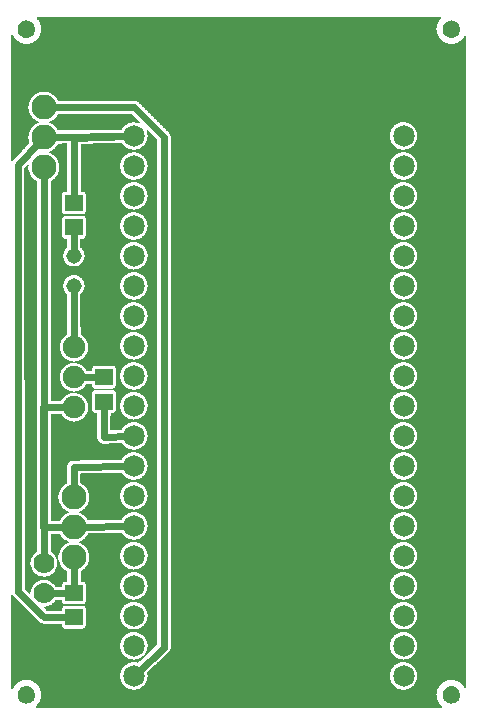
<source format=gtl>
G04 MADE WITH FRITZING*
G04 WWW.FRITZING.ORG*
G04 DOUBLE SIDED*
G04 HOLES PLATED*
G04 CONTOUR ON CENTER OF CONTOUR VECTOR*
%ASAXBY*%
%FSLAX23Y23*%
%MOIN*%
%OFA0B0*%
%SFA1.0B1.0*%
%ADD10C,0.075000*%
%ADD11C,0.083307*%
%ADD12C,0.071858*%
%ADD13C,0.051496*%
%ADD14C,0.070000*%
%ADD15R,0.059055X0.055118*%
%ADD16C,0.024000*%
%ADD17C,0.000100*%
%ADD18R,0.001000X0.001000*%
%LNCOPPER1*%
G90*
G70*
G54D10*
X331Y565D03*
G54D11*
X239Y732D03*
X239Y632D03*
X239Y532D03*
X139Y2032D03*
X139Y1932D03*
X139Y1832D03*
G54D12*
X438Y1936D03*
X438Y1835D03*
X438Y1736D03*
X438Y1636D03*
X438Y1536D03*
X438Y1436D03*
X438Y1336D03*
X438Y1236D03*
X438Y1136D03*
X438Y1036D03*
X438Y936D03*
X438Y836D03*
X438Y736D03*
X438Y636D03*
X438Y536D03*
X438Y436D03*
X438Y337D03*
X438Y236D03*
X438Y136D03*
X1338Y136D03*
X1338Y236D03*
X1338Y337D03*
X1338Y436D03*
X1338Y536D03*
X1338Y636D03*
X1338Y736D03*
X1338Y836D03*
X1338Y936D03*
X1338Y1036D03*
X1338Y1136D03*
X1338Y1236D03*
X1338Y1336D03*
X1338Y1436D03*
X1338Y1536D03*
X1338Y1636D03*
X1338Y1736D03*
X1338Y1835D03*
X1338Y1936D03*
G54D13*
X238Y1536D03*
X238Y1436D03*
X238Y1536D03*
X238Y1436D03*
G54D10*
X239Y1032D03*
X239Y1132D03*
X239Y1232D03*
G54D14*
X139Y412D03*
X139Y512D03*
G54D15*
X239Y413D03*
X239Y332D03*
X239Y1713D03*
X239Y1632D03*
X339Y1132D03*
X339Y1051D03*
G54D16*
X339Y932D02*
X339Y1032D01*
D02*
X339Y1032D02*
X339Y1051D01*
D02*
X260Y632D02*
X419Y635D01*
D02*
X419Y935D02*
X339Y932D01*
D02*
X239Y435D02*
X239Y510D01*
D02*
X315Y1132D02*
X256Y1132D01*
D02*
X239Y1931D02*
X239Y1735D01*
D02*
X419Y1935D02*
X239Y1931D01*
D02*
X238Y832D02*
X239Y753D01*
D02*
X419Y835D02*
X238Y832D01*
D02*
X439Y2032D02*
X539Y1932D01*
D02*
X539Y231D02*
X452Y149D01*
D02*
X539Y1932D02*
X539Y231D01*
D02*
X160Y2032D02*
X439Y2032D01*
D02*
X160Y1932D02*
X419Y1936D01*
D02*
X238Y1421D02*
X239Y1249D01*
D02*
X239Y1610D02*
X238Y1552D01*
D02*
X221Y1032D02*
X139Y1032D01*
D02*
X139Y1032D02*
X139Y1810D01*
D02*
X217Y632D02*
X139Y632D01*
D02*
X139Y1032D02*
X221Y1032D01*
D02*
X217Y632D02*
X139Y632D01*
D02*
X139Y632D02*
X139Y527D01*
D02*
X215Y412D02*
X154Y412D01*
D02*
X139Y332D02*
X53Y417D01*
D02*
X215Y332D02*
X139Y332D01*
D02*
X53Y417D02*
X51Y1838D01*
D02*
X51Y1838D02*
X124Y1916D01*
G54D17*
G36*
X1504Y102D02*
X1508Y100D01*
X1514Y98D01*
X1518Y94D01*
X1522Y90D01*
X1524Y84D01*
X1526Y79D01*
X1527Y73D01*
X1526Y67D01*
X1524Y62D01*
X1522Y57D01*
X1518Y53D01*
X1518Y52D01*
X1514Y49D01*
X1508Y46D01*
X1504Y45D01*
X1497Y44D01*
X1491Y45D01*
X1486Y46D01*
X1481Y49D01*
X1477Y52D01*
X1476Y53D01*
X1473Y57D01*
X1470Y62D01*
X1469Y67D01*
X1468Y73D01*
X1469Y79D01*
X1470Y84D01*
X1473Y90D01*
X1476Y94D01*
X1481Y98D01*
X1486Y100D01*
X1491Y102D01*
X1497Y103D01*
X1504Y102D01*
D02*
G37*
D02*
G36*
X1504Y102D02*
X1508Y100D01*
X1514Y98D01*
X1518Y94D01*
X1522Y90D01*
X1524Y84D01*
X1526Y79D01*
X1527Y73D01*
X1526Y67D01*
X1524Y62D01*
X1522Y57D01*
X1518Y53D01*
X1518Y52D01*
X1514Y49D01*
X1508Y46D01*
X1504Y45D01*
X1497Y44D01*
X1491Y45D01*
X1486Y46D01*
X1481Y49D01*
X1477Y52D01*
X1476Y53D01*
X1473Y57D01*
X1470Y62D01*
X1469Y67D01*
X1468Y73D01*
X1469Y79D01*
X1470Y84D01*
X1473Y90D01*
X1476Y94D01*
X1481Y98D01*
X1486Y100D01*
X1491Y102D01*
X1497Y103D01*
X1504Y102D01*
D02*
G37*
D02*
G36*
X87Y102D02*
X92Y100D01*
X97Y98D01*
X101Y94D01*
X105Y90D01*
X107Y84D01*
X109Y79D01*
X110Y73D01*
X109Y67D01*
X107Y62D01*
X105Y57D01*
X101Y53D01*
X101Y52D01*
X97Y49D01*
X92Y46D01*
X87Y45D01*
X80Y44D01*
X74Y45D01*
X69Y46D01*
X64Y49D01*
X60Y52D01*
X59Y53D01*
X56Y57D01*
X53Y62D01*
X52Y67D01*
X51Y73D01*
X52Y79D01*
X53Y84D01*
X56Y90D01*
X59Y94D01*
X64Y98D01*
X69Y100D01*
X74Y102D01*
X80Y103D01*
X87Y102D01*
D02*
G37*
D02*
G36*
X87Y102D02*
X92Y100D01*
X97Y98D01*
X101Y94D01*
X105Y90D01*
X107Y84D01*
X109Y79D01*
X110Y73D01*
X109Y67D01*
X107Y62D01*
X105Y57D01*
X101Y53D01*
X101Y52D01*
X97Y49D01*
X92Y46D01*
X87Y45D01*
X80Y44D01*
X74Y45D01*
X69Y46D01*
X64Y49D01*
X60Y52D01*
X59Y53D01*
X56Y57D01*
X53Y62D01*
X52Y67D01*
X51Y73D01*
X52Y79D01*
X53Y84D01*
X56Y90D01*
X59Y94D01*
X64Y98D01*
X69Y100D01*
X74Y102D01*
X80Y103D01*
X87Y102D01*
D02*
G37*
D02*
G36*
X86Y1841D02*
X87Y1841D01*
X87Y1840D01*
X88Y1839D01*
X88Y1839D01*
X87Y1837D01*
X87Y1832D01*
X87Y1831D01*
X87Y1827D01*
X89Y1821D01*
X91Y1812D01*
X92Y1811D01*
X96Y1803D01*
X97Y1802D01*
X102Y1796D01*
X103Y1795D01*
X110Y1789D01*
X116Y1786D01*
X116Y1785D01*
X117Y1784D01*
X117Y552D01*
X116Y551D01*
X115Y550D01*
X114Y549D01*
X113Y549D01*
X107Y544D01*
X106Y543D01*
X102Y537D01*
X97Y529D01*
X95Y521D01*
X94Y512D01*
X94Y511D01*
X95Y503D01*
X98Y495D01*
X102Y487D01*
X102Y486D01*
X107Y480D01*
X108Y479D01*
X113Y475D01*
X121Y471D01*
X130Y468D01*
X131Y468D01*
X138Y467D01*
X148Y468D01*
X149Y468D01*
X156Y471D01*
X164Y475D01*
X165Y475D01*
X170Y480D01*
X172Y481D01*
X176Y487D01*
X180Y495D01*
X183Y503D01*
X183Y504D01*
X184Y512D01*
X183Y521D01*
X183Y522D01*
X180Y529D01*
X176Y537D01*
X175Y538D01*
X171Y544D01*
X170Y545D01*
X164Y549D01*
X162Y551D01*
X161Y551D01*
X161Y552D01*
X161Y552D01*
X161Y608D01*
X161Y609D01*
X162Y610D01*
X163Y610D01*
X163Y610D01*
X191Y610D01*
X192Y610D01*
X193Y609D01*
X193Y609D01*
X196Y603D01*
X197Y602D01*
X202Y596D01*
X203Y595D01*
X210Y589D01*
X211Y589D01*
X219Y585D01*
X220Y584D01*
X220Y583D01*
X221Y583D01*
X221Y582D01*
X221Y581D01*
X221Y580D01*
X220Y580D01*
X219Y580D01*
X218Y579D01*
X210Y575D01*
X209Y574D01*
X202Y569D01*
X202Y568D01*
X196Y561D01*
X191Y552D01*
X191Y551D01*
X189Y543D01*
X188Y542D01*
X187Y537D01*
X187Y532D01*
X187Y531D01*
X187Y527D01*
X189Y521D01*
X191Y512D01*
X192Y511D01*
X196Y503D01*
X197Y502D01*
X202Y496D01*
X203Y495D01*
X210Y489D01*
X216Y486D01*
X216Y485D01*
X217Y484D01*
X217Y452D01*
X216Y451D01*
X216Y451D01*
X215Y450D01*
X215Y450D01*
X208Y450D01*
X207Y450D01*
X205Y449D01*
X204Y449D01*
X202Y447D01*
X201Y446D01*
X201Y445D01*
X200Y444D01*
X199Y442D01*
X199Y440D01*
X199Y436D01*
X199Y435D01*
X198Y435D01*
X197Y434D01*
X197Y434D01*
X179Y434D01*
X178Y434D01*
X177Y435D01*
X177Y435D01*
X176Y437D01*
X171Y443D01*
X170Y444D01*
X164Y449D01*
X156Y453D01*
X148Y456D01*
X147Y456D01*
X139Y457D01*
X130Y456D01*
X129Y456D01*
X121Y453D01*
X114Y449D01*
X113Y448D01*
X107Y444D01*
X106Y443D01*
X102Y437D01*
X98Y429D01*
X95Y422D01*
X95Y420D01*
X94Y414D01*
X94Y413D01*
X93Y412D01*
X93Y412D01*
X92Y411D01*
X91Y411D01*
X90Y412D01*
X90Y412D01*
X76Y426D01*
X75Y427D01*
X75Y428D01*
X73Y1829D01*
X74Y1830D01*
X84Y1841D01*
X84Y1841D01*
X85Y1841D01*
X86Y1841D01*
D02*
G37*
D02*
G36*
X86Y1841D02*
X87Y1841D01*
X87Y1840D01*
X88Y1839D01*
X88Y1839D01*
X87Y1837D01*
X87Y1832D01*
X87Y1831D01*
X87Y1827D01*
X89Y1821D01*
X91Y1812D01*
X92Y1811D01*
X96Y1803D01*
X97Y1802D01*
X102Y1796D01*
X103Y1795D01*
X110Y1789D01*
X116Y1786D01*
X116Y1785D01*
X117Y1784D01*
X117Y552D01*
X116Y551D01*
X115Y550D01*
X114Y549D01*
X113Y549D01*
X107Y544D01*
X106Y543D01*
X102Y537D01*
X97Y529D01*
X95Y521D01*
X94Y512D01*
X94Y511D01*
X95Y503D01*
X98Y495D01*
X102Y487D01*
X102Y486D01*
X107Y480D01*
X108Y479D01*
X113Y475D01*
X121Y471D01*
X130Y468D01*
X131Y468D01*
X138Y467D01*
X148Y468D01*
X149Y468D01*
X156Y471D01*
X164Y475D01*
X165Y475D01*
X170Y480D01*
X172Y481D01*
X176Y487D01*
X180Y495D01*
X183Y503D01*
X183Y504D01*
X184Y512D01*
X183Y521D01*
X183Y522D01*
X180Y529D01*
X176Y537D01*
X175Y538D01*
X171Y544D01*
X170Y545D01*
X164Y549D01*
X162Y551D01*
X161Y551D01*
X161Y552D01*
X161Y552D01*
X161Y608D01*
X161Y609D01*
X162Y610D01*
X163Y610D01*
X163Y610D01*
X191Y610D01*
X192Y610D01*
X193Y609D01*
X193Y609D01*
X196Y603D01*
X197Y602D01*
X202Y596D01*
X203Y595D01*
X210Y589D01*
X211Y589D01*
X219Y585D01*
X220Y584D01*
X220Y583D01*
X221Y583D01*
X221Y582D01*
X221Y581D01*
X221Y580D01*
X220Y580D01*
X219Y580D01*
X218Y579D01*
X210Y575D01*
X209Y574D01*
X202Y569D01*
X202Y568D01*
X196Y561D01*
X191Y552D01*
X191Y551D01*
X189Y543D01*
X188Y542D01*
X187Y537D01*
X187Y532D01*
X187Y531D01*
X187Y527D01*
X189Y521D01*
X191Y512D01*
X192Y511D01*
X196Y503D01*
X197Y502D01*
X202Y496D01*
X203Y495D01*
X210Y489D01*
X216Y486D01*
X216Y485D01*
X217Y484D01*
X217Y452D01*
X216Y451D01*
X216Y451D01*
X215Y450D01*
X215Y450D01*
X208Y450D01*
X207Y450D01*
X205Y449D01*
X204Y449D01*
X202Y447D01*
X201Y446D01*
X201Y445D01*
X200Y444D01*
X199Y442D01*
X199Y440D01*
X199Y436D01*
X199Y435D01*
X198Y435D01*
X197Y434D01*
X197Y434D01*
X179Y434D01*
X178Y434D01*
X177Y435D01*
X177Y435D01*
X176Y437D01*
X171Y443D01*
X170Y444D01*
X164Y449D01*
X156Y453D01*
X148Y456D01*
X147Y456D01*
X139Y457D01*
X130Y456D01*
X129Y456D01*
X121Y453D01*
X114Y449D01*
X113Y448D01*
X107Y444D01*
X106Y443D01*
X102Y437D01*
X98Y429D01*
X95Y422D01*
X95Y420D01*
X94Y414D01*
X94Y413D01*
X93Y412D01*
X93Y412D01*
X92Y411D01*
X91Y411D01*
X90Y412D01*
X90Y412D01*
X76Y426D01*
X75Y427D01*
X75Y428D01*
X73Y1829D01*
X74Y1830D01*
X84Y1841D01*
X84Y1841D01*
X85Y1841D01*
X86Y1841D01*
D02*
G37*
D02*
G36*
X431Y2009D02*
X458Y1982D01*
X458Y1982D01*
X458Y1981D01*
X458Y1981D01*
X458Y1980D01*
X457Y1979D01*
X457Y1979D01*
X456Y1979D01*
X455Y1978D01*
X448Y1981D01*
X446Y1981D01*
X439Y1982D01*
X437Y1982D01*
X429Y1981D01*
X428Y1981D01*
X421Y1978D01*
X413Y1974D01*
X412Y1973D01*
X406Y1969D01*
X405Y1968D01*
X400Y1962D01*
X399Y1958D01*
X398Y1958D01*
X397Y1957D01*
X397Y1957D01*
X186Y1955D01*
X185Y1955D01*
X185Y1955D01*
X184Y1956D01*
X182Y1961D01*
X181Y1962D01*
X175Y1968D01*
X175Y1969D01*
X168Y1975D01*
X159Y1979D01*
X158Y1980D01*
X157Y1980D01*
X157Y1981D01*
X157Y1981D01*
X157Y1982D01*
X157Y1982D01*
X157Y1983D01*
X157Y1984D01*
X158Y1984D01*
X160Y1985D01*
X168Y1989D01*
X168Y1990D01*
X175Y1995D01*
X176Y1996D01*
X182Y2003D01*
X185Y2009D01*
X185Y2009D01*
X186Y2010D01*
X429Y2010D01*
X431Y2009D01*
D02*
G37*
D02*
G36*
X431Y2009D02*
X458Y1982D01*
X458Y1982D01*
X458Y1981D01*
X458Y1981D01*
X458Y1980D01*
X457Y1979D01*
X457Y1979D01*
X456Y1979D01*
X455Y1978D01*
X448Y1981D01*
X446Y1981D01*
X439Y1982D01*
X437Y1982D01*
X429Y1981D01*
X428Y1981D01*
X421Y1978D01*
X413Y1974D01*
X412Y1973D01*
X406Y1969D01*
X405Y1968D01*
X400Y1962D01*
X399Y1958D01*
X398Y1958D01*
X397Y1957D01*
X397Y1957D01*
X186Y1955D01*
X185Y1955D01*
X185Y1955D01*
X184Y1956D01*
X182Y1961D01*
X181Y1962D01*
X175Y1968D01*
X175Y1969D01*
X168Y1975D01*
X159Y1979D01*
X158Y1980D01*
X157Y1980D01*
X157Y1981D01*
X157Y1981D01*
X157Y1982D01*
X157Y1982D01*
X157Y1983D01*
X157Y1984D01*
X158Y1984D01*
X160Y1985D01*
X168Y1989D01*
X168Y1990D01*
X175Y1995D01*
X176Y1996D01*
X182Y2003D01*
X185Y2009D01*
X185Y2009D01*
X186Y2010D01*
X429Y2010D01*
X431Y2009D01*
D02*
G37*
D02*
G36*
X87Y2321D02*
X92Y2319D01*
X97Y2317D01*
X101Y2313D01*
X101Y2313D01*
X105Y2308D01*
X107Y2304D01*
X109Y2298D01*
X110Y2292D01*
X109Y2286D01*
X107Y2281D01*
X105Y2276D01*
X101Y2272D01*
X101Y2271D01*
X97Y2268D01*
X92Y2265D01*
X87Y2264D01*
X80Y2263D01*
X74Y2264D01*
X69Y2265D01*
X64Y2268D01*
X60Y2271D01*
X59Y2272D01*
X56Y2276D01*
X53Y2281D01*
X52Y2286D01*
X51Y2292D01*
X52Y2298D01*
X53Y2304D01*
X56Y2308D01*
X59Y2313D01*
X60Y2313D01*
X64Y2317D01*
X69Y2319D01*
X74Y2321D01*
X80Y2322D01*
X87Y2321D01*
D02*
G37*
D02*
G36*
X87Y2321D02*
X92Y2319D01*
X97Y2317D01*
X101Y2313D01*
X101Y2313D01*
X105Y2308D01*
X107Y2304D01*
X109Y2298D01*
X110Y2292D01*
X109Y2286D01*
X107Y2281D01*
X105Y2276D01*
X101Y2272D01*
X101Y2271D01*
X97Y2268D01*
X92Y2265D01*
X87Y2264D01*
X80Y2263D01*
X74Y2264D01*
X69Y2265D01*
X64Y2268D01*
X60Y2271D01*
X59Y2272D01*
X56Y2276D01*
X53Y2281D01*
X52Y2286D01*
X51Y2292D01*
X52Y2298D01*
X53Y2304D01*
X56Y2308D01*
X59Y2313D01*
X60Y2313D01*
X64Y2317D01*
X69Y2319D01*
X74Y2321D01*
X80Y2322D01*
X87Y2321D01*
D02*
G37*
D02*
G36*
X1504Y2321D02*
X1508Y2319D01*
X1514Y2317D01*
X1518Y2313D01*
X1518Y2313D01*
X1522Y2308D01*
X1524Y2304D01*
X1526Y2298D01*
X1527Y2292D01*
X1526Y2286D01*
X1524Y2281D01*
X1522Y2276D01*
X1518Y2272D01*
X1518Y2271D01*
X1514Y2268D01*
X1508Y2265D01*
X1504Y2264D01*
X1497Y2263D01*
X1491Y2264D01*
X1486Y2265D01*
X1481Y2268D01*
X1477Y2271D01*
X1476Y2272D01*
X1473Y2276D01*
X1470Y2281D01*
X1469Y2286D01*
X1468Y2292D01*
X1469Y2298D01*
X1470Y2304D01*
X1473Y2308D01*
X1476Y2313D01*
X1477Y2313D01*
X1481Y2317D01*
X1486Y2319D01*
X1491Y2321D01*
X1497Y2322D01*
X1504Y2321D01*
D02*
G37*
D02*
G36*
X1504Y2321D02*
X1508Y2319D01*
X1514Y2317D01*
X1518Y2313D01*
X1518Y2313D01*
X1522Y2308D01*
X1524Y2304D01*
X1526Y2298D01*
X1527Y2292D01*
X1526Y2286D01*
X1524Y2281D01*
X1522Y2276D01*
X1518Y2272D01*
X1518Y2271D01*
X1514Y2268D01*
X1508Y2265D01*
X1504Y2264D01*
X1497Y2263D01*
X1491Y2264D01*
X1486Y2265D01*
X1481Y2268D01*
X1477Y2271D01*
X1476Y2272D01*
X1473Y2276D01*
X1470Y2281D01*
X1469Y2286D01*
X1468Y2292D01*
X1469Y2298D01*
X1470Y2304D01*
X1473Y2308D01*
X1476Y2313D01*
X1477Y2313D01*
X1481Y2317D01*
X1486Y2319D01*
X1491Y2321D01*
X1497Y2322D01*
X1504Y2321D01*
D02*
G37*
D02*
G54D18*
X116Y2332D02*
X1462Y2332D01*
X115Y2331D02*
X1463Y2331D01*
X115Y2330D02*
X1463Y2330D01*
X115Y2329D02*
X1463Y2329D01*
X116Y2328D02*
X1462Y2328D01*
X117Y2327D02*
X1461Y2327D01*
X118Y2326D02*
X1460Y2326D01*
X118Y2325D02*
X1460Y2325D01*
X119Y2324D02*
X1459Y2324D01*
X120Y2323D02*
X1458Y2323D01*
X121Y2322D02*
X1457Y2322D01*
X122Y2321D02*
X1456Y2321D01*
X122Y2320D02*
X1456Y2320D01*
X123Y2319D02*
X1455Y2319D01*
X123Y2318D02*
X1454Y2318D01*
X124Y2317D02*
X1454Y2317D01*
X125Y2316D02*
X1453Y2316D01*
X125Y2315D02*
X1453Y2315D01*
X126Y2314D02*
X1452Y2314D01*
X126Y2313D02*
X1452Y2313D01*
X127Y2312D02*
X1451Y2312D01*
X127Y2311D02*
X1451Y2311D01*
X127Y2310D02*
X1451Y2310D01*
X128Y2309D02*
X1450Y2309D01*
X128Y2308D02*
X1450Y2308D01*
X128Y2307D02*
X1450Y2307D01*
X129Y2306D02*
X1449Y2306D01*
X129Y2305D02*
X1449Y2305D01*
X129Y2304D02*
X1449Y2304D01*
X130Y2303D02*
X1448Y2303D01*
X130Y2302D02*
X1448Y2302D01*
X130Y2301D02*
X1448Y2301D01*
X130Y2300D02*
X1448Y2300D01*
X130Y2299D02*
X1448Y2299D01*
X130Y2298D02*
X1448Y2298D01*
X130Y2297D02*
X1448Y2297D01*
X130Y2296D02*
X1448Y2296D01*
X130Y2295D02*
X1447Y2295D01*
X131Y2294D02*
X1447Y2294D01*
X131Y2293D02*
X1447Y2293D01*
X131Y2292D02*
X1447Y2292D01*
X131Y2291D02*
X1447Y2291D01*
X130Y2290D02*
X1447Y2290D01*
X130Y2289D02*
X1448Y2289D01*
X130Y2288D02*
X1448Y2288D01*
X130Y2287D02*
X1448Y2287D01*
X130Y2286D02*
X1448Y2286D01*
X130Y2285D02*
X1448Y2285D01*
X130Y2284D02*
X1448Y2284D01*
X130Y2283D02*
X1448Y2283D01*
X130Y2282D02*
X1448Y2282D01*
X129Y2281D02*
X1449Y2281D01*
X129Y2280D02*
X1449Y2280D01*
X129Y2279D02*
X1449Y2279D01*
X128Y2278D02*
X1450Y2278D01*
X128Y2277D02*
X1450Y2277D01*
X128Y2276D02*
X1450Y2276D01*
X33Y2275D02*
X33Y2275D01*
X127Y2275D02*
X1451Y2275D01*
X32Y2274D02*
X34Y2274D01*
X127Y2274D02*
X1451Y2274D01*
X31Y2273D02*
X35Y2273D01*
X127Y2273D02*
X1451Y2273D01*
X31Y2272D02*
X36Y2272D01*
X126Y2272D02*
X1452Y2272D01*
X31Y2271D02*
X36Y2271D01*
X126Y2271D02*
X1452Y2271D01*
X31Y2270D02*
X37Y2270D01*
X125Y2270D02*
X1453Y2270D01*
X31Y2269D02*
X37Y2269D01*
X124Y2269D02*
X1453Y2269D01*
X1541Y2269D02*
X1543Y2269D01*
X31Y2268D02*
X38Y2268D01*
X124Y2268D02*
X1454Y2268D01*
X1540Y2268D02*
X1544Y2268D01*
X31Y2267D02*
X38Y2267D01*
X123Y2267D02*
X1455Y2267D01*
X1540Y2267D02*
X1544Y2267D01*
X31Y2266D02*
X39Y2266D01*
X123Y2266D02*
X1455Y2266D01*
X1539Y2266D02*
X1544Y2266D01*
X31Y2265D02*
X39Y2265D01*
X122Y2265D02*
X1456Y2265D01*
X1539Y2265D02*
X1544Y2265D01*
X31Y2264D02*
X40Y2264D01*
X122Y2264D02*
X1456Y2264D01*
X1538Y2264D02*
X1544Y2264D01*
X31Y2263D02*
X41Y2263D01*
X121Y2263D02*
X1457Y2263D01*
X1537Y2263D02*
X1544Y2263D01*
X31Y2262D02*
X42Y2262D01*
X120Y2262D02*
X1458Y2262D01*
X1536Y2262D02*
X1544Y2262D01*
X31Y2261D02*
X43Y2261D01*
X119Y2261D02*
X1459Y2261D01*
X1535Y2261D02*
X1544Y2261D01*
X31Y2260D02*
X43Y2260D01*
X118Y2260D02*
X1460Y2260D01*
X1535Y2260D02*
X1544Y2260D01*
X31Y2259D02*
X44Y2259D01*
X117Y2259D02*
X1461Y2259D01*
X1534Y2259D02*
X1544Y2259D01*
X31Y2258D02*
X45Y2258D01*
X117Y2258D02*
X1461Y2258D01*
X1533Y2258D02*
X1544Y2258D01*
X31Y2257D02*
X46Y2257D01*
X116Y2257D02*
X1462Y2257D01*
X1532Y2257D02*
X1544Y2257D01*
X31Y2256D02*
X47Y2256D01*
X114Y2256D02*
X1464Y2256D01*
X1531Y2256D02*
X1544Y2256D01*
X31Y2255D02*
X49Y2255D01*
X113Y2255D02*
X1465Y2255D01*
X1529Y2255D02*
X1544Y2255D01*
X31Y2254D02*
X50Y2254D01*
X112Y2254D02*
X1466Y2254D01*
X1528Y2254D02*
X1544Y2254D01*
X31Y2253D02*
X51Y2253D01*
X111Y2253D02*
X1467Y2253D01*
X1527Y2253D02*
X1544Y2253D01*
X31Y2252D02*
X52Y2252D01*
X109Y2252D02*
X1468Y2252D01*
X1526Y2252D02*
X1544Y2252D01*
X31Y2251D02*
X54Y2251D01*
X108Y2251D02*
X1470Y2251D01*
X1524Y2251D02*
X1544Y2251D01*
X31Y2250D02*
X56Y2250D01*
X106Y2250D02*
X1472Y2250D01*
X1522Y2250D02*
X1544Y2250D01*
X31Y2249D02*
X58Y2249D01*
X104Y2249D02*
X1474Y2249D01*
X1520Y2249D02*
X1544Y2249D01*
X31Y2248D02*
X59Y2248D01*
X102Y2248D02*
X1476Y2248D01*
X1519Y2248D02*
X1544Y2248D01*
X31Y2247D02*
X61Y2247D01*
X100Y2247D02*
X1478Y2247D01*
X1517Y2247D02*
X1544Y2247D01*
X31Y2246D02*
X65Y2246D01*
X97Y2246D02*
X1481Y2246D01*
X1513Y2246D02*
X1544Y2246D01*
X31Y2245D02*
X68Y2245D01*
X94Y2245D02*
X1484Y2245D01*
X1510Y2245D02*
X1544Y2245D01*
X31Y2244D02*
X72Y2244D01*
X89Y2244D02*
X1488Y2244D01*
X1506Y2244D02*
X1544Y2244D01*
X31Y2243D02*
X1544Y2243D01*
X31Y2242D02*
X1544Y2242D01*
X31Y2241D02*
X1544Y2241D01*
X31Y2240D02*
X1544Y2240D01*
X31Y2239D02*
X1544Y2239D01*
X31Y2238D02*
X1544Y2238D01*
X31Y2237D02*
X1544Y2237D01*
X31Y2236D02*
X1544Y2236D01*
X31Y2235D02*
X1544Y2235D01*
X31Y2234D02*
X1544Y2234D01*
X31Y2233D02*
X1544Y2233D01*
X31Y2232D02*
X1544Y2232D01*
X31Y2231D02*
X1544Y2231D01*
X31Y2230D02*
X1544Y2230D01*
X31Y2229D02*
X1544Y2229D01*
X31Y2228D02*
X1544Y2228D01*
X31Y2227D02*
X1544Y2227D01*
X31Y2226D02*
X1544Y2226D01*
X31Y2225D02*
X1544Y2225D01*
X31Y2224D02*
X1544Y2224D01*
X31Y2223D02*
X1544Y2223D01*
X31Y2222D02*
X1544Y2222D01*
X31Y2221D02*
X1544Y2221D01*
X31Y2220D02*
X1544Y2220D01*
X31Y2219D02*
X1544Y2219D01*
X31Y2218D02*
X1544Y2218D01*
X31Y2217D02*
X1544Y2217D01*
X31Y2216D02*
X1544Y2216D01*
X31Y2215D02*
X1544Y2215D01*
X31Y2214D02*
X1544Y2214D01*
X31Y2213D02*
X1544Y2213D01*
X31Y2212D02*
X1544Y2212D01*
X31Y2211D02*
X1544Y2211D01*
X31Y2210D02*
X1544Y2210D01*
X31Y2209D02*
X1544Y2209D01*
X31Y2208D02*
X1544Y2208D01*
X31Y2207D02*
X1544Y2207D01*
X31Y2206D02*
X1544Y2206D01*
X31Y2205D02*
X1544Y2205D01*
X31Y2204D02*
X1544Y2204D01*
X31Y2203D02*
X1544Y2203D01*
X31Y2202D02*
X1544Y2202D01*
X31Y2201D02*
X1544Y2201D01*
X31Y2200D02*
X1544Y2200D01*
X31Y2199D02*
X1544Y2199D01*
X31Y2198D02*
X1544Y2198D01*
X31Y2197D02*
X1544Y2197D01*
X31Y2196D02*
X1544Y2196D01*
X31Y2195D02*
X1544Y2195D01*
X31Y2194D02*
X1544Y2194D01*
X31Y2193D02*
X1544Y2193D01*
X31Y2192D02*
X1544Y2192D01*
X31Y2191D02*
X1544Y2191D01*
X31Y2190D02*
X1544Y2190D01*
X31Y2189D02*
X1544Y2189D01*
X31Y2188D02*
X1544Y2188D01*
X31Y2187D02*
X1544Y2187D01*
X31Y2186D02*
X1544Y2186D01*
X31Y2185D02*
X1544Y2185D01*
X31Y2184D02*
X1544Y2184D01*
X31Y2183D02*
X1544Y2183D01*
X31Y2182D02*
X1544Y2182D01*
X31Y2181D02*
X1544Y2181D01*
X31Y2180D02*
X1544Y2180D01*
X31Y2179D02*
X1544Y2179D01*
X31Y2178D02*
X1544Y2178D01*
X31Y2177D02*
X1544Y2177D01*
X31Y2176D02*
X1544Y2176D01*
X31Y2175D02*
X1544Y2175D01*
X31Y2174D02*
X1544Y2174D01*
X31Y2173D02*
X1544Y2173D01*
X31Y2172D02*
X1544Y2172D01*
X31Y2171D02*
X1544Y2171D01*
X31Y2170D02*
X1544Y2170D01*
X31Y2169D02*
X1544Y2169D01*
X31Y2168D02*
X1544Y2168D01*
X31Y2167D02*
X1544Y2167D01*
X31Y2166D02*
X1544Y2166D01*
X31Y2165D02*
X1544Y2165D01*
X31Y2164D02*
X1544Y2164D01*
X31Y2163D02*
X1544Y2163D01*
X31Y2162D02*
X1544Y2162D01*
X31Y2161D02*
X1544Y2161D01*
X31Y2160D02*
X1544Y2160D01*
X31Y2159D02*
X1544Y2159D01*
X31Y2158D02*
X1544Y2158D01*
X31Y2157D02*
X1544Y2157D01*
X31Y2156D02*
X1544Y2156D01*
X31Y2155D02*
X1544Y2155D01*
X31Y2154D02*
X1544Y2154D01*
X31Y2153D02*
X1544Y2153D01*
X31Y2152D02*
X1544Y2152D01*
X31Y2151D02*
X1544Y2151D01*
X31Y2150D02*
X1544Y2150D01*
X31Y2149D02*
X1544Y2149D01*
X31Y2148D02*
X1544Y2148D01*
X31Y2147D02*
X1544Y2147D01*
X31Y2146D02*
X1544Y2146D01*
X31Y2145D02*
X1544Y2145D01*
X31Y2144D02*
X1544Y2144D01*
X31Y2143D02*
X1544Y2143D01*
X31Y2142D02*
X1544Y2142D01*
X31Y2141D02*
X1544Y2141D01*
X31Y2140D02*
X1544Y2140D01*
X31Y2139D02*
X1544Y2139D01*
X31Y2138D02*
X1544Y2138D01*
X31Y2137D02*
X1544Y2137D01*
X31Y2136D02*
X1544Y2136D01*
X31Y2135D02*
X1544Y2135D01*
X31Y2134D02*
X1544Y2134D01*
X31Y2133D02*
X1544Y2133D01*
X31Y2132D02*
X1544Y2132D01*
X31Y2131D02*
X1544Y2131D01*
X31Y2130D02*
X1544Y2130D01*
X31Y2129D02*
X1544Y2129D01*
X31Y2128D02*
X1544Y2128D01*
X31Y2127D02*
X1544Y2127D01*
X31Y2126D02*
X1544Y2126D01*
X31Y2125D02*
X1544Y2125D01*
X31Y2124D02*
X1544Y2124D01*
X31Y2123D02*
X1544Y2123D01*
X31Y2122D02*
X1544Y2122D01*
X31Y2121D02*
X1544Y2121D01*
X31Y2120D02*
X1544Y2120D01*
X31Y2119D02*
X1544Y2119D01*
X31Y2118D02*
X1544Y2118D01*
X31Y2117D02*
X1544Y2117D01*
X31Y2116D02*
X1544Y2116D01*
X31Y2115D02*
X1544Y2115D01*
X31Y2114D02*
X1544Y2114D01*
X31Y2113D02*
X1544Y2113D01*
X31Y2112D02*
X1544Y2112D01*
X31Y2111D02*
X1544Y2111D01*
X31Y2110D02*
X1544Y2110D01*
X31Y2109D02*
X1544Y2109D01*
X31Y2108D02*
X1544Y2108D01*
X31Y2107D02*
X1544Y2107D01*
X31Y2106D02*
X1544Y2106D01*
X31Y2105D02*
X1544Y2105D01*
X31Y2104D02*
X1544Y2104D01*
X31Y2103D02*
X1544Y2103D01*
X31Y2102D02*
X1544Y2102D01*
X31Y2101D02*
X1544Y2101D01*
X31Y2100D02*
X1544Y2100D01*
X31Y2099D02*
X1544Y2099D01*
X31Y2098D02*
X1544Y2098D01*
X31Y2097D02*
X1544Y2097D01*
X31Y2096D02*
X1544Y2096D01*
X31Y2095D02*
X1544Y2095D01*
X31Y2094D02*
X1544Y2094D01*
X31Y2093D02*
X1544Y2093D01*
X31Y2092D02*
X1544Y2092D01*
X31Y2091D02*
X1544Y2091D01*
X31Y2090D02*
X1544Y2090D01*
X31Y2089D02*
X1544Y2089D01*
X31Y2088D02*
X1544Y2088D01*
X31Y2087D02*
X1544Y2087D01*
X31Y2086D02*
X1544Y2086D01*
X31Y2085D02*
X1544Y2085D01*
X31Y2084D02*
X1544Y2084D01*
X31Y2083D02*
X130Y2083D01*
X148Y2083D02*
X1544Y2083D01*
X31Y2082D02*
X126Y2082D01*
X152Y2082D02*
X1544Y2082D01*
X31Y2081D02*
X123Y2081D01*
X155Y2081D02*
X1544Y2081D01*
X31Y2080D02*
X120Y2080D01*
X159Y2080D02*
X1544Y2080D01*
X31Y2079D02*
X118Y2079D01*
X161Y2079D02*
X1544Y2079D01*
X31Y2078D02*
X116Y2078D01*
X163Y2078D02*
X1544Y2078D01*
X31Y2077D02*
X114Y2077D01*
X165Y2077D02*
X1544Y2077D01*
X31Y2076D02*
X112Y2076D01*
X166Y2076D02*
X1544Y2076D01*
X31Y2075D02*
X110Y2075D01*
X168Y2075D02*
X1544Y2075D01*
X31Y2074D02*
X109Y2074D01*
X170Y2074D02*
X1544Y2074D01*
X31Y2073D02*
X107Y2073D01*
X171Y2073D02*
X1544Y2073D01*
X31Y2072D02*
X106Y2072D01*
X172Y2072D02*
X1544Y2072D01*
X31Y2071D02*
X105Y2071D01*
X173Y2071D02*
X1544Y2071D01*
X31Y2070D02*
X104Y2070D01*
X175Y2070D02*
X1544Y2070D01*
X31Y2069D02*
X103Y2069D01*
X176Y2069D02*
X1544Y2069D01*
X31Y2068D02*
X102Y2068D01*
X177Y2068D02*
X1544Y2068D01*
X31Y2067D02*
X101Y2067D01*
X178Y2067D02*
X1544Y2067D01*
X31Y2066D02*
X100Y2066D01*
X178Y2066D02*
X1544Y2066D01*
X31Y2065D02*
X99Y2065D01*
X179Y2065D02*
X1544Y2065D01*
X31Y2064D02*
X98Y2064D01*
X180Y2064D02*
X1544Y2064D01*
X31Y2063D02*
X98Y2063D01*
X181Y2063D02*
X1544Y2063D01*
X31Y2062D02*
X97Y2062D01*
X182Y2062D02*
X1544Y2062D01*
X31Y2061D02*
X96Y2061D01*
X182Y2061D02*
X1544Y2061D01*
X31Y2060D02*
X95Y2060D01*
X183Y2060D02*
X1544Y2060D01*
X31Y2059D02*
X95Y2059D01*
X183Y2059D02*
X1544Y2059D01*
X31Y2058D02*
X94Y2058D01*
X184Y2058D02*
X1544Y2058D01*
X31Y2057D02*
X94Y2057D01*
X185Y2057D02*
X1544Y2057D01*
X31Y2056D02*
X93Y2056D01*
X185Y2056D02*
X1544Y2056D01*
X31Y2055D02*
X93Y2055D01*
X186Y2055D02*
X1544Y2055D01*
X31Y2054D02*
X92Y2054D01*
X443Y2054D02*
X1544Y2054D01*
X31Y2053D02*
X92Y2053D01*
X447Y2053D02*
X1544Y2053D01*
X31Y2052D02*
X91Y2052D01*
X450Y2052D02*
X1544Y2052D01*
X31Y2051D02*
X91Y2051D01*
X451Y2051D02*
X1544Y2051D01*
X31Y2050D02*
X91Y2050D01*
X453Y2050D02*
X1544Y2050D01*
X31Y2049D02*
X90Y2049D01*
X454Y2049D02*
X1544Y2049D01*
X31Y2048D02*
X90Y2048D01*
X455Y2048D02*
X1544Y2048D01*
X31Y2047D02*
X90Y2047D01*
X456Y2047D02*
X1544Y2047D01*
X31Y2046D02*
X89Y2046D01*
X457Y2046D02*
X1544Y2046D01*
X31Y2045D02*
X89Y2045D01*
X458Y2045D02*
X1544Y2045D01*
X31Y2044D02*
X89Y2044D01*
X459Y2044D02*
X1544Y2044D01*
X31Y2043D02*
X88Y2043D01*
X460Y2043D02*
X1544Y2043D01*
X31Y2042D02*
X88Y2042D01*
X461Y2042D02*
X1544Y2042D01*
X31Y2041D02*
X88Y2041D01*
X462Y2041D02*
X1544Y2041D01*
X31Y2040D02*
X88Y2040D01*
X463Y2040D02*
X1544Y2040D01*
X31Y2039D02*
X88Y2039D01*
X464Y2039D02*
X1544Y2039D01*
X31Y2038D02*
X88Y2038D01*
X465Y2038D02*
X1544Y2038D01*
X31Y2037D02*
X87Y2037D01*
X466Y2037D02*
X1544Y2037D01*
X31Y2036D02*
X87Y2036D01*
X467Y2036D02*
X1544Y2036D01*
X31Y2035D02*
X87Y2035D01*
X468Y2035D02*
X1544Y2035D01*
X31Y2034D02*
X87Y2034D01*
X469Y2034D02*
X1544Y2034D01*
X31Y2033D02*
X87Y2033D01*
X470Y2033D02*
X1544Y2033D01*
X31Y2032D02*
X87Y2032D01*
X471Y2032D02*
X1544Y2032D01*
X31Y2031D02*
X87Y2031D01*
X472Y2031D02*
X1544Y2031D01*
X31Y2030D02*
X87Y2030D01*
X473Y2030D02*
X1544Y2030D01*
X31Y2029D02*
X87Y2029D01*
X474Y2029D02*
X1544Y2029D01*
X31Y2028D02*
X87Y2028D01*
X475Y2028D02*
X1544Y2028D01*
X31Y2027D02*
X87Y2027D01*
X476Y2027D02*
X1544Y2027D01*
X31Y2026D02*
X88Y2026D01*
X477Y2026D02*
X1544Y2026D01*
X31Y2025D02*
X88Y2025D01*
X478Y2025D02*
X1544Y2025D01*
X31Y2024D02*
X88Y2024D01*
X479Y2024D02*
X1544Y2024D01*
X31Y2023D02*
X88Y2023D01*
X480Y2023D02*
X1544Y2023D01*
X31Y2022D02*
X88Y2022D01*
X481Y2022D02*
X1544Y2022D01*
X31Y2021D02*
X88Y2021D01*
X482Y2021D02*
X1544Y2021D01*
X31Y2020D02*
X89Y2020D01*
X483Y2020D02*
X1544Y2020D01*
X31Y2019D02*
X89Y2019D01*
X484Y2019D02*
X1544Y2019D01*
X31Y2018D02*
X89Y2018D01*
X485Y2018D02*
X1544Y2018D01*
X31Y2017D02*
X90Y2017D01*
X486Y2017D02*
X1544Y2017D01*
X31Y2016D02*
X90Y2016D01*
X487Y2016D02*
X1544Y2016D01*
X31Y2015D02*
X90Y2015D01*
X488Y2015D02*
X1544Y2015D01*
X31Y2014D02*
X91Y2014D01*
X489Y2014D02*
X1544Y2014D01*
X31Y2013D02*
X91Y2013D01*
X490Y2013D02*
X1544Y2013D01*
X31Y2012D02*
X91Y2012D01*
X491Y2012D02*
X1544Y2012D01*
X31Y2011D02*
X92Y2011D01*
X492Y2011D02*
X1544Y2011D01*
X31Y2010D02*
X92Y2010D01*
X493Y2010D02*
X1544Y2010D01*
X31Y2009D02*
X93Y2009D01*
X494Y2009D02*
X1544Y2009D01*
X31Y2008D02*
X93Y2008D01*
X495Y2008D02*
X1544Y2008D01*
X31Y2007D02*
X94Y2007D01*
X496Y2007D02*
X1544Y2007D01*
X31Y2006D02*
X95Y2006D01*
X497Y2006D02*
X1544Y2006D01*
X31Y2005D02*
X95Y2005D01*
X498Y2005D02*
X1544Y2005D01*
X31Y2004D02*
X96Y2004D01*
X499Y2004D02*
X1544Y2004D01*
X31Y2003D02*
X96Y2003D01*
X500Y2003D02*
X1544Y2003D01*
X31Y2002D02*
X97Y2002D01*
X501Y2002D02*
X1544Y2002D01*
X31Y2001D02*
X98Y2001D01*
X502Y2001D02*
X1544Y2001D01*
X31Y2000D02*
X99Y2000D01*
X503Y2000D02*
X1544Y2000D01*
X31Y1999D02*
X99Y1999D01*
X504Y1999D02*
X1544Y1999D01*
X31Y1998D02*
X100Y1998D01*
X505Y1998D02*
X1544Y1998D01*
X31Y1997D02*
X101Y1997D01*
X506Y1997D02*
X1544Y1997D01*
X31Y1996D02*
X102Y1996D01*
X507Y1996D02*
X1544Y1996D01*
X31Y1995D02*
X103Y1995D01*
X508Y1995D02*
X1544Y1995D01*
X31Y1994D02*
X104Y1994D01*
X509Y1994D02*
X1544Y1994D01*
X31Y1993D02*
X105Y1993D01*
X510Y1993D02*
X1544Y1993D01*
X31Y1992D02*
X107Y1992D01*
X511Y1992D02*
X1544Y1992D01*
X31Y1991D02*
X108Y1991D01*
X512Y1991D02*
X1544Y1991D01*
X31Y1990D02*
X109Y1990D01*
X513Y1990D02*
X1544Y1990D01*
X31Y1989D02*
X111Y1989D01*
X514Y1989D02*
X1544Y1989D01*
X31Y1988D02*
X113Y1988D01*
X515Y1988D02*
X1544Y1988D01*
X31Y1987D02*
X114Y1987D01*
X516Y1987D02*
X1544Y1987D01*
X31Y1986D02*
X116Y1986D01*
X517Y1986D02*
X1544Y1986D01*
X31Y1985D02*
X118Y1985D01*
X518Y1985D02*
X1544Y1985D01*
X31Y1984D02*
X120Y1984D01*
X519Y1984D02*
X1544Y1984D01*
X31Y1983D02*
X121Y1983D01*
X520Y1983D02*
X1544Y1983D01*
X31Y1982D02*
X121Y1982D01*
X521Y1982D02*
X1335Y1982D01*
X1340Y1982D02*
X1544Y1982D01*
X31Y1981D02*
X121Y1981D01*
X522Y1981D02*
X1327Y1981D01*
X1348Y1981D02*
X1544Y1981D01*
X31Y1980D02*
X120Y1980D01*
X523Y1980D02*
X1324Y1980D01*
X1351Y1980D02*
X1544Y1980D01*
X31Y1979D02*
X117Y1979D01*
X524Y1979D02*
X1321Y1979D01*
X1354Y1979D02*
X1544Y1979D01*
X31Y1978D02*
X116Y1978D01*
X525Y1978D02*
X1318Y1978D01*
X1357Y1978D02*
X1544Y1978D01*
X31Y1977D02*
X114Y1977D01*
X526Y1977D02*
X1317Y1977D01*
X1358Y1977D02*
X1544Y1977D01*
X31Y1976D02*
X112Y1976D01*
X527Y1976D02*
X1315Y1976D01*
X1360Y1976D02*
X1544Y1976D01*
X31Y1975D02*
X110Y1975D01*
X528Y1975D02*
X1313Y1975D01*
X1362Y1975D02*
X1544Y1975D01*
X31Y1974D02*
X109Y1974D01*
X529Y1974D02*
X1311Y1974D01*
X1364Y1974D02*
X1544Y1974D01*
X31Y1973D02*
X107Y1973D01*
X530Y1973D02*
X1310Y1973D01*
X1365Y1973D02*
X1544Y1973D01*
X31Y1972D02*
X106Y1972D01*
X531Y1972D02*
X1309Y1972D01*
X1366Y1972D02*
X1544Y1972D01*
X31Y1971D02*
X105Y1971D01*
X532Y1971D02*
X1307Y1971D01*
X1368Y1971D02*
X1544Y1971D01*
X31Y1970D02*
X104Y1970D01*
X533Y1970D02*
X1306Y1970D01*
X1369Y1970D02*
X1544Y1970D01*
X31Y1969D02*
X103Y1969D01*
X534Y1969D02*
X1305Y1969D01*
X1370Y1969D02*
X1544Y1969D01*
X31Y1968D02*
X102Y1968D01*
X535Y1968D02*
X1304Y1968D01*
X1371Y1968D02*
X1544Y1968D01*
X31Y1967D02*
X101Y1967D01*
X536Y1967D02*
X1303Y1967D01*
X1372Y1967D02*
X1544Y1967D01*
X31Y1966D02*
X100Y1966D01*
X537Y1966D02*
X1302Y1966D01*
X1373Y1966D02*
X1544Y1966D01*
X31Y1965D02*
X99Y1965D01*
X538Y1965D02*
X1301Y1965D01*
X1373Y1965D02*
X1544Y1965D01*
X31Y1964D02*
X98Y1964D01*
X539Y1964D02*
X1301Y1964D01*
X1374Y1964D02*
X1544Y1964D01*
X31Y1963D02*
X98Y1963D01*
X540Y1963D02*
X1300Y1963D01*
X1375Y1963D02*
X1544Y1963D01*
X31Y1962D02*
X97Y1962D01*
X541Y1962D02*
X1299Y1962D01*
X1376Y1962D02*
X1544Y1962D01*
X31Y1961D02*
X96Y1961D01*
X542Y1961D02*
X1298Y1961D01*
X1376Y1961D02*
X1544Y1961D01*
X31Y1960D02*
X95Y1960D01*
X543Y1960D02*
X1298Y1960D01*
X1377Y1960D02*
X1544Y1960D01*
X31Y1959D02*
X95Y1959D01*
X544Y1959D02*
X1297Y1959D01*
X1377Y1959D02*
X1544Y1959D01*
X31Y1958D02*
X94Y1958D01*
X545Y1958D02*
X1297Y1958D01*
X1378Y1958D02*
X1544Y1958D01*
X31Y1957D02*
X94Y1957D01*
X546Y1957D02*
X1296Y1957D01*
X1379Y1957D02*
X1544Y1957D01*
X31Y1956D02*
X93Y1956D01*
X547Y1956D02*
X1296Y1956D01*
X1379Y1956D02*
X1544Y1956D01*
X31Y1955D02*
X93Y1955D01*
X482Y1955D02*
X485Y1955D01*
X548Y1955D02*
X1295Y1955D01*
X1380Y1955D02*
X1544Y1955D01*
X31Y1954D02*
X92Y1954D01*
X482Y1954D02*
X486Y1954D01*
X549Y1954D02*
X1295Y1954D01*
X1380Y1954D02*
X1544Y1954D01*
X31Y1953D02*
X92Y1953D01*
X482Y1953D02*
X487Y1953D01*
X550Y1953D02*
X1294Y1953D01*
X1380Y1953D02*
X1544Y1953D01*
X31Y1952D02*
X91Y1952D01*
X482Y1952D02*
X488Y1952D01*
X551Y1952D02*
X1294Y1952D01*
X1381Y1952D02*
X1544Y1952D01*
X31Y1951D02*
X91Y1951D01*
X482Y1951D02*
X489Y1951D01*
X552Y1951D02*
X1294Y1951D01*
X1381Y1951D02*
X1544Y1951D01*
X31Y1950D02*
X91Y1950D01*
X483Y1950D02*
X490Y1950D01*
X553Y1950D02*
X1294Y1950D01*
X1381Y1950D02*
X1544Y1950D01*
X31Y1949D02*
X90Y1949D01*
X483Y1949D02*
X491Y1949D01*
X554Y1949D02*
X1293Y1949D01*
X1382Y1949D02*
X1544Y1949D01*
X31Y1948D02*
X90Y1948D01*
X483Y1948D02*
X492Y1948D01*
X555Y1948D02*
X1293Y1948D01*
X1382Y1948D02*
X1544Y1948D01*
X31Y1947D02*
X90Y1947D01*
X483Y1947D02*
X493Y1947D01*
X556Y1947D02*
X1293Y1947D01*
X1382Y1947D02*
X1544Y1947D01*
X31Y1946D02*
X89Y1946D01*
X484Y1946D02*
X494Y1946D01*
X557Y1946D02*
X1292Y1946D01*
X1383Y1946D02*
X1544Y1946D01*
X31Y1945D02*
X89Y1945D01*
X484Y1945D02*
X495Y1945D01*
X558Y1945D02*
X1292Y1945D01*
X1383Y1945D02*
X1544Y1945D01*
X31Y1944D02*
X89Y1944D01*
X484Y1944D02*
X496Y1944D01*
X559Y1944D02*
X1292Y1944D01*
X1383Y1944D02*
X1544Y1944D01*
X31Y1943D02*
X88Y1943D01*
X484Y1943D02*
X497Y1943D01*
X559Y1943D02*
X1292Y1943D01*
X1383Y1943D02*
X1544Y1943D01*
X31Y1942D02*
X88Y1942D01*
X484Y1942D02*
X498Y1942D01*
X560Y1942D02*
X1292Y1942D01*
X1383Y1942D02*
X1544Y1942D01*
X31Y1941D02*
X88Y1941D01*
X484Y1941D02*
X499Y1941D01*
X560Y1941D02*
X1292Y1941D01*
X1383Y1941D02*
X1544Y1941D01*
X31Y1940D02*
X88Y1940D01*
X485Y1940D02*
X500Y1940D01*
X560Y1940D02*
X1291Y1940D01*
X1384Y1940D02*
X1544Y1940D01*
X31Y1939D02*
X88Y1939D01*
X485Y1939D02*
X501Y1939D01*
X561Y1939D02*
X1291Y1939D01*
X1384Y1939D02*
X1544Y1939D01*
X31Y1938D02*
X88Y1938D01*
X485Y1938D02*
X502Y1938D01*
X561Y1938D02*
X1291Y1938D01*
X1384Y1938D02*
X1544Y1938D01*
X31Y1937D02*
X87Y1937D01*
X485Y1937D02*
X503Y1937D01*
X561Y1937D02*
X1291Y1937D01*
X1384Y1937D02*
X1544Y1937D01*
X31Y1936D02*
X87Y1936D01*
X485Y1936D02*
X504Y1936D01*
X562Y1936D02*
X1291Y1936D01*
X1384Y1936D02*
X1544Y1936D01*
X31Y1935D02*
X87Y1935D01*
X485Y1935D02*
X505Y1935D01*
X562Y1935D02*
X1291Y1935D01*
X1384Y1935D02*
X1544Y1935D01*
X31Y1934D02*
X87Y1934D01*
X485Y1934D02*
X506Y1934D01*
X562Y1934D02*
X1291Y1934D01*
X1384Y1934D02*
X1544Y1934D01*
X31Y1933D02*
X87Y1933D01*
X485Y1933D02*
X507Y1933D01*
X562Y1933D02*
X1291Y1933D01*
X1384Y1933D02*
X1544Y1933D01*
X31Y1932D02*
X87Y1932D01*
X484Y1932D02*
X508Y1932D01*
X562Y1932D02*
X1292Y1932D01*
X1383Y1932D02*
X1544Y1932D01*
X31Y1931D02*
X87Y1931D01*
X484Y1931D02*
X509Y1931D01*
X562Y1931D02*
X1292Y1931D01*
X1383Y1931D02*
X1544Y1931D01*
X31Y1930D02*
X87Y1930D01*
X484Y1930D02*
X510Y1930D01*
X562Y1930D02*
X1292Y1930D01*
X1383Y1930D02*
X1544Y1930D01*
X31Y1929D02*
X87Y1929D01*
X484Y1929D02*
X511Y1929D01*
X562Y1929D02*
X1292Y1929D01*
X1383Y1929D02*
X1544Y1929D01*
X31Y1928D02*
X87Y1928D01*
X484Y1928D02*
X512Y1928D01*
X562Y1928D02*
X1292Y1928D01*
X1383Y1928D02*
X1544Y1928D01*
X31Y1927D02*
X87Y1927D01*
X484Y1927D02*
X513Y1927D01*
X562Y1927D02*
X1292Y1927D01*
X1383Y1927D02*
X1544Y1927D01*
X31Y1926D02*
X88Y1926D01*
X484Y1926D02*
X514Y1926D01*
X562Y1926D02*
X1292Y1926D01*
X1383Y1926D02*
X1544Y1926D01*
X31Y1925D02*
X88Y1925D01*
X483Y1925D02*
X515Y1925D01*
X562Y1925D02*
X1293Y1925D01*
X1382Y1925D02*
X1544Y1925D01*
X31Y1924D02*
X88Y1924D01*
X483Y1924D02*
X516Y1924D01*
X562Y1924D02*
X1293Y1924D01*
X1382Y1924D02*
X1544Y1924D01*
X31Y1923D02*
X88Y1923D01*
X483Y1923D02*
X517Y1923D01*
X562Y1923D02*
X1293Y1923D01*
X1382Y1923D02*
X1544Y1923D01*
X31Y1922D02*
X88Y1922D01*
X482Y1922D02*
X517Y1922D01*
X562Y1922D02*
X1294Y1922D01*
X1381Y1922D02*
X1544Y1922D01*
X31Y1921D02*
X88Y1921D01*
X482Y1921D02*
X517Y1921D01*
X562Y1921D02*
X1294Y1921D01*
X1381Y1921D02*
X1544Y1921D01*
X31Y1920D02*
X89Y1920D01*
X482Y1920D02*
X517Y1920D01*
X562Y1920D02*
X1294Y1920D01*
X1381Y1920D02*
X1544Y1920D01*
X31Y1919D02*
X89Y1919D01*
X481Y1919D02*
X517Y1919D01*
X562Y1919D02*
X1295Y1919D01*
X1380Y1919D02*
X1544Y1919D01*
X31Y1918D02*
X89Y1918D01*
X481Y1918D02*
X517Y1918D01*
X562Y1918D02*
X1295Y1918D01*
X1380Y1918D02*
X1544Y1918D01*
X31Y1917D02*
X90Y1917D01*
X480Y1917D02*
X517Y1917D01*
X562Y1917D02*
X1296Y1917D01*
X1379Y1917D02*
X1544Y1917D01*
X31Y1916D02*
X90Y1916D01*
X480Y1916D02*
X517Y1916D01*
X562Y1916D02*
X1296Y1916D01*
X1379Y1916D02*
X1544Y1916D01*
X31Y1915D02*
X90Y1915D01*
X479Y1915D02*
X517Y1915D01*
X562Y1915D02*
X1297Y1915D01*
X1378Y1915D02*
X1544Y1915D01*
X31Y1914D02*
X91Y1914D01*
X479Y1914D02*
X517Y1914D01*
X562Y1914D02*
X1297Y1914D01*
X1378Y1914D02*
X1544Y1914D01*
X31Y1913D02*
X90Y1913D01*
X390Y1913D02*
X398Y1913D01*
X478Y1913D02*
X517Y1913D01*
X562Y1913D02*
X1298Y1913D01*
X1377Y1913D02*
X1544Y1913D01*
X31Y1912D02*
X90Y1912D01*
X347Y1912D02*
X399Y1912D01*
X478Y1912D02*
X517Y1912D01*
X562Y1912D02*
X1298Y1912D01*
X1377Y1912D02*
X1544Y1912D01*
X31Y1911D02*
X89Y1911D01*
X201Y1911D02*
X215Y1911D01*
X303Y1911D02*
X400Y1911D01*
X477Y1911D02*
X517Y1911D01*
X562Y1911D02*
X1299Y1911D01*
X1376Y1911D02*
X1544Y1911D01*
X31Y1910D02*
X88Y1910D01*
X186Y1910D02*
X216Y1910D01*
X264Y1910D02*
X401Y1910D01*
X477Y1910D02*
X517Y1910D01*
X562Y1910D02*
X1299Y1910D01*
X1375Y1910D02*
X1544Y1910D01*
X31Y1909D02*
X87Y1909D01*
X185Y1909D02*
X217Y1909D01*
X262Y1909D02*
X401Y1909D01*
X476Y1909D02*
X517Y1909D01*
X562Y1909D02*
X1300Y1909D01*
X1375Y1909D02*
X1544Y1909D01*
X31Y1908D02*
X86Y1908D01*
X185Y1908D02*
X217Y1908D01*
X262Y1908D02*
X402Y1908D01*
X475Y1908D02*
X517Y1908D01*
X562Y1908D02*
X1301Y1908D01*
X1374Y1908D02*
X1544Y1908D01*
X31Y1907D02*
X85Y1907D01*
X184Y1907D02*
X217Y1907D01*
X262Y1907D02*
X403Y1907D01*
X474Y1907D02*
X517Y1907D01*
X562Y1907D02*
X1302Y1907D01*
X1373Y1907D02*
X1544Y1907D01*
X31Y1906D02*
X84Y1906D01*
X184Y1906D02*
X217Y1906D01*
X262Y1906D02*
X404Y1906D01*
X473Y1906D02*
X517Y1906D01*
X562Y1906D02*
X1303Y1906D01*
X1372Y1906D02*
X1544Y1906D01*
X31Y1905D02*
X83Y1905D01*
X183Y1905D02*
X217Y1905D01*
X262Y1905D02*
X405Y1905D01*
X473Y1905D02*
X517Y1905D01*
X562Y1905D02*
X1304Y1905D01*
X1372Y1905D02*
X1544Y1905D01*
X31Y1904D02*
X82Y1904D01*
X183Y1904D02*
X217Y1904D01*
X262Y1904D02*
X405Y1904D01*
X472Y1904D02*
X517Y1904D01*
X562Y1904D02*
X1304Y1904D01*
X1371Y1904D02*
X1544Y1904D01*
X31Y1903D02*
X81Y1903D01*
X182Y1903D02*
X217Y1903D01*
X262Y1903D02*
X406Y1903D01*
X471Y1903D02*
X517Y1903D01*
X562Y1903D02*
X1305Y1903D01*
X1369Y1903D02*
X1544Y1903D01*
X31Y1902D02*
X80Y1902D01*
X181Y1902D02*
X217Y1902D01*
X262Y1902D02*
X408Y1902D01*
X469Y1902D02*
X517Y1902D01*
X562Y1902D02*
X1307Y1902D01*
X1368Y1902D02*
X1544Y1902D01*
X31Y1901D02*
X79Y1901D01*
X181Y1901D02*
X217Y1901D01*
X262Y1901D02*
X409Y1901D01*
X468Y1901D02*
X517Y1901D01*
X562Y1901D02*
X1308Y1901D01*
X1367Y1901D02*
X1544Y1901D01*
X31Y1900D02*
X79Y1900D01*
X180Y1900D02*
X217Y1900D01*
X262Y1900D02*
X410Y1900D01*
X467Y1900D02*
X517Y1900D01*
X562Y1900D02*
X1309Y1900D01*
X1366Y1900D02*
X1544Y1900D01*
X31Y1899D02*
X78Y1899D01*
X179Y1899D02*
X217Y1899D01*
X262Y1899D02*
X411Y1899D01*
X466Y1899D02*
X517Y1899D01*
X562Y1899D02*
X1310Y1899D01*
X1365Y1899D02*
X1544Y1899D01*
X31Y1898D02*
X77Y1898D01*
X178Y1898D02*
X217Y1898D01*
X262Y1898D02*
X413Y1898D01*
X464Y1898D02*
X517Y1898D01*
X562Y1898D02*
X1312Y1898D01*
X1363Y1898D02*
X1544Y1898D01*
X31Y1897D02*
X76Y1897D01*
X177Y1897D02*
X217Y1897D01*
X262Y1897D02*
X415Y1897D01*
X462Y1897D02*
X517Y1897D01*
X562Y1897D02*
X1314Y1897D01*
X1361Y1897D02*
X1544Y1897D01*
X31Y1896D02*
X75Y1896D01*
X177Y1896D02*
X217Y1896D01*
X262Y1896D02*
X417Y1896D01*
X460Y1896D02*
X517Y1896D01*
X562Y1896D02*
X1316Y1896D01*
X1359Y1896D02*
X1544Y1896D01*
X31Y1895D02*
X74Y1895D01*
X175Y1895D02*
X217Y1895D01*
X262Y1895D02*
X419Y1895D01*
X459Y1895D02*
X517Y1895D01*
X562Y1895D02*
X1317Y1895D01*
X1357Y1895D02*
X1544Y1895D01*
X31Y1894D02*
X73Y1894D01*
X174Y1894D02*
X217Y1894D01*
X262Y1894D02*
X421Y1894D01*
X457Y1894D02*
X517Y1894D01*
X562Y1894D02*
X1319Y1894D01*
X1355Y1894D02*
X1544Y1894D01*
X31Y1893D02*
X72Y1893D01*
X173Y1893D02*
X217Y1893D01*
X262Y1893D02*
X424Y1893D01*
X454Y1893D02*
X517Y1893D01*
X562Y1893D02*
X1322Y1893D01*
X1352Y1893D02*
X1544Y1893D01*
X31Y1892D02*
X71Y1892D01*
X172Y1892D02*
X217Y1892D01*
X262Y1892D02*
X427Y1892D01*
X450Y1892D02*
X517Y1892D01*
X562Y1892D02*
X1326Y1892D01*
X1349Y1892D02*
X1544Y1892D01*
X31Y1891D02*
X70Y1891D01*
X171Y1891D02*
X217Y1891D01*
X262Y1891D02*
X431Y1891D01*
X445Y1891D02*
X517Y1891D01*
X562Y1891D02*
X1330Y1891D01*
X1344Y1891D02*
X1544Y1891D01*
X31Y1890D02*
X69Y1890D01*
X169Y1890D02*
X217Y1890D01*
X262Y1890D02*
X517Y1890D01*
X562Y1890D02*
X1544Y1890D01*
X31Y1889D02*
X68Y1889D01*
X168Y1889D02*
X217Y1889D01*
X262Y1889D02*
X517Y1889D01*
X562Y1889D02*
X1544Y1889D01*
X31Y1888D02*
X67Y1888D01*
X166Y1888D02*
X217Y1888D01*
X262Y1888D02*
X517Y1888D01*
X562Y1888D02*
X1544Y1888D01*
X31Y1887D02*
X66Y1887D01*
X164Y1887D02*
X217Y1887D01*
X262Y1887D02*
X517Y1887D01*
X562Y1887D02*
X1544Y1887D01*
X31Y1886D02*
X65Y1886D01*
X162Y1886D02*
X217Y1886D01*
X262Y1886D02*
X517Y1886D01*
X562Y1886D02*
X1544Y1886D01*
X31Y1885D02*
X65Y1885D01*
X160Y1885D02*
X217Y1885D01*
X262Y1885D02*
X517Y1885D01*
X562Y1885D02*
X1544Y1885D01*
X31Y1884D02*
X64Y1884D01*
X158Y1884D02*
X217Y1884D01*
X262Y1884D02*
X517Y1884D01*
X562Y1884D02*
X1544Y1884D01*
X31Y1883D02*
X63Y1883D01*
X158Y1883D02*
X217Y1883D01*
X262Y1883D02*
X517Y1883D01*
X562Y1883D02*
X1544Y1883D01*
X31Y1882D02*
X62Y1882D01*
X157Y1882D02*
X217Y1882D01*
X262Y1882D02*
X517Y1882D01*
X562Y1882D02*
X1544Y1882D01*
X31Y1881D02*
X61Y1881D01*
X158Y1881D02*
X217Y1881D01*
X262Y1881D02*
X431Y1881D01*
X446Y1881D02*
X517Y1881D01*
X562Y1881D02*
X1330Y1881D01*
X1345Y1881D02*
X1544Y1881D01*
X31Y1880D02*
X60Y1880D01*
X159Y1880D02*
X217Y1880D01*
X262Y1880D02*
X426Y1880D01*
X451Y1880D02*
X517Y1880D01*
X562Y1880D02*
X1325Y1880D01*
X1350Y1880D02*
X1544Y1880D01*
X31Y1879D02*
X59Y1879D01*
X161Y1879D02*
X217Y1879D01*
X262Y1879D02*
X423Y1879D01*
X454Y1879D02*
X517Y1879D01*
X562Y1879D02*
X1322Y1879D01*
X1353Y1879D02*
X1544Y1879D01*
X31Y1878D02*
X58Y1878D01*
X163Y1878D02*
X217Y1878D01*
X262Y1878D02*
X420Y1878D01*
X457Y1878D02*
X517Y1878D01*
X562Y1878D02*
X1319Y1878D01*
X1356Y1878D02*
X1544Y1878D01*
X31Y1877D02*
X57Y1877D01*
X165Y1877D02*
X217Y1877D01*
X262Y1877D02*
X418Y1877D01*
X459Y1877D02*
X517Y1877D01*
X562Y1877D02*
X1317Y1877D01*
X1358Y1877D02*
X1544Y1877D01*
X31Y1876D02*
X56Y1876D01*
X166Y1876D02*
X217Y1876D01*
X262Y1876D02*
X416Y1876D01*
X461Y1876D02*
X517Y1876D01*
X562Y1876D02*
X1315Y1876D01*
X1360Y1876D02*
X1544Y1876D01*
X31Y1875D02*
X55Y1875D01*
X168Y1875D02*
X217Y1875D01*
X262Y1875D02*
X415Y1875D01*
X463Y1875D02*
X517Y1875D01*
X562Y1875D02*
X1313Y1875D01*
X1362Y1875D02*
X1544Y1875D01*
X31Y1874D02*
X54Y1874D01*
X170Y1874D02*
X217Y1874D01*
X262Y1874D02*
X413Y1874D01*
X464Y1874D02*
X517Y1874D01*
X562Y1874D02*
X1312Y1874D01*
X1363Y1874D02*
X1544Y1874D01*
X31Y1873D02*
X53Y1873D01*
X171Y1873D02*
X217Y1873D01*
X262Y1873D02*
X411Y1873D01*
X466Y1873D02*
X517Y1873D01*
X562Y1873D02*
X1310Y1873D01*
X1365Y1873D02*
X1544Y1873D01*
X31Y1872D02*
X52Y1872D01*
X172Y1872D02*
X217Y1872D01*
X262Y1872D02*
X410Y1872D01*
X467Y1872D02*
X517Y1872D01*
X562Y1872D02*
X1309Y1872D01*
X1366Y1872D02*
X1544Y1872D01*
X31Y1871D02*
X51Y1871D01*
X173Y1871D02*
X217Y1871D01*
X262Y1871D02*
X409Y1871D01*
X468Y1871D02*
X517Y1871D01*
X562Y1871D02*
X1308Y1871D01*
X1367Y1871D02*
X1544Y1871D01*
X31Y1870D02*
X51Y1870D01*
X175Y1870D02*
X217Y1870D01*
X262Y1870D02*
X408Y1870D01*
X469Y1870D02*
X517Y1870D01*
X562Y1870D02*
X1307Y1870D01*
X1368Y1870D02*
X1544Y1870D01*
X31Y1869D02*
X50Y1869D01*
X176Y1869D02*
X217Y1869D01*
X262Y1869D02*
X406Y1869D01*
X471Y1869D02*
X517Y1869D01*
X562Y1869D02*
X1305Y1869D01*
X1370Y1869D02*
X1544Y1869D01*
X31Y1868D02*
X49Y1868D01*
X177Y1868D02*
X217Y1868D01*
X262Y1868D02*
X405Y1868D01*
X472Y1868D02*
X517Y1868D01*
X562Y1868D02*
X1304Y1868D01*
X1371Y1868D02*
X1544Y1868D01*
X31Y1867D02*
X48Y1867D01*
X178Y1867D02*
X217Y1867D01*
X262Y1867D02*
X404Y1867D01*
X473Y1867D02*
X517Y1867D01*
X562Y1867D02*
X1303Y1867D01*
X1372Y1867D02*
X1544Y1867D01*
X31Y1866D02*
X47Y1866D01*
X178Y1866D02*
X217Y1866D01*
X262Y1866D02*
X404Y1866D01*
X473Y1866D02*
X517Y1866D01*
X562Y1866D02*
X1303Y1866D01*
X1372Y1866D02*
X1544Y1866D01*
X31Y1865D02*
X46Y1865D01*
X179Y1865D02*
X217Y1865D01*
X262Y1865D02*
X403Y1865D01*
X474Y1865D02*
X517Y1865D01*
X562Y1865D02*
X1302Y1865D01*
X1373Y1865D02*
X1544Y1865D01*
X31Y1864D02*
X45Y1864D01*
X180Y1864D02*
X217Y1864D01*
X262Y1864D02*
X402Y1864D01*
X475Y1864D02*
X517Y1864D01*
X562Y1864D02*
X1301Y1864D01*
X1374Y1864D02*
X1544Y1864D01*
X31Y1863D02*
X44Y1863D01*
X181Y1863D02*
X217Y1863D01*
X262Y1863D02*
X401Y1863D01*
X476Y1863D02*
X517Y1863D01*
X562Y1863D02*
X1300Y1863D01*
X1375Y1863D02*
X1544Y1863D01*
X31Y1862D02*
X43Y1862D01*
X182Y1862D02*
X217Y1862D01*
X262Y1862D02*
X400Y1862D01*
X477Y1862D02*
X517Y1862D01*
X562Y1862D02*
X1299Y1862D01*
X1376Y1862D02*
X1544Y1862D01*
X31Y1861D02*
X42Y1861D01*
X182Y1861D02*
X217Y1861D01*
X262Y1861D02*
X400Y1861D01*
X477Y1861D02*
X517Y1861D01*
X562Y1861D02*
X1299Y1861D01*
X1376Y1861D02*
X1544Y1861D01*
X31Y1860D02*
X41Y1860D01*
X183Y1860D02*
X217Y1860D01*
X262Y1860D02*
X399Y1860D01*
X478Y1860D02*
X517Y1860D01*
X562Y1860D02*
X1298Y1860D01*
X1377Y1860D02*
X1544Y1860D01*
X31Y1859D02*
X40Y1859D01*
X183Y1859D02*
X217Y1859D01*
X262Y1859D02*
X399Y1859D01*
X478Y1859D02*
X517Y1859D01*
X562Y1859D02*
X1298Y1859D01*
X1377Y1859D02*
X1544Y1859D01*
X31Y1858D02*
X39Y1858D01*
X184Y1858D02*
X217Y1858D01*
X262Y1858D02*
X398Y1858D01*
X479Y1858D02*
X517Y1858D01*
X562Y1858D02*
X1297Y1858D01*
X1378Y1858D02*
X1544Y1858D01*
X31Y1857D02*
X38Y1857D01*
X185Y1857D02*
X217Y1857D01*
X262Y1857D02*
X398Y1857D01*
X479Y1857D02*
X517Y1857D01*
X562Y1857D02*
X1297Y1857D01*
X1378Y1857D02*
X1544Y1857D01*
X31Y1856D02*
X38Y1856D01*
X185Y1856D02*
X217Y1856D01*
X262Y1856D02*
X397Y1856D01*
X480Y1856D02*
X517Y1856D01*
X562Y1856D02*
X1296Y1856D01*
X1379Y1856D02*
X1544Y1856D01*
X31Y1855D02*
X37Y1855D01*
X186Y1855D02*
X217Y1855D01*
X262Y1855D02*
X397Y1855D01*
X481Y1855D02*
X517Y1855D01*
X562Y1855D02*
X1296Y1855D01*
X1379Y1855D02*
X1544Y1855D01*
X31Y1854D02*
X36Y1854D01*
X186Y1854D02*
X217Y1854D01*
X262Y1854D02*
X396Y1854D01*
X481Y1854D02*
X517Y1854D01*
X562Y1854D02*
X1295Y1854D01*
X1380Y1854D02*
X1544Y1854D01*
X31Y1853D02*
X35Y1853D01*
X187Y1853D02*
X217Y1853D01*
X262Y1853D02*
X396Y1853D01*
X481Y1853D02*
X517Y1853D01*
X562Y1853D02*
X1295Y1853D01*
X1380Y1853D02*
X1544Y1853D01*
X33Y1852D02*
X33Y1852D01*
X187Y1852D02*
X217Y1852D01*
X262Y1852D02*
X395Y1852D01*
X482Y1852D02*
X517Y1852D01*
X562Y1852D02*
X1294Y1852D01*
X1381Y1852D02*
X1544Y1852D01*
X188Y1851D02*
X217Y1851D01*
X262Y1851D02*
X395Y1851D01*
X482Y1851D02*
X517Y1851D01*
X562Y1851D02*
X1294Y1851D01*
X1381Y1851D02*
X1544Y1851D01*
X188Y1850D02*
X217Y1850D01*
X262Y1850D02*
X395Y1850D01*
X482Y1850D02*
X517Y1850D01*
X562Y1850D02*
X1294Y1850D01*
X1381Y1850D02*
X1544Y1850D01*
X188Y1849D02*
X217Y1849D01*
X262Y1849D02*
X394Y1849D01*
X483Y1849D02*
X517Y1849D01*
X562Y1849D02*
X1293Y1849D01*
X1382Y1849D02*
X1544Y1849D01*
X188Y1848D02*
X217Y1848D01*
X262Y1848D02*
X394Y1848D01*
X483Y1848D02*
X517Y1848D01*
X562Y1848D02*
X1293Y1848D01*
X1382Y1848D02*
X1544Y1848D01*
X189Y1847D02*
X217Y1847D01*
X262Y1847D02*
X394Y1847D01*
X483Y1847D02*
X517Y1847D01*
X562Y1847D02*
X1293Y1847D01*
X1382Y1847D02*
X1544Y1847D01*
X189Y1846D02*
X217Y1846D01*
X262Y1846D02*
X393Y1846D01*
X484Y1846D02*
X517Y1846D01*
X562Y1846D02*
X1292Y1846D01*
X1383Y1846D02*
X1544Y1846D01*
X189Y1845D02*
X217Y1845D01*
X262Y1845D02*
X393Y1845D01*
X484Y1845D02*
X517Y1845D01*
X562Y1845D02*
X1292Y1845D01*
X1383Y1845D02*
X1544Y1845D01*
X190Y1844D02*
X217Y1844D01*
X262Y1844D02*
X393Y1844D01*
X484Y1844D02*
X517Y1844D01*
X562Y1844D02*
X1292Y1844D01*
X1383Y1844D02*
X1544Y1844D01*
X190Y1843D02*
X217Y1843D01*
X262Y1843D02*
X393Y1843D01*
X484Y1843D02*
X517Y1843D01*
X562Y1843D02*
X1292Y1843D01*
X1383Y1843D02*
X1544Y1843D01*
X190Y1842D02*
X217Y1842D01*
X262Y1842D02*
X393Y1842D01*
X484Y1842D02*
X517Y1842D01*
X562Y1842D02*
X1292Y1842D01*
X1383Y1842D02*
X1544Y1842D01*
X190Y1841D02*
X217Y1841D01*
X262Y1841D02*
X393Y1841D01*
X484Y1841D02*
X517Y1841D01*
X562Y1841D02*
X1292Y1841D01*
X1383Y1841D02*
X1544Y1841D01*
X191Y1840D02*
X217Y1840D01*
X262Y1840D02*
X393Y1840D01*
X485Y1840D02*
X517Y1840D01*
X562Y1840D02*
X1292Y1840D01*
X1383Y1840D02*
X1544Y1840D01*
X191Y1839D02*
X217Y1839D01*
X262Y1839D02*
X392Y1839D01*
X485Y1839D02*
X517Y1839D01*
X562Y1839D02*
X1291Y1839D01*
X1384Y1839D02*
X1544Y1839D01*
X191Y1838D02*
X217Y1838D01*
X262Y1838D02*
X392Y1838D01*
X485Y1838D02*
X517Y1838D01*
X562Y1838D02*
X1291Y1838D01*
X1384Y1838D02*
X1544Y1838D01*
X191Y1837D02*
X217Y1837D01*
X262Y1837D02*
X392Y1837D01*
X485Y1837D02*
X517Y1837D01*
X562Y1837D02*
X1291Y1837D01*
X1384Y1837D02*
X1544Y1837D01*
X191Y1836D02*
X217Y1836D01*
X262Y1836D02*
X392Y1836D01*
X485Y1836D02*
X517Y1836D01*
X562Y1836D02*
X1291Y1836D01*
X1384Y1836D02*
X1544Y1836D01*
X191Y1835D02*
X217Y1835D01*
X262Y1835D02*
X392Y1835D01*
X485Y1835D02*
X517Y1835D01*
X562Y1835D02*
X1291Y1835D01*
X1384Y1835D02*
X1544Y1835D01*
X191Y1834D02*
X217Y1834D01*
X262Y1834D02*
X392Y1834D01*
X485Y1834D02*
X517Y1834D01*
X562Y1834D02*
X1291Y1834D01*
X1384Y1834D02*
X1544Y1834D01*
X191Y1833D02*
X217Y1833D01*
X262Y1833D02*
X392Y1833D01*
X485Y1833D02*
X517Y1833D01*
X562Y1833D02*
X1291Y1833D01*
X1384Y1833D02*
X1544Y1833D01*
X191Y1832D02*
X217Y1832D01*
X262Y1832D02*
X393Y1832D01*
X485Y1832D02*
X517Y1832D01*
X562Y1832D02*
X1291Y1832D01*
X1384Y1832D02*
X1544Y1832D01*
X191Y1831D02*
X217Y1831D01*
X262Y1831D02*
X393Y1831D01*
X484Y1831D02*
X517Y1831D01*
X562Y1831D02*
X1292Y1831D01*
X1383Y1831D02*
X1544Y1831D01*
X191Y1830D02*
X217Y1830D01*
X262Y1830D02*
X393Y1830D01*
X484Y1830D02*
X517Y1830D01*
X562Y1830D02*
X1292Y1830D01*
X1383Y1830D02*
X1544Y1830D01*
X191Y1829D02*
X217Y1829D01*
X262Y1829D02*
X393Y1829D01*
X484Y1829D02*
X517Y1829D01*
X562Y1829D02*
X1292Y1829D01*
X1383Y1829D02*
X1544Y1829D01*
X191Y1828D02*
X217Y1828D01*
X262Y1828D02*
X393Y1828D01*
X484Y1828D02*
X517Y1828D01*
X562Y1828D02*
X1292Y1828D01*
X1383Y1828D02*
X1544Y1828D01*
X191Y1827D02*
X217Y1827D01*
X262Y1827D02*
X393Y1827D01*
X484Y1827D02*
X517Y1827D01*
X562Y1827D02*
X1292Y1827D01*
X1383Y1827D02*
X1544Y1827D01*
X191Y1826D02*
X217Y1826D01*
X262Y1826D02*
X393Y1826D01*
X484Y1826D02*
X517Y1826D01*
X562Y1826D02*
X1292Y1826D01*
X1383Y1826D02*
X1544Y1826D01*
X191Y1825D02*
X217Y1825D01*
X262Y1825D02*
X394Y1825D01*
X483Y1825D02*
X517Y1825D01*
X562Y1825D02*
X1293Y1825D01*
X1382Y1825D02*
X1544Y1825D01*
X191Y1824D02*
X217Y1824D01*
X262Y1824D02*
X394Y1824D01*
X483Y1824D02*
X517Y1824D01*
X562Y1824D02*
X1293Y1824D01*
X1382Y1824D02*
X1544Y1824D01*
X190Y1823D02*
X217Y1823D01*
X262Y1823D02*
X394Y1823D01*
X483Y1823D02*
X517Y1823D01*
X562Y1823D02*
X1293Y1823D01*
X1382Y1823D02*
X1544Y1823D01*
X190Y1822D02*
X217Y1822D01*
X262Y1822D02*
X395Y1822D01*
X482Y1822D02*
X517Y1822D01*
X562Y1822D02*
X1294Y1822D01*
X1381Y1822D02*
X1544Y1822D01*
X190Y1821D02*
X217Y1821D01*
X262Y1821D02*
X395Y1821D01*
X482Y1821D02*
X517Y1821D01*
X562Y1821D02*
X1294Y1821D01*
X1381Y1821D02*
X1544Y1821D01*
X190Y1820D02*
X217Y1820D01*
X262Y1820D02*
X395Y1820D01*
X482Y1820D02*
X517Y1820D01*
X562Y1820D02*
X1294Y1820D01*
X1381Y1820D02*
X1544Y1820D01*
X189Y1819D02*
X217Y1819D01*
X262Y1819D02*
X396Y1819D01*
X482Y1819D02*
X517Y1819D01*
X562Y1819D02*
X1295Y1819D01*
X1380Y1819D02*
X1544Y1819D01*
X189Y1818D02*
X217Y1818D01*
X262Y1818D02*
X396Y1818D01*
X481Y1818D02*
X517Y1818D01*
X562Y1818D02*
X1295Y1818D01*
X1380Y1818D02*
X1544Y1818D01*
X189Y1817D02*
X217Y1817D01*
X262Y1817D02*
X396Y1817D01*
X481Y1817D02*
X517Y1817D01*
X562Y1817D02*
X1295Y1817D01*
X1380Y1817D02*
X1544Y1817D01*
X188Y1816D02*
X217Y1816D01*
X262Y1816D02*
X397Y1816D01*
X480Y1816D02*
X517Y1816D01*
X562Y1816D02*
X1296Y1816D01*
X1379Y1816D02*
X1544Y1816D01*
X188Y1815D02*
X217Y1815D01*
X262Y1815D02*
X397Y1815D01*
X480Y1815D02*
X517Y1815D01*
X562Y1815D02*
X1296Y1815D01*
X1378Y1815D02*
X1544Y1815D01*
X188Y1814D02*
X217Y1814D01*
X262Y1814D02*
X398Y1814D01*
X479Y1814D02*
X517Y1814D01*
X562Y1814D02*
X1297Y1814D01*
X1378Y1814D02*
X1544Y1814D01*
X187Y1813D02*
X217Y1813D01*
X262Y1813D02*
X399Y1813D01*
X479Y1813D02*
X517Y1813D01*
X562Y1813D02*
X1297Y1813D01*
X1377Y1813D02*
X1544Y1813D01*
X187Y1812D02*
X217Y1812D01*
X262Y1812D02*
X399Y1812D01*
X478Y1812D02*
X517Y1812D01*
X562Y1812D02*
X1298Y1812D01*
X1377Y1812D02*
X1544Y1812D01*
X186Y1811D02*
X217Y1811D01*
X262Y1811D02*
X400Y1811D01*
X477Y1811D02*
X517Y1811D01*
X562Y1811D02*
X1299Y1811D01*
X1376Y1811D02*
X1544Y1811D01*
X186Y1810D02*
X217Y1810D01*
X262Y1810D02*
X400Y1810D01*
X477Y1810D02*
X517Y1810D01*
X562Y1810D02*
X1299Y1810D01*
X1376Y1810D02*
X1544Y1810D01*
X185Y1809D02*
X217Y1809D01*
X262Y1809D02*
X401Y1809D01*
X476Y1809D02*
X517Y1809D01*
X562Y1809D02*
X1300Y1809D01*
X1375Y1809D02*
X1544Y1809D01*
X185Y1808D02*
X217Y1808D01*
X262Y1808D02*
X402Y1808D01*
X475Y1808D02*
X517Y1808D01*
X562Y1808D02*
X1301Y1808D01*
X1374Y1808D02*
X1544Y1808D01*
X184Y1807D02*
X217Y1807D01*
X262Y1807D02*
X403Y1807D01*
X474Y1807D02*
X517Y1807D01*
X562Y1807D02*
X1302Y1807D01*
X1373Y1807D02*
X1544Y1807D01*
X184Y1806D02*
X217Y1806D01*
X262Y1806D02*
X403Y1806D01*
X474Y1806D02*
X517Y1806D01*
X562Y1806D02*
X1302Y1806D01*
X1373Y1806D02*
X1544Y1806D01*
X183Y1805D02*
X217Y1805D01*
X262Y1805D02*
X404Y1805D01*
X473Y1805D02*
X517Y1805D01*
X562Y1805D02*
X1303Y1805D01*
X1372Y1805D02*
X1544Y1805D01*
X183Y1804D02*
X217Y1804D01*
X262Y1804D02*
X405Y1804D01*
X472Y1804D02*
X517Y1804D01*
X562Y1804D02*
X1304Y1804D01*
X1371Y1804D02*
X1544Y1804D01*
X182Y1803D02*
X217Y1803D01*
X262Y1803D02*
X406Y1803D01*
X471Y1803D02*
X517Y1803D01*
X562Y1803D02*
X1305Y1803D01*
X1370Y1803D02*
X1544Y1803D01*
X181Y1802D02*
X217Y1802D01*
X262Y1802D02*
X407Y1802D01*
X470Y1802D02*
X517Y1802D01*
X562Y1802D02*
X1306Y1802D01*
X1369Y1802D02*
X1544Y1802D01*
X181Y1801D02*
X217Y1801D01*
X262Y1801D02*
X408Y1801D01*
X469Y1801D02*
X517Y1801D01*
X562Y1801D02*
X1307Y1801D01*
X1367Y1801D02*
X1544Y1801D01*
X180Y1800D02*
X217Y1800D01*
X262Y1800D02*
X410Y1800D01*
X467Y1800D02*
X517Y1800D01*
X562Y1800D02*
X1309Y1800D01*
X1366Y1800D02*
X1544Y1800D01*
X179Y1799D02*
X217Y1799D01*
X262Y1799D02*
X411Y1799D01*
X466Y1799D02*
X517Y1799D01*
X562Y1799D02*
X1310Y1799D01*
X1365Y1799D02*
X1544Y1799D01*
X178Y1798D02*
X217Y1798D01*
X262Y1798D02*
X412Y1798D01*
X465Y1798D02*
X517Y1798D01*
X562Y1798D02*
X1311Y1798D01*
X1364Y1798D02*
X1544Y1798D01*
X177Y1797D02*
X217Y1797D01*
X262Y1797D02*
X414Y1797D01*
X463Y1797D02*
X517Y1797D01*
X562Y1797D02*
X1313Y1797D01*
X1362Y1797D02*
X1544Y1797D01*
X176Y1796D02*
X217Y1796D01*
X262Y1796D02*
X416Y1796D01*
X461Y1796D02*
X517Y1796D01*
X562Y1796D02*
X1315Y1796D01*
X1360Y1796D02*
X1544Y1796D01*
X175Y1795D02*
X217Y1795D01*
X262Y1795D02*
X418Y1795D01*
X459Y1795D02*
X517Y1795D01*
X562Y1795D02*
X1317Y1795D01*
X1358Y1795D02*
X1544Y1795D01*
X174Y1794D02*
X217Y1794D01*
X262Y1794D02*
X420Y1794D01*
X457Y1794D02*
X517Y1794D01*
X562Y1794D02*
X1319Y1794D01*
X1356Y1794D02*
X1544Y1794D01*
X173Y1793D02*
X217Y1793D01*
X262Y1793D02*
X422Y1793D01*
X455Y1793D02*
X517Y1793D01*
X562Y1793D02*
X1321Y1793D01*
X1354Y1793D02*
X1544Y1793D01*
X172Y1792D02*
X217Y1792D01*
X262Y1792D02*
X426Y1792D01*
X452Y1792D02*
X517Y1792D01*
X562Y1792D02*
X1324Y1792D01*
X1351Y1792D02*
X1544Y1792D01*
X170Y1791D02*
X217Y1791D01*
X262Y1791D02*
X429Y1791D01*
X448Y1791D02*
X517Y1791D01*
X562Y1791D02*
X1328Y1791D01*
X1347Y1791D02*
X1544Y1791D01*
X169Y1790D02*
X217Y1790D01*
X262Y1790D02*
X437Y1790D01*
X440Y1790D02*
X517Y1790D01*
X562Y1790D02*
X1336Y1790D01*
X1339Y1790D02*
X1544Y1790D01*
X168Y1789D02*
X217Y1789D01*
X262Y1789D02*
X517Y1789D01*
X562Y1789D02*
X1544Y1789D01*
X166Y1788D02*
X217Y1788D01*
X262Y1788D02*
X517Y1788D01*
X562Y1788D02*
X1544Y1788D01*
X164Y1787D02*
X217Y1787D01*
X262Y1787D02*
X517Y1787D01*
X562Y1787D02*
X1544Y1787D01*
X162Y1786D02*
X217Y1786D01*
X262Y1786D02*
X517Y1786D01*
X562Y1786D02*
X1544Y1786D01*
X162Y1785D02*
X217Y1785D01*
X262Y1785D02*
X517Y1785D01*
X562Y1785D02*
X1544Y1785D01*
X162Y1784D02*
X217Y1784D01*
X262Y1784D02*
X517Y1784D01*
X562Y1784D02*
X1544Y1784D01*
X162Y1783D02*
X217Y1783D01*
X262Y1783D02*
X517Y1783D01*
X562Y1783D02*
X1544Y1783D01*
X162Y1782D02*
X217Y1782D01*
X262Y1782D02*
X434Y1782D01*
X443Y1782D02*
X517Y1782D01*
X562Y1782D02*
X1333Y1782D01*
X1342Y1782D02*
X1544Y1782D01*
X162Y1781D02*
X217Y1781D01*
X262Y1781D02*
X428Y1781D01*
X450Y1781D02*
X517Y1781D01*
X562Y1781D02*
X1326Y1781D01*
X1348Y1781D02*
X1544Y1781D01*
X162Y1780D02*
X217Y1780D01*
X262Y1780D02*
X424Y1780D01*
X453Y1780D02*
X517Y1780D01*
X562Y1780D02*
X1323Y1780D01*
X1352Y1780D02*
X1544Y1780D01*
X162Y1779D02*
X217Y1779D01*
X262Y1779D02*
X421Y1779D01*
X456Y1779D02*
X517Y1779D01*
X562Y1779D02*
X1320Y1779D01*
X1355Y1779D02*
X1544Y1779D01*
X162Y1778D02*
X217Y1778D01*
X262Y1778D02*
X419Y1778D01*
X458Y1778D02*
X517Y1778D01*
X562Y1778D02*
X1318Y1778D01*
X1357Y1778D02*
X1544Y1778D01*
X162Y1777D02*
X217Y1777D01*
X262Y1777D02*
X417Y1777D01*
X460Y1777D02*
X517Y1777D01*
X562Y1777D02*
X1316Y1777D01*
X1359Y1777D02*
X1544Y1777D01*
X162Y1776D02*
X217Y1776D01*
X262Y1776D02*
X415Y1776D01*
X462Y1776D02*
X517Y1776D01*
X562Y1776D02*
X1314Y1776D01*
X1361Y1776D02*
X1544Y1776D01*
X162Y1775D02*
X217Y1775D01*
X262Y1775D02*
X413Y1775D01*
X464Y1775D02*
X517Y1775D01*
X562Y1775D02*
X1312Y1775D01*
X1363Y1775D02*
X1544Y1775D01*
X162Y1774D02*
X217Y1774D01*
X262Y1774D02*
X412Y1774D01*
X465Y1774D02*
X517Y1774D01*
X562Y1774D02*
X1311Y1774D01*
X1364Y1774D02*
X1544Y1774D01*
X162Y1773D02*
X217Y1773D01*
X262Y1773D02*
X411Y1773D01*
X467Y1773D02*
X517Y1773D01*
X562Y1773D02*
X1310Y1773D01*
X1365Y1773D02*
X1544Y1773D01*
X162Y1772D02*
X217Y1772D01*
X262Y1772D02*
X409Y1772D01*
X468Y1772D02*
X517Y1772D01*
X562Y1772D02*
X1308Y1772D01*
X1367Y1772D02*
X1544Y1772D01*
X162Y1771D02*
X217Y1771D01*
X262Y1771D02*
X408Y1771D01*
X469Y1771D02*
X517Y1771D01*
X562Y1771D02*
X1307Y1771D01*
X1368Y1771D02*
X1544Y1771D01*
X162Y1770D02*
X217Y1770D01*
X262Y1770D02*
X407Y1770D01*
X470Y1770D02*
X517Y1770D01*
X562Y1770D02*
X1306Y1770D01*
X1369Y1770D02*
X1544Y1770D01*
X162Y1769D02*
X217Y1769D01*
X262Y1769D02*
X406Y1769D01*
X471Y1769D02*
X517Y1769D01*
X562Y1769D02*
X1305Y1769D01*
X1370Y1769D02*
X1544Y1769D01*
X162Y1768D02*
X217Y1768D01*
X262Y1768D02*
X405Y1768D01*
X472Y1768D02*
X517Y1768D01*
X562Y1768D02*
X1304Y1768D01*
X1371Y1768D02*
X1544Y1768D01*
X162Y1767D02*
X217Y1767D01*
X262Y1767D02*
X404Y1767D01*
X473Y1767D02*
X517Y1767D01*
X562Y1767D02*
X1303Y1767D01*
X1372Y1767D02*
X1544Y1767D01*
X162Y1766D02*
X217Y1766D01*
X262Y1766D02*
X403Y1766D01*
X474Y1766D02*
X517Y1766D01*
X562Y1766D02*
X1302Y1766D01*
X1373Y1766D02*
X1544Y1766D01*
X162Y1765D02*
X217Y1765D01*
X262Y1765D02*
X402Y1765D01*
X475Y1765D02*
X517Y1765D01*
X562Y1765D02*
X1301Y1765D01*
X1374Y1765D02*
X1544Y1765D01*
X162Y1764D02*
X217Y1764D01*
X262Y1764D02*
X402Y1764D01*
X476Y1764D02*
X517Y1764D01*
X562Y1764D02*
X1301Y1764D01*
X1374Y1764D02*
X1544Y1764D01*
X162Y1763D02*
X217Y1763D01*
X262Y1763D02*
X401Y1763D01*
X476Y1763D02*
X517Y1763D01*
X562Y1763D02*
X1300Y1763D01*
X1375Y1763D02*
X1544Y1763D01*
X162Y1762D02*
X217Y1762D01*
X262Y1762D02*
X400Y1762D01*
X477Y1762D02*
X517Y1762D01*
X562Y1762D02*
X1299Y1762D01*
X1376Y1762D02*
X1544Y1762D01*
X162Y1761D02*
X217Y1761D01*
X262Y1761D02*
X399Y1761D01*
X478Y1761D02*
X517Y1761D01*
X562Y1761D02*
X1298Y1761D01*
X1377Y1761D02*
X1544Y1761D01*
X162Y1760D02*
X217Y1760D01*
X262Y1760D02*
X399Y1760D01*
X478Y1760D02*
X517Y1760D01*
X562Y1760D02*
X1298Y1760D01*
X1377Y1760D02*
X1544Y1760D01*
X162Y1759D02*
X217Y1759D01*
X262Y1759D02*
X398Y1759D01*
X479Y1759D02*
X517Y1759D01*
X562Y1759D02*
X1297Y1759D01*
X1378Y1759D02*
X1544Y1759D01*
X162Y1758D02*
X217Y1758D01*
X262Y1758D02*
X398Y1758D01*
X479Y1758D02*
X517Y1758D01*
X562Y1758D02*
X1297Y1758D01*
X1378Y1758D02*
X1544Y1758D01*
X162Y1757D02*
X217Y1757D01*
X262Y1757D02*
X397Y1757D01*
X480Y1757D02*
X517Y1757D01*
X562Y1757D02*
X1296Y1757D01*
X1379Y1757D02*
X1544Y1757D01*
X162Y1756D02*
X217Y1756D01*
X262Y1756D02*
X397Y1756D01*
X480Y1756D02*
X517Y1756D01*
X562Y1756D02*
X1296Y1756D01*
X1379Y1756D02*
X1544Y1756D01*
X162Y1755D02*
X217Y1755D01*
X262Y1755D02*
X396Y1755D01*
X481Y1755D02*
X517Y1755D01*
X562Y1755D02*
X1295Y1755D01*
X1380Y1755D02*
X1544Y1755D01*
X162Y1754D02*
X217Y1754D01*
X262Y1754D02*
X396Y1754D01*
X481Y1754D02*
X517Y1754D01*
X562Y1754D02*
X1295Y1754D01*
X1380Y1754D02*
X1544Y1754D01*
X162Y1753D02*
X217Y1753D01*
X262Y1753D02*
X395Y1753D01*
X482Y1753D02*
X517Y1753D01*
X562Y1753D02*
X1294Y1753D01*
X1381Y1753D02*
X1544Y1753D01*
X162Y1752D02*
X216Y1752D01*
X262Y1752D02*
X395Y1752D01*
X482Y1752D02*
X517Y1752D01*
X562Y1752D02*
X1294Y1752D01*
X1381Y1752D02*
X1544Y1752D01*
X162Y1751D02*
X216Y1751D01*
X263Y1751D02*
X395Y1751D01*
X482Y1751D02*
X517Y1751D01*
X562Y1751D02*
X1294Y1751D01*
X1381Y1751D02*
X1544Y1751D01*
X162Y1750D02*
X206Y1750D01*
X272Y1750D02*
X395Y1750D01*
X483Y1750D02*
X517Y1750D01*
X562Y1750D02*
X1293Y1750D01*
X1382Y1750D02*
X1544Y1750D01*
X162Y1749D02*
X204Y1749D01*
X274Y1749D02*
X394Y1749D01*
X483Y1749D02*
X517Y1749D01*
X562Y1749D02*
X1293Y1749D01*
X1382Y1749D02*
X1544Y1749D01*
X162Y1748D02*
X203Y1748D01*
X276Y1748D02*
X394Y1748D01*
X483Y1748D02*
X517Y1748D01*
X562Y1748D02*
X1293Y1748D01*
X1382Y1748D02*
X1544Y1748D01*
X162Y1747D02*
X202Y1747D01*
X277Y1747D02*
X394Y1747D01*
X484Y1747D02*
X517Y1747D01*
X562Y1747D02*
X1293Y1747D01*
X1383Y1747D02*
X1544Y1747D01*
X162Y1746D02*
X201Y1746D01*
X277Y1746D02*
X393Y1746D01*
X484Y1746D02*
X517Y1746D01*
X562Y1746D02*
X1292Y1746D01*
X1383Y1746D02*
X1544Y1746D01*
X162Y1745D02*
X200Y1745D01*
X278Y1745D02*
X393Y1745D01*
X484Y1745D02*
X517Y1745D01*
X562Y1745D02*
X1292Y1745D01*
X1383Y1745D02*
X1544Y1745D01*
X162Y1744D02*
X200Y1744D01*
X278Y1744D02*
X393Y1744D01*
X484Y1744D02*
X517Y1744D01*
X562Y1744D02*
X1292Y1744D01*
X1383Y1744D02*
X1544Y1744D01*
X162Y1743D02*
X200Y1743D01*
X279Y1743D02*
X393Y1743D01*
X484Y1743D02*
X517Y1743D01*
X562Y1743D02*
X1292Y1743D01*
X1383Y1743D02*
X1544Y1743D01*
X162Y1742D02*
X199Y1742D01*
X279Y1742D02*
X393Y1742D01*
X484Y1742D02*
X517Y1742D01*
X562Y1742D02*
X1292Y1742D01*
X1383Y1742D02*
X1544Y1742D01*
X162Y1741D02*
X199Y1741D01*
X279Y1741D02*
X393Y1741D01*
X484Y1741D02*
X517Y1741D01*
X562Y1741D02*
X1292Y1741D01*
X1383Y1741D02*
X1544Y1741D01*
X162Y1740D02*
X199Y1740D01*
X279Y1740D02*
X392Y1740D01*
X485Y1740D02*
X517Y1740D01*
X562Y1740D02*
X1291Y1740D01*
X1384Y1740D02*
X1544Y1740D01*
X162Y1739D02*
X199Y1739D01*
X279Y1739D02*
X392Y1739D01*
X485Y1739D02*
X517Y1739D01*
X562Y1739D02*
X1291Y1739D01*
X1384Y1739D02*
X1544Y1739D01*
X162Y1738D02*
X199Y1738D01*
X279Y1738D02*
X392Y1738D01*
X485Y1738D02*
X517Y1738D01*
X562Y1738D02*
X1291Y1738D01*
X1384Y1738D02*
X1544Y1738D01*
X162Y1737D02*
X199Y1737D01*
X279Y1737D02*
X392Y1737D01*
X485Y1737D02*
X517Y1737D01*
X562Y1737D02*
X1291Y1737D01*
X1384Y1737D02*
X1544Y1737D01*
X162Y1736D02*
X199Y1736D01*
X279Y1736D02*
X392Y1736D01*
X485Y1736D02*
X517Y1736D01*
X562Y1736D02*
X1291Y1736D01*
X1384Y1736D02*
X1544Y1736D01*
X162Y1735D02*
X199Y1735D01*
X279Y1735D02*
X392Y1735D01*
X485Y1735D02*
X517Y1735D01*
X562Y1735D02*
X1291Y1735D01*
X1384Y1735D02*
X1544Y1735D01*
X162Y1734D02*
X199Y1734D01*
X279Y1734D02*
X392Y1734D01*
X485Y1734D02*
X517Y1734D01*
X562Y1734D02*
X1291Y1734D01*
X1384Y1734D02*
X1544Y1734D01*
X162Y1733D02*
X199Y1733D01*
X279Y1733D02*
X392Y1733D01*
X485Y1733D02*
X517Y1733D01*
X562Y1733D02*
X1291Y1733D01*
X1384Y1733D02*
X1544Y1733D01*
X162Y1732D02*
X199Y1732D01*
X279Y1732D02*
X393Y1732D01*
X484Y1732D02*
X517Y1732D01*
X562Y1732D02*
X1292Y1732D01*
X1383Y1732D02*
X1544Y1732D01*
X162Y1731D02*
X199Y1731D01*
X279Y1731D02*
X393Y1731D01*
X484Y1731D02*
X517Y1731D01*
X562Y1731D02*
X1292Y1731D01*
X1383Y1731D02*
X1544Y1731D01*
X162Y1730D02*
X199Y1730D01*
X279Y1730D02*
X393Y1730D01*
X484Y1730D02*
X517Y1730D01*
X562Y1730D02*
X1292Y1730D01*
X1383Y1730D02*
X1544Y1730D01*
X162Y1729D02*
X199Y1729D01*
X279Y1729D02*
X393Y1729D01*
X484Y1729D02*
X517Y1729D01*
X562Y1729D02*
X1292Y1729D01*
X1383Y1729D02*
X1544Y1729D01*
X162Y1728D02*
X199Y1728D01*
X279Y1728D02*
X393Y1728D01*
X484Y1728D02*
X517Y1728D01*
X562Y1728D02*
X1292Y1728D01*
X1383Y1728D02*
X1544Y1728D01*
X162Y1727D02*
X199Y1727D01*
X279Y1727D02*
X393Y1727D01*
X484Y1727D02*
X517Y1727D01*
X562Y1727D02*
X1292Y1727D01*
X1383Y1727D02*
X1544Y1727D01*
X162Y1726D02*
X199Y1726D01*
X279Y1726D02*
X394Y1726D01*
X484Y1726D02*
X517Y1726D01*
X562Y1726D02*
X1292Y1726D01*
X1382Y1726D02*
X1544Y1726D01*
X162Y1725D02*
X199Y1725D01*
X279Y1725D02*
X394Y1725D01*
X483Y1725D02*
X517Y1725D01*
X562Y1725D02*
X1293Y1725D01*
X1382Y1725D02*
X1544Y1725D01*
X162Y1724D02*
X199Y1724D01*
X279Y1724D02*
X394Y1724D01*
X483Y1724D02*
X517Y1724D01*
X562Y1724D02*
X1293Y1724D01*
X1382Y1724D02*
X1544Y1724D01*
X162Y1723D02*
X199Y1723D01*
X279Y1723D02*
X395Y1723D01*
X483Y1723D02*
X517Y1723D01*
X562Y1723D02*
X1293Y1723D01*
X1382Y1723D02*
X1544Y1723D01*
X162Y1722D02*
X199Y1722D01*
X279Y1722D02*
X395Y1722D01*
X482Y1722D02*
X517Y1722D01*
X562Y1722D02*
X1294Y1722D01*
X1381Y1722D02*
X1544Y1722D01*
X162Y1721D02*
X199Y1721D01*
X279Y1721D02*
X395Y1721D01*
X482Y1721D02*
X517Y1721D01*
X562Y1721D02*
X1294Y1721D01*
X1381Y1721D02*
X1544Y1721D01*
X162Y1720D02*
X199Y1720D01*
X279Y1720D02*
X395Y1720D01*
X482Y1720D02*
X517Y1720D01*
X562Y1720D02*
X1294Y1720D01*
X1381Y1720D02*
X1544Y1720D01*
X162Y1719D02*
X199Y1719D01*
X279Y1719D02*
X396Y1719D01*
X481Y1719D02*
X517Y1719D01*
X562Y1719D02*
X1295Y1719D01*
X1380Y1719D02*
X1544Y1719D01*
X162Y1718D02*
X199Y1718D01*
X279Y1718D02*
X396Y1718D01*
X481Y1718D02*
X517Y1718D01*
X562Y1718D02*
X1295Y1718D01*
X1380Y1718D02*
X1544Y1718D01*
X162Y1717D02*
X199Y1717D01*
X279Y1717D02*
X397Y1717D01*
X480Y1717D02*
X517Y1717D01*
X562Y1717D02*
X1296Y1717D01*
X1379Y1717D02*
X1544Y1717D01*
X162Y1716D02*
X199Y1716D01*
X279Y1716D02*
X397Y1716D01*
X480Y1716D02*
X517Y1716D01*
X562Y1716D02*
X1296Y1716D01*
X1379Y1716D02*
X1544Y1716D01*
X162Y1715D02*
X199Y1715D01*
X279Y1715D02*
X398Y1715D01*
X479Y1715D02*
X517Y1715D01*
X562Y1715D02*
X1297Y1715D01*
X1378Y1715D02*
X1544Y1715D01*
X162Y1714D02*
X199Y1714D01*
X279Y1714D02*
X398Y1714D01*
X479Y1714D02*
X517Y1714D01*
X562Y1714D02*
X1297Y1714D01*
X1378Y1714D02*
X1544Y1714D01*
X162Y1713D02*
X199Y1713D01*
X279Y1713D02*
X399Y1713D01*
X478Y1713D02*
X517Y1713D01*
X562Y1713D02*
X1298Y1713D01*
X1377Y1713D02*
X1544Y1713D01*
X162Y1712D02*
X199Y1712D01*
X279Y1712D02*
X399Y1712D01*
X478Y1712D02*
X517Y1712D01*
X562Y1712D02*
X1298Y1712D01*
X1377Y1712D02*
X1544Y1712D01*
X162Y1711D02*
X199Y1711D01*
X279Y1711D02*
X400Y1711D01*
X477Y1711D02*
X517Y1711D01*
X562Y1711D02*
X1299Y1711D01*
X1376Y1711D02*
X1544Y1711D01*
X162Y1710D02*
X199Y1710D01*
X279Y1710D02*
X401Y1710D01*
X476Y1710D02*
X517Y1710D01*
X562Y1710D02*
X1300Y1710D01*
X1375Y1710D02*
X1544Y1710D01*
X162Y1709D02*
X199Y1709D01*
X279Y1709D02*
X402Y1709D01*
X476Y1709D02*
X517Y1709D01*
X562Y1709D02*
X1300Y1709D01*
X1375Y1709D02*
X1544Y1709D01*
X162Y1708D02*
X199Y1708D01*
X279Y1708D02*
X402Y1708D01*
X475Y1708D02*
X517Y1708D01*
X562Y1708D02*
X1301Y1708D01*
X1374Y1708D02*
X1544Y1708D01*
X162Y1707D02*
X199Y1707D01*
X279Y1707D02*
X403Y1707D01*
X474Y1707D02*
X517Y1707D01*
X562Y1707D02*
X1302Y1707D01*
X1373Y1707D02*
X1544Y1707D01*
X162Y1706D02*
X199Y1706D01*
X279Y1706D02*
X404Y1706D01*
X473Y1706D02*
X517Y1706D01*
X562Y1706D02*
X1303Y1706D01*
X1372Y1706D02*
X1544Y1706D01*
X162Y1705D02*
X199Y1705D01*
X279Y1705D02*
X405Y1705D01*
X472Y1705D02*
X517Y1705D01*
X562Y1705D02*
X1304Y1705D01*
X1371Y1705D02*
X1544Y1705D01*
X162Y1704D02*
X199Y1704D01*
X279Y1704D02*
X406Y1704D01*
X471Y1704D02*
X517Y1704D01*
X562Y1704D02*
X1305Y1704D01*
X1370Y1704D02*
X1544Y1704D01*
X162Y1703D02*
X199Y1703D01*
X279Y1703D02*
X407Y1703D01*
X470Y1703D02*
X517Y1703D01*
X562Y1703D02*
X1306Y1703D01*
X1369Y1703D02*
X1544Y1703D01*
X162Y1702D02*
X199Y1702D01*
X279Y1702D02*
X408Y1702D01*
X469Y1702D02*
X517Y1702D01*
X562Y1702D02*
X1307Y1702D01*
X1368Y1702D02*
X1544Y1702D01*
X162Y1701D02*
X199Y1701D01*
X279Y1701D02*
X409Y1701D01*
X468Y1701D02*
X517Y1701D01*
X562Y1701D02*
X1308Y1701D01*
X1367Y1701D02*
X1544Y1701D01*
X162Y1700D02*
X199Y1700D01*
X279Y1700D02*
X410Y1700D01*
X467Y1700D02*
X517Y1700D01*
X562Y1700D02*
X1309Y1700D01*
X1365Y1700D02*
X1544Y1700D01*
X162Y1699D02*
X199Y1699D01*
X279Y1699D02*
X412Y1699D01*
X465Y1699D02*
X517Y1699D01*
X562Y1699D02*
X1311Y1699D01*
X1364Y1699D02*
X1544Y1699D01*
X162Y1698D02*
X199Y1698D01*
X279Y1698D02*
X413Y1698D01*
X464Y1698D02*
X517Y1698D01*
X562Y1698D02*
X1312Y1698D01*
X1363Y1698D02*
X1544Y1698D01*
X162Y1697D02*
X199Y1697D01*
X279Y1697D02*
X415Y1697D01*
X462Y1697D02*
X517Y1697D01*
X562Y1697D02*
X1314Y1697D01*
X1361Y1697D02*
X1544Y1697D01*
X162Y1696D02*
X199Y1696D01*
X279Y1696D02*
X417Y1696D01*
X460Y1696D02*
X517Y1696D01*
X562Y1696D02*
X1316Y1696D01*
X1359Y1696D02*
X1544Y1696D01*
X162Y1695D02*
X199Y1695D01*
X279Y1695D02*
X419Y1695D01*
X458Y1695D02*
X517Y1695D01*
X562Y1695D02*
X1318Y1695D01*
X1357Y1695D02*
X1544Y1695D01*
X162Y1694D02*
X199Y1694D01*
X279Y1694D02*
X421Y1694D01*
X456Y1694D02*
X517Y1694D01*
X562Y1694D02*
X1320Y1694D01*
X1355Y1694D02*
X1544Y1694D01*
X162Y1693D02*
X199Y1693D01*
X279Y1693D02*
X424Y1693D01*
X453Y1693D02*
X517Y1693D01*
X562Y1693D02*
X1323Y1693D01*
X1352Y1693D02*
X1544Y1693D01*
X162Y1692D02*
X199Y1692D01*
X279Y1692D02*
X427Y1692D01*
X450Y1692D02*
X517Y1692D01*
X562Y1692D02*
X1326Y1692D01*
X1349Y1692D02*
X1544Y1692D01*
X162Y1691D02*
X199Y1691D01*
X279Y1691D02*
X434Y1691D01*
X443Y1691D02*
X517Y1691D01*
X562Y1691D02*
X1333Y1691D01*
X1342Y1691D02*
X1544Y1691D01*
X162Y1690D02*
X199Y1690D01*
X279Y1690D02*
X517Y1690D01*
X562Y1690D02*
X1544Y1690D01*
X162Y1689D02*
X199Y1689D01*
X279Y1689D02*
X517Y1689D01*
X562Y1689D02*
X1544Y1689D01*
X162Y1688D02*
X199Y1688D01*
X279Y1688D02*
X517Y1688D01*
X562Y1688D02*
X1544Y1688D01*
X162Y1687D02*
X199Y1687D01*
X279Y1687D02*
X517Y1687D01*
X562Y1687D02*
X1544Y1687D01*
X162Y1686D02*
X199Y1686D01*
X279Y1686D02*
X517Y1686D01*
X562Y1686D02*
X1544Y1686D01*
X162Y1685D02*
X199Y1685D01*
X279Y1685D02*
X517Y1685D01*
X562Y1685D02*
X1544Y1685D01*
X162Y1684D02*
X199Y1684D01*
X279Y1684D02*
X517Y1684D01*
X562Y1684D02*
X1544Y1684D01*
X162Y1683D02*
X199Y1683D01*
X279Y1683D02*
X517Y1683D01*
X562Y1683D02*
X1544Y1683D01*
X162Y1682D02*
X200Y1682D01*
X279Y1682D02*
X517Y1682D01*
X562Y1682D02*
X1544Y1682D01*
X162Y1681D02*
X200Y1681D01*
X278Y1681D02*
X429Y1681D01*
X448Y1681D02*
X517Y1681D01*
X562Y1681D02*
X1328Y1681D01*
X1347Y1681D02*
X1544Y1681D01*
X162Y1680D02*
X201Y1680D01*
X278Y1680D02*
X426Y1680D01*
X451Y1680D02*
X517Y1680D01*
X562Y1680D02*
X1325Y1680D01*
X1350Y1680D02*
X1544Y1680D01*
X162Y1679D02*
X201Y1679D01*
X277Y1679D02*
X423Y1679D01*
X455Y1679D02*
X517Y1679D01*
X562Y1679D02*
X1321Y1679D01*
X1354Y1679D02*
X1544Y1679D01*
X162Y1678D02*
X202Y1678D01*
X276Y1678D02*
X420Y1678D01*
X457Y1678D02*
X517Y1678D01*
X562Y1678D02*
X1319Y1678D01*
X1356Y1678D02*
X1544Y1678D01*
X162Y1677D02*
X204Y1677D01*
X275Y1677D02*
X418Y1677D01*
X459Y1677D02*
X517Y1677D01*
X562Y1677D02*
X1317Y1677D01*
X1358Y1677D02*
X1544Y1677D01*
X162Y1676D02*
X206Y1676D01*
X273Y1676D02*
X416Y1676D01*
X461Y1676D02*
X517Y1676D01*
X562Y1676D02*
X1315Y1676D01*
X1360Y1676D02*
X1544Y1676D01*
X162Y1675D02*
X414Y1675D01*
X463Y1675D02*
X517Y1675D01*
X562Y1675D02*
X1313Y1675D01*
X1362Y1675D02*
X1544Y1675D01*
X162Y1674D02*
X412Y1674D01*
X465Y1674D02*
X517Y1674D01*
X562Y1674D02*
X1311Y1674D01*
X1364Y1674D02*
X1544Y1674D01*
X162Y1673D02*
X411Y1673D01*
X466Y1673D02*
X517Y1673D01*
X562Y1673D02*
X1310Y1673D01*
X1365Y1673D02*
X1544Y1673D01*
X162Y1672D02*
X410Y1672D01*
X467Y1672D02*
X517Y1672D01*
X562Y1672D02*
X1309Y1672D01*
X1366Y1672D02*
X1544Y1672D01*
X162Y1671D02*
X409Y1671D01*
X469Y1671D02*
X517Y1671D01*
X562Y1671D02*
X1308Y1671D01*
X1367Y1671D02*
X1544Y1671D01*
X162Y1670D02*
X407Y1670D01*
X470Y1670D02*
X517Y1670D01*
X562Y1670D02*
X1306Y1670D01*
X1369Y1670D02*
X1544Y1670D01*
X162Y1669D02*
X205Y1669D01*
X273Y1669D02*
X406Y1669D01*
X471Y1669D02*
X517Y1669D01*
X562Y1669D02*
X1305Y1669D01*
X1370Y1669D02*
X1544Y1669D01*
X162Y1668D02*
X204Y1668D01*
X275Y1668D02*
X405Y1668D01*
X472Y1668D02*
X517Y1668D01*
X562Y1668D02*
X1304Y1668D01*
X1371Y1668D02*
X1544Y1668D01*
X162Y1667D02*
X202Y1667D01*
X276Y1667D02*
X404Y1667D01*
X473Y1667D02*
X517Y1667D01*
X562Y1667D02*
X1303Y1667D01*
X1372Y1667D02*
X1544Y1667D01*
X162Y1666D02*
X201Y1666D01*
X277Y1666D02*
X403Y1666D01*
X474Y1666D02*
X517Y1666D01*
X562Y1666D02*
X1302Y1666D01*
X1373Y1666D02*
X1544Y1666D01*
X162Y1665D02*
X201Y1665D01*
X278Y1665D02*
X403Y1665D01*
X474Y1665D02*
X517Y1665D01*
X562Y1665D02*
X1302Y1665D01*
X1373Y1665D02*
X1544Y1665D01*
X162Y1664D02*
X200Y1664D01*
X278Y1664D02*
X402Y1664D01*
X475Y1664D02*
X517Y1664D01*
X562Y1664D02*
X1301Y1664D01*
X1374Y1664D02*
X1544Y1664D01*
X162Y1663D02*
X200Y1663D01*
X279Y1663D02*
X401Y1663D01*
X476Y1663D02*
X517Y1663D01*
X562Y1663D02*
X1300Y1663D01*
X1375Y1663D02*
X1544Y1663D01*
X162Y1662D02*
X199Y1662D01*
X279Y1662D02*
X400Y1662D01*
X477Y1662D02*
X517Y1662D01*
X562Y1662D02*
X1299Y1662D01*
X1376Y1662D02*
X1544Y1662D01*
X162Y1661D02*
X199Y1661D01*
X279Y1661D02*
X400Y1661D01*
X477Y1661D02*
X517Y1661D01*
X562Y1661D02*
X1299Y1661D01*
X1376Y1661D02*
X1544Y1661D01*
X162Y1660D02*
X199Y1660D01*
X279Y1660D02*
X399Y1660D01*
X478Y1660D02*
X517Y1660D01*
X562Y1660D02*
X1298Y1660D01*
X1377Y1660D02*
X1544Y1660D01*
X162Y1659D02*
X199Y1659D01*
X279Y1659D02*
X399Y1659D01*
X479Y1659D02*
X517Y1659D01*
X562Y1659D02*
X1298Y1659D01*
X1377Y1659D02*
X1544Y1659D01*
X162Y1658D02*
X199Y1658D01*
X279Y1658D02*
X398Y1658D01*
X479Y1658D02*
X517Y1658D01*
X562Y1658D02*
X1297Y1658D01*
X1378Y1658D02*
X1544Y1658D01*
X162Y1657D02*
X199Y1657D01*
X279Y1657D02*
X398Y1657D01*
X480Y1657D02*
X517Y1657D01*
X562Y1657D02*
X1296Y1657D01*
X1378Y1657D02*
X1544Y1657D01*
X162Y1656D02*
X199Y1656D01*
X279Y1656D02*
X397Y1656D01*
X480Y1656D02*
X517Y1656D01*
X562Y1656D02*
X1296Y1656D01*
X1379Y1656D02*
X1544Y1656D01*
X162Y1655D02*
X199Y1655D01*
X279Y1655D02*
X397Y1655D01*
X481Y1655D02*
X517Y1655D01*
X562Y1655D02*
X1295Y1655D01*
X1380Y1655D02*
X1544Y1655D01*
X162Y1654D02*
X199Y1654D01*
X279Y1654D02*
X396Y1654D01*
X481Y1654D02*
X517Y1654D01*
X562Y1654D02*
X1295Y1654D01*
X1380Y1654D02*
X1544Y1654D01*
X162Y1653D02*
X199Y1653D01*
X279Y1653D02*
X396Y1653D01*
X482Y1653D02*
X517Y1653D01*
X562Y1653D02*
X1295Y1653D01*
X1380Y1653D02*
X1544Y1653D01*
X162Y1652D02*
X199Y1652D01*
X279Y1652D02*
X395Y1652D01*
X482Y1652D02*
X517Y1652D01*
X562Y1652D02*
X1294Y1652D01*
X1381Y1652D02*
X1544Y1652D01*
X162Y1651D02*
X199Y1651D01*
X279Y1651D02*
X395Y1651D01*
X482Y1651D02*
X517Y1651D01*
X562Y1651D02*
X1294Y1651D01*
X1381Y1651D02*
X1544Y1651D01*
X162Y1650D02*
X199Y1650D01*
X279Y1650D02*
X395Y1650D01*
X482Y1650D02*
X517Y1650D01*
X562Y1650D02*
X1294Y1650D01*
X1381Y1650D02*
X1544Y1650D01*
X162Y1649D02*
X199Y1649D01*
X279Y1649D02*
X394Y1649D01*
X483Y1649D02*
X517Y1649D01*
X562Y1649D02*
X1293Y1649D01*
X1382Y1649D02*
X1544Y1649D01*
X162Y1648D02*
X199Y1648D01*
X279Y1648D02*
X394Y1648D01*
X483Y1648D02*
X517Y1648D01*
X562Y1648D02*
X1293Y1648D01*
X1382Y1648D02*
X1544Y1648D01*
X162Y1647D02*
X199Y1647D01*
X279Y1647D02*
X394Y1647D01*
X483Y1647D02*
X517Y1647D01*
X562Y1647D02*
X1293Y1647D01*
X1382Y1647D02*
X1544Y1647D01*
X162Y1646D02*
X199Y1646D01*
X279Y1646D02*
X393Y1646D01*
X484Y1646D02*
X517Y1646D01*
X562Y1646D02*
X1292Y1646D01*
X1383Y1646D02*
X1544Y1646D01*
X162Y1645D02*
X199Y1645D01*
X279Y1645D02*
X393Y1645D01*
X484Y1645D02*
X517Y1645D01*
X562Y1645D02*
X1292Y1645D01*
X1383Y1645D02*
X1544Y1645D01*
X162Y1644D02*
X199Y1644D01*
X279Y1644D02*
X393Y1644D01*
X484Y1644D02*
X517Y1644D01*
X562Y1644D02*
X1292Y1644D01*
X1383Y1644D02*
X1544Y1644D01*
X162Y1643D02*
X199Y1643D01*
X279Y1643D02*
X393Y1643D01*
X484Y1643D02*
X517Y1643D01*
X562Y1643D02*
X1292Y1643D01*
X1383Y1643D02*
X1544Y1643D01*
X162Y1642D02*
X199Y1642D01*
X279Y1642D02*
X393Y1642D01*
X484Y1642D02*
X517Y1642D01*
X562Y1642D02*
X1292Y1642D01*
X1383Y1642D02*
X1544Y1642D01*
X162Y1641D02*
X199Y1641D01*
X279Y1641D02*
X393Y1641D01*
X484Y1641D02*
X517Y1641D01*
X562Y1641D02*
X1292Y1641D01*
X1383Y1641D02*
X1544Y1641D01*
X162Y1640D02*
X199Y1640D01*
X279Y1640D02*
X393Y1640D01*
X485Y1640D02*
X517Y1640D01*
X562Y1640D02*
X1291Y1640D01*
X1384Y1640D02*
X1544Y1640D01*
X162Y1639D02*
X199Y1639D01*
X279Y1639D02*
X392Y1639D01*
X485Y1639D02*
X517Y1639D01*
X562Y1639D02*
X1291Y1639D01*
X1384Y1639D02*
X1544Y1639D01*
X162Y1638D02*
X199Y1638D01*
X279Y1638D02*
X392Y1638D01*
X485Y1638D02*
X517Y1638D01*
X562Y1638D02*
X1291Y1638D01*
X1384Y1638D02*
X1544Y1638D01*
X162Y1637D02*
X199Y1637D01*
X279Y1637D02*
X392Y1637D01*
X485Y1637D02*
X517Y1637D01*
X562Y1637D02*
X1291Y1637D01*
X1384Y1637D02*
X1544Y1637D01*
X162Y1636D02*
X199Y1636D01*
X279Y1636D02*
X392Y1636D01*
X485Y1636D02*
X517Y1636D01*
X562Y1636D02*
X1291Y1636D01*
X1384Y1636D02*
X1544Y1636D01*
X162Y1635D02*
X199Y1635D01*
X279Y1635D02*
X392Y1635D01*
X485Y1635D02*
X517Y1635D01*
X562Y1635D02*
X1291Y1635D01*
X1384Y1635D02*
X1544Y1635D01*
X162Y1634D02*
X199Y1634D01*
X279Y1634D02*
X392Y1634D01*
X485Y1634D02*
X517Y1634D01*
X562Y1634D02*
X1291Y1634D01*
X1384Y1634D02*
X1544Y1634D01*
X162Y1633D02*
X199Y1633D01*
X279Y1633D02*
X392Y1633D01*
X485Y1633D02*
X517Y1633D01*
X562Y1633D02*
X1291Y1633D01*
X1384Y1633D02*
X1544Y1633D01*
X162Y1632D02*
X199Y1632D01*
X279Y1632D02*
X393Y1632D01*
X485Y1632D02*
X517Y1632D01*
X562Y1632D02*
X1291Y1632D01*
X1383Y1632D02*
X1544Y1632D01*
X162Y1631D02*
X199Y1631D01*
X279Y1631D02*
X393Y1631D01*
X484Y1631D02*
X517Y1631D01*
X562Y1631D02*
X1292Y1631D01*
X1383Y1631D02*
X1544Y1631D01*
X162Y1630D02*
X199Y1630D01*
X279Y1630D02*
X393Y1630D01*
X484Y1630D02*
X517Y1630D01*
X562Y1630D02*
X1292Y1630D01*
X1383Y1630D02*
X1544Y1630D01*
X162Y1629D02*
X199Y1629D01*
X279Y1629D02*
X393Y1629D01*
X484Y1629D02*
X517Y1629D01*
X562Y1629D02*
X1292Y1629D01*
X1383Y1629D02*
X1544Y1629D01*
X162Y1628D02*
X199Y1628D01*
X279Y1628D02*
X393Y1628D01*
X484Y1628D02*
X517Y1628D01*
X562Y1628D02*
X1292Y1628D01*
X1383Y1628D02*
X1544Y1628D01*
X162Y1627D02*
X199Y1627D01*
X279Y1627D02*
X393Y1627D01*
X484Y1627D02*
X517Y1627D01*
X562Y1627D02*
X1292Y1627D01*
X1383Y1627D02*
X1544Y1627D01*
X162Y1626D02*
X199Y1626D01*
X279Y1626D02*
X393Y1626D01*
X484Y1626D02*
X517Y1626D01*
X562Y1626D02*
X1292Y1626D01*
X1383Y1626D02*
X1544Y1626D01*
X162Y1625D02*
X199Y1625D01*
X279Y1625D02*
X394Y1625D01*
X483Y1625D02*
X517Y1625D01*
X562Y1625D02*
X1293Y1625D01*
X1382Y1625D02*
X1544Y1625D01*
X162Y1624D02*
X199Y1624D01*
X279Y1624D02*
X394Y1624D01*
X483Y1624D02*
X517Y1624D01*
X562Y1624D02*
X1293Y1624D01*
X1382Y1624D02*
X1544Y1624D01*
X162Y1623D02*
X199Y1623D01*
X279Y1623D02*
X394Y1623D01*
X483Y1623D02*
X517Y1623D01*
X562Y1623D02*
X1293Y1623D01*
X1382Y1623D02*
X1544Y1623D01*
X162Y1622D02*
X199Y1622D01*
X279Y1622D02*
X395Y1622D01*
X482Y1622D02*
X517Y1622D01*
X562Y1622D02*
X1294Y1622D01*
X1381Y1622D02*
X1544Y1622D01*
X162Y1621D02*
X199Y1621D01*
X279Y1621D02*
X395Y1621D01*
X482Y1621D02*
X517Y1621D01*
X562Y1621D02*
X1294Y1621D01*
X1381Y1621D02*
X1544Y1621D01*
X162Y1620D02*
X199Y1620D01*
X279Y1620D02*
X395Y1620D01*
X482Y1620D02*
X517Y1620D01*
X562Y1620D02*
X1294Y1620D01*
X1381Y1620D02*
X1544Y1620D01*
X162Y1619D02*
X199Y1619D01*
X279Y1619D02*
X396Y1619D01*
X481Y1619D02*
X517Y1619D01*
X562Y1619D02*
X1295Y1619D01*
X1380Y1619D02*
X1544Y1619D01*
X162Y1618D02*
X199Y1618D01*
X279Y1618D02*
X396Y1618D01*
X481Y1618D02*
X517Y1618D01*
X562Y1618D02*
X1295Y1618D01*
X1380Y1618D02*
X1544Y1618D01*
X162Y1617D02*
X199Y1617D01*
X279Y1617D02*
X397Y1617D01*
X481Y1617D02*
X517Y1617D01*
X562Y1617D02*
X1295Y1617D01*
X1379Y1617D02*
X1544Y1617D01*
X162Y1616D02*
X199Y1616D01*
X279Y1616D02*
X397Y1616D01*
X480Y1616D02*
X517Y1616D01*
X562Y1616D02*
X1296Y1616D01*
X1379Y1616D02*
X1544Y1616D01*
X162Y1615D02*
X199Y1615D01*
X279Y1615D02*
X398Y1615D01*
X479Y1615D02*
X517Y1615D01*
X562Y1615D02*
X1297Y1615D01*
X1378Y1615D02*
X1544Y1615D01*
X162Y1614D02*
X199Y1614D01*
X279Y1614D02*
X398Y1614D01*
X479Y1614D02*
X517Y1614D01*
X562Y1614D02*
X1297Y1614D01*
X1378Y1614D02*
X1544Y1614D01*
X162Y1613D02*
X199Y1613D01*
X279Y1613D02*
X399Y1613D01*
X478Y1613D02*
X517Y1613D01*
X562Y1613D02*
X1298Y1613D01*
X1377Y1613D02*
X1544Y1613D01*
X162Y1612D02*
X199Y1612D01*
X279Y1612D02*
X399Y1612D01*
X478Y1612D02*
X517Y1612D01*
X562Y1612D02*
X1298Y1612D01*
X1377Y1612D02*
X1544Y1612D01*
X162Y1611D02*
X199Y1611D01*
X279Y1611D02*
X400Y1611D01*
X477Y1611D02*
X517Y1611D01*
X562Y1611D02*
X1299Y1611D01*
X1376Y1611D02*
X1544Y1611D01*
X162Y1610D02*
X199Y1610D01*
X279Y1610D02*
X400Y1610D01*
X477Y1610D02*
X517Y1610D01*
X562Y1610D02*
X1299Y1610D01*
X1376Y1610D02*
X1544Y1610D01*
X162Y1609D02*
X199Y1609D01*
X279Y1609D02*
X401Y1609D01*
X476Y1609D02*
X517Y1609D01*
X562Y1609D02*
X1300Y1609D01*
X1375Y1609D02*
X1544Y1609D01*
X162Y1608D02*
X199Y1608D01*
X279Y1608D02*
X402Y1608D01*
X475Y1608D02*
X517Y1608D01*
X562Y1608D02*
X1301Y1608D01*
X1374Y1608D02*
X1544Y1608D01*
X162Y1607D02*
X199Y1607D01*
X279Y1607D02*
X403Y1607D01*
X474Y1607D02*
X517Y1607D01*
X562Y1607D02*
X1302Y1607D01*
X1373Y1607D02*
X1544Y1607D01*
X162Y1606D02*
X199Y1606D01*
X279Y1606D02*
X404Y1606D01*
X473Y1606D02*
X517Y1606D01*
X562Y1606D02*
X1303Y1606D01*
X1372Y1606D02*
X1544Y1606D01*
X162Y1605D02*
X199Y1605D01*
X279Y1605D02*
X404Y1605D01*
X473Y1605D02*
X517Y1605D01*
X562Y1605D02*
X1303Y1605D01*
X1372Y1605D02*
X1544Y1605D01*
X162Y1604D02*
X199Y1604D01*
X279Y1604D02*
X405Y1604D01*
X472Y1604D02*
X517Y1604D01*
X562Y1604D02*
X1304Y1604D01*
X1371Y1604D02*
X1544Y1604D01*
X162Y1603D02*
X199Y1603D01*
X279Y1603D02*
X406Y1603D01*
X471Y1603D02*
X517Y1603D01*
X562Y1603D02*
X1305Y1603D01*
X1370Y1603D02*
X1544Y1603D01*
X162Y1602D02*
X200Y1602D01*
X279Y1602D02*
X407Y1602D01*
X470Y1602D02*
X517Y1602D01*
X562Y1602D02*
X1306Y1602D01*
X1368Y1602D02*
X1544Y1602D01*
X162Y1601D02*
X200Y1601D01*
X278Y1601D02*
X409Y1601D01*
X468Y1601D02*
X517Y1601D01*
X562Y1601D02*
X1308Y1601D01*
X1367Y1601D02*
X1544Y1601D01*
X162Y1600D02*
X200Y1600D01*
X278Y1600D02*
X410Y1600D01*
X467Y1600D02*
X517Y1600D01*
X562Y1600D02*
X1309Y1600D01*
X1366Y1600D02*
X1544Y1600D01*
X162Y1599D02*
X201Y1599D01*
X277Y1599D02*
X411Y1599D01*
X466Y1599D02*
X517Y1599D01*
X562Y1599D02*
X1310Y1599D01*
X1365Y1599D02*
X1544Y1599D01*
X162Y1598D02*
X202Y1598D01*
X277Y1598D02*
X413Y1598D01*
X465Y1598D02*
X517Y1598D01*
X562Y1598D02*
X1312Y1598D01*
X1363Y1598D02*
X1544Y1598D01*
X162Y1597D02*
X203Y1597D01*
X276Y1597D02*
X414Y1597D01*
X463Y1597D02*
X517Y1597D01*
X562Y1597D02*
X1313Y1597D01*
X1362Y1597D02*
X1544Y1597D01*
X162Y1596D02*
X204Y1596D01*
X274Y1596D02*
X416Y1596D01*
X461Y1596D02*
X517Y1596D01*
X562Y1596D02*
X1315Y1596D01*
X1360Y1596D02*
X1544Y1596D01*
X162Y1595D02*
X207Y1595D01*
X272Y1595D02*
X418Y1595D01*
X459Y1595D02*
X517Y1595D01*
X562Y1595D02*
X1317Y1595D01*
X1358Y1595D02*
X1544Y1595D01*
X162Y1594D02*
X216Y1594D01*
X262Y1594D02*
X420Y1594D01*
X457Y1594D02*
X517Y1594D01*
X562Y1594D02*
X1319Y1594D01*
X1356Y1594D02*
X1544Y1594D01*
X162Y1593D02*
X216Y1593D01*
X262Y1593D02*
X423Y1593D01*
X454Y1593D02*
X517Y1593D01*
X562Y1593D02*
X1322Y1593D01*
X1353Y1593D02*
X1544Y1593D01*
X162Y1592D02*
X216Y1592D01*
X261Y1592D02*
X426Y1592D01*
X451Y1592D02*
X517Y1592D01*
X562Y1592D02*
X1325Y1592D01*
X1350Y1592D02*
X1544Y1592D01*
X162Y1591D02*
X216Y1591D01*
X261Y1591D02*
X430Y1591D01*
X447Y1591D02*
X517Y1591D01*
X562Y1591D02*
X1329Y1591D01*
X1346Y1591D02*
X1544Y1591D01*
X162Y1590D02*
X216Y1590D01*
X261Y1590D02*
X517Y1590D01*
X562Y1590D02*
X1544Y1590D01*
X162Y1589D02*
X216Y1589D01*
X261Y1589D02*
X517Y1589D01*
X562Y1589D02*
X1544Y1589D01*
X162Y1588D02*
X216Y1588D01*
X261Y1588D02*
X517Y1588D01*
X562Y1588D02*
X1544Y1588D01*
X162Y1587D02*
X216Y1587D01*
X261Y1587D02*
X517Y1587D01*
X562Y1587D02*
X1544Y1587D01*
X162Y1586D02*
X216Y1586D01*
X261Y1586D02*
X517Y1586D01*
X562Y1586D02*
X1544Y1586D01*
X162Y1585D02*
X216Y1585D01*
X261Y1585D02*
X517Y1585D01*
X562Y1585D02*
X1544Y1585D01*
X162Y1584D02*
X216Y1584D01*
X261Y1584D02*
X517Y1584D01*
X562Y1584D02*
X1544Y1584D01*
X162Y1583D02*
X216Y1583D01*
X261Y1583D02*
X517Y1583D01*
X562Y1583D02*
X1544Y1583D01*
X162Y1582D02*
X216Y1582D01*
X261Y1582D02*
X432Y1582D01*
X445Y1582D02*
X517Y1582D01*
X562Y1582D02*
X1331Y1582D01*
X1344Y1582D02*
X1544Y1582D01*
X162Y1581D02*
X216Y1581D01*
X261Y1581D02*
X427Y1581D01*
X450Y1581D02*
X517Y1581D01*
X562Y1581D02*
X1326Y1581D01*
X1349Y1581D02*
X1544Y1581D01*
X162Y1580D02*
X216Y1580D01*
X261Y1580D02*
X424Y1580D01*
X453Y1580D02*
X517Y1580D01*
X562Y1580D02*
X1323Y1580D01*
X1352Y1580D02*
X1544Y1580D01*
X162Y1579D02*
X216Y1579D01*
X261Y1579D02*
X421Y1579D01*
X456Y1579D02*
X517Y1579D01*
X562Y1579D02*
X1320Y1579D01*
X1355Y1579D02*
X1544Y1579D01*
X162Y1578D02*
X216Y1578D01*
X261Y1578D02*
X419Y1578D01*
X458Y1578D02*
X517Y1578D01*
X562Y1578D02*
X1318Y1578D01*
X1357Y1578D02*
X1544Y1578D01*
X162Y1577D02*
X216Y1577D01*
X261Y1577D02*
X417Y1577D01*
X460Y1577D02*
X517Y1577D01*
X562Y1577D02*
X1316Y1577D01*
X1359Y1577D02*
X1544Y1577D01*
X162Y1576D02*
X216Y1576D01*
X261Y1576D02*
X415Y1576D01*
X462Y1576D02*
X517Y1576D01*
X562Y1576D02*
X1314Y1576D01*
X1361Y1576D02*
X1544Y1576D01*
X162Y1575D02*
X216Y1575D01*
X261Y1575D02*
X413Y1575D01*
X464Y1575D02*
X517Y1575D01*
X562Y1575D02*
X1312Y1575D01*
X1363Y1575D02*
X1544Y1575D01*
X162Y1574D02*
X216Y1574D01*
X261Y1574D02*
X412Y1574D01*
X466Y1574D02*
X517Y1574D01*
X562Y1574D02*
X1310Y1574D01*
X1364Y1574D02*
X1544Y1574D01*
X162Y1573D02*
X216Y1573D01*
X261Y1573D02*
X410Y1573D01*
X467Y1573D02*
X517Y1573D01*
X562Y1573D02*
X1309Y1573D01*
X1366Y1573D02*
X1544Y1573D01*
X162Y1572D02*
X216Y1572D01*
X261Y1572D02*
X409Y1572D01*
X468Y1572D02*
X517Y1572D01*
X562Y1572D02*
X1308Y1572D01*
X1367Y1572D02*
X1544Y1572D01*
X162Y1571D02*
X216Y1571D01*
X261Y1571D02*
X408Y1571D01*
X469Y1571D02*
X517Y1571D01*
X562Y1571D02*
X1307Y1571D01*
X1368Y1571D02*
X1544Y1571D01*
X162Y1570D02*
X216Y1570D01*
X261Y1570D02*
X407Y1570D01*
X471Y1570D02*
X517Y1570D01*
X562Y1570D02*
X1306Y1570D01*
X1370Y1570D02*
X1544Y1570D01*
X162Y1569D02*
X216Y1569D01*
X261Y1569D02*
X405Y1569D01*
X472Y1569D02*
X517Y1569D01*
X562Y1569D02*
X1304Y1569D01*
X1371Y1569D02*
X1544Y1569D01*
X162Y1568D02*
X216Y1568D01*
X261Y1568D02*
X405Y1568D01*
X472Y1568D02*
X517Y1568D01*
X562Y1568D02*
X1304Y1568D01*
X1371Y1568D02*
X1544Y1568D01*
X162Y1567D02*
X216Y1567D01*
X261Y1567D02*
X404Y1567D01*
X473Y1567D02*
X517Y1567D01*
X562Y1567D02*
X1303Y1567D01*
X1372Y1567D02*
X1544Y1567D01*
X162Y1566D02*
X216Y1566D01*
X261Y1566D02*
X403Y1566D01*
X474Y1566D02*
X517Y1566D01*
X562Y1566D02*
X1302Y1566D01*
X1373Y1566D02*
X1544Y1566D01*
X162Y1565D02*
X216Y1565D01*
X261Y1565D02*
X402Y1565D01*
X475Y1565D02*
X517Y1565D01*
X562Y1565D02*
X1301Y1565D01*
X1374Y1565D02*
X1544Y1565D01*
X162Y1564D02*
X215Y1564D01*
X262Y1564D02*
X401Y1564D01*
X476Y1564D02*
X517Y1564D01*
X562Y1564D02*
X1300Y1564D01*
X1375Y1564D02*
X1544Y1564D01*
X162Y1563D02*
X214Y1563D01*
X263Y1563D02*
X401Y1563D01*
X477Y1563D02*
X517Y1563D01*
X562Y1563D02*
X1299Y1563D01*
X1375Y1563D02*
X1544Y1563D01*
X162Y1562D02*
X213Y1562D01*
X264Y1562D02*
X400Y1562D01*
X477Y1562D02*
X517Y1562D01*
X562Y1562D02*
X1299Y1562D01*
X1376Y1562D02*
X1544Y1562D01*
X162Y1561D02*
X212Y1561D01*
X265Y1561D02*
X399Y1561D01*
X478Y1561D02*
X517Y1561D01*
X562Y1561D02*
X1298Y1561D01*
X1377Y1561D02*
X1544Y1561D01*
X162Y1560D02*
X211Y1560D01*
X266Y1560D02*
X399Y1560D01*
X478Y1560D02*
X517Y1560D01*
X562Y1560D02*
X1298Y1560D01*
X1377Y1560D02*
X1544Y1560D01*
X162Y1559D02*
X210Y1559D01*
X267Y1559D02*
X398Y1559D01*
X479Y1559D02*
X517Y1559D01*
X562Y1559D02*
X1297Y1559D01*
X1378Y1559D02*
X1544Y1559D01*
X162Y1558D02*
X210Y1558D01*
X268Y1558D02*
X398Y1558D01*
X479Y1558D02*
X517Y1558D01*
X562Y1558D02*
X1297Y1558D01*
X1378Y1558D02*
X1544Y1558D01*
X162Y1557D02*
X209Y1557D01*
X268Y1557D02*
X397Y1557D01*
X480Y1557D02*
X517Y1557D01*
X562Y1557D02*
X1296Y1557D01*
X1379Y1557D02*
X1544Y1557D01*
X162Y1556D02*
X208Y1556D01*
X269Y1556D02*
X397Y1556D01*
X480Y1556D02*
X517Y1556D01*
X562Y1556D02*
X1296Y1556D01*
X1379Y1556D02*
X1544Y1556D01*
X162Y1555D02*
X208Y1555D01*
X270Y1555D02*
X396Y1555D01*
X481Y1555D02*
X517Y1555D01*
X562Y1555D02*
X1295Y1555D01*
X1380Y1555D02*
X1544Y1555D01*
X162Y1554D02*
X207Y1554D01*
X270Y1554D02*
X396Y1554D01*
X481Y1554D02*
X517Y1554D01*
X562Y1554D02*
X1295Y1554D01*
X1380Y1554D02*
X1544Y1554D01*
X162Y1553D02*
X207Y1553D01*
X271Y1553D02*
X395Y1553D01*
X482Y1553D02*
X517Y1553D01*
X562Y1553D02*
X1294Y1553D01*
X1381Y1553D02*
X1544Y1553D01*
X162Y1552D02*
X206Y1552D01*
X271Y1552D02*
X395Y1552D01*
X482Y1552D02*
X517Y1552D01*
X562Y1552D02*
X1294Y1552D01*
X1381Y1552D02*
X1544Y1552D01*
X162Y1551D02*
X206Y1551D01*
X272Y1551D02*
X395Y1551D01*
X482Y1551D02*
X517Y1551D01*
X562Y1551D02*
X1294Y1551D01*
X1381Y1551D02*
X1544Y1551D01*
X162Y1550D02*
X205Y1550D01*
X272Y1550D02*
X394Y1550D01*
X483Y1550D02*
X517Y1550D01*
X562Y1550D02*
X1293Y1550D01*
X1382Y1550D02*
X1544Y1550D01*
X162Y1549D02*
X205Y1549D01*
X272Y1549D02*
X394Y1549D01*
X483Y1549D02*
X517Y1549D01*
X562Y1549D02*
X1293Y1549D01*
X1382Y1549D02*
X1544Y1549D01*
X162Y1548D02*
X205Y1548D01*
X273Y1548D02*
X394Y1548D01*
X483Y1548D02*
X517Y1548D01*
X562Y1548D02*
X1293Y1548D01*
X1382Y1548D02*
X1544Y1548D01*
X162Y1547D02*
X204Y1547D01*
X273Y1547D02*
X394Y1547D01*
X484Y1547D02*
X517Y1547D01*
X562Y1547D02*
X1292Y1547D01*
X1383Y1547D02*
X1544Y1547D01*
X162Y1546D02*
X204Y1546D01*
X273Y1546D02*
X393Y1546D01*
X484Y1546D02*
X517Y1546D01*
X562Y1546D02*
X1292Y1546D01*
X1383Y1546D02*
X1544Y1546D01*
X162Y1545D02*
X204Y1545D01*
X274Y1545D02*
X393Y1545D01*
X484Y1545D02*
X517Y1545D01*
X562Y1545D02*
X1292Y1545D01*
X1383Y1545D02*
X1544Y1545D01*
X162Y1544D02*
X203Y1544D01*
X274Y1544D02*
X393Y1544D01*
X484Y1544D02*
X517Y1544D01*
X562Y1544D02*
X1292Y1544D01*
X1383Y1544D02*
X1544Y1544D01*
X162Y1543D02*
X203Y1543D01*
X274Y1543D02*
X393Y1543D01*
X484Y1543D02*
X517Y1543D01*
X562Y1543D02*
X1292Y1543D01*
X1383Y1543D02*
X1544Y1543D01*
X162Y1542D02*
X203Y1542D01*
X274Y1542D02*
X393Y1542D01*
X484Y1542D02*
X517Y1542D01*
X562Y1542D02*
X1292Y1542D01*
X1383Y1542D02*
X1544Y1542D01*
X162Y1541D02*
X203Y1541D01*
X274Y1541D02*
X393Y1541D01*
X485Y1541D02*
X517Y1541D01*
X562Y1541D02*
X1292Y1541D01*
X1383Y1541D02*
X1544Y1541D01*
X162Y1540D02*
X203Y1540D01*
X275Y1540D02*
X392Y1540D01*
X485Y1540D02*
X517Y1540D01*
X562Y1540D02*
X1291Y1540D01*
X1384Y1540D02*
X1544Y1540D01*
X162Y1539D02*
X203Y1539D01*
X275Y1539D02*
X392Y1539D01*
X485Y1539D02*
X517Y1539D01*
X562Y1539D02*
X1291Y1539D01*
X1384Y1539D02*
X1544Y1539D01*
X162Y1538D02*
X203Y1538D01*
X275Y1538D02*
X392Y1538D01*
X485Y1538D02*
X517Y1538D01*
X562Y1538D02*
X1291Y1538D01*
X1384Y1538D02*
X1544Y1538D01*
X162Y1537D02*
X202Y1537D01*
X275Y1537D02*
X392Y1537D01*
X485Y1537D02*
X517Y1537D01*
X562Y1537D02*
X1291Y1537D01*
X1384Y1537D02*
X1544Y1537D01*
X162Y1536D02*
X203Y1536D01*
X275Y1536D02*
X392Y1536D01*
X485Y1536D02*
X517Y1536D01*
X562Y1536D02*
X1291Y1536D01*
X1384Y1536D02*
X1544Y1536D01*
X162Y1535D02*
X203Y1535D01*
X275Y1535D02*
X392Y1535D01*
X485Y1535D02*
X517Y1535D01*
X562Y1535D02*
X1291Y1535D01*
X1384Y1535D02*
X1544Y1535D01*
X162Y1534D02*
X203Y1534D01*
X275Y1534D02*
X392Y1534D01*
X485Y1534D02*
X517Y1534D01*
X562Y1534D02*
X1291Y1534D01*
X1384Y1534D02*
X1544Y1534D01*
X162Y1533D02*
X203Y1533D01*
X275Y1533D02*
X393Y1533D01*
X485Y1533D02*
X517Y1533D01*
X562Y1533D02*
X1291Y1533D01*
X1384Y1533D02*
X1544Y1533D01*
X162Y1532D02*
X203Y1532D01*
X274Y1532D02*
X393Y1532D01*
X484Y1532D02*
X517Y1532D01*
X562Y1532D02*
X1292Y1532D01*
X1383Y1532D02*
X1544Y1532D01*
X162Y1531D02*
X203Y1531D01*
X274Y1531D02*
X393Y1531D01*
X484Y1531D02*
X517Y1531D01*
X562Y1531D02*
X1292Y1531D01*
X1383Y1531D02*
X1544Y1531D01*
X162Y1530D02*
X203Y1530D01*
X274Y1530D02*
X393Y1530D01*
X484Y1530D02*
X517Y1530D01*
X562Y1530D02*
X1292Y1530D01*
X1383Y1530D02*
X1544Y1530D01*
X162Y1529D02*
X203Y1529D01*
X274Y1529D02*
X393Y1529D01*
X484Y1529D02*
X517Y1529D01*
X562Y1529D02*
X1292Y1529D01*
X1383Y1529D02*
X1544Y1529D01*
X162Y1528D02*
X204Y1528D01*
X274Y1528D02*
X393Y1528D01*
X484Y1528D02*
X517Y1528D01*
X562Y1528D02*
X1292Y1528D01*
X1383Y1528D02*
X1544Y1528D01*
X162Y1527D02*
X204Y1527D01*
X273Y1527D02*
X393Y1527D01*
X484Y1527D02*
X517Y1527D01*
X562Y1527D02*
X1292Y1527D01*
X1383Y1527D02*
X1544Y1527D01*
X162Y1526D02*
X204Y1526D01*
X273Y1526D02*
X394Y1526D01*
X483Y1526D02*
X517Y1526D01*
X562Y1526D02*
X1293Y1526D01*
X1382Y1526D02*
X1544Y1526D01*
X162Y1525D02*
X205Y1525D01*
X273Y1525D02*
X394Y1525D01*
X483Y1525D02*
X517Y1525D01*
X562Y1525D02*
X1293Y1525D01*
X1382Y1525D02*
X1544Y1525D01*
X162Y1524D02*
X205Y1524D01*
X272Y1524D02*
X394Y1524D01*
X483Y1524D02*
X517Y1524D01*
X562Y1524D02*
X1293Y1524D01*
X1382Y1524D02*
X1544Y1524D01*
X162Y1523D02*
X205Y1523D01*
X272Y1523D02*
X395Y1523D01*
X483Y1523D02*
X517Y1523D01*
X562Y1523D02*
X1293Y1523D01*
X1381Y1523D02*
X1544Y1523D01*
X162Y1522D02*
X206Y1522D01*
X272Y1522D02*
X395Y1522D01*
X482Y1522D02*
X517Y1522D01*
X562Y1522D02*
X1294Y1522D01*
X1381Y1522D02*
X1544Y1522D01*
X162Y1521D02*
X206Y1521D01*
X271Y1521D02*
X395Y1521D01*
X482Y1521D02*
X517Y1521D01*
X562Y1521D02*
X1294Y1521D01*
X1381Y1521D02*
X1544Y1521D01*
X162Y1520D02*
X207Y1520D01*
X270Y1520D02*
X396Y1520D01*
X482Y1520D02*
X517Y1520D01*
X562Y1520D02*
X1294Y1520D01*
X1381Y1520D02*
X1544Y1520D01*
X162Y1519D02*
X207Y1519D01*
X270Y1519D02*
X396Y1519D01*
X481Y1519D02*
X517Y1519D01*
X562Y1519D02*
X1295Y1519D01*
X1380Y1519D02*
X1544Y1519D01*
X162Y1518D02*
X208Y1518D01*
X269Y1518D02*
X396Y1518D01*
X481Y1518D02*
X517Y1518D01*
X562Y1518D02*
X1295Y1518D01*
X1380Y1518D02*
X1544Y1518D01*
X162Y1517D02*
X208Y1517D01*
X269Y1517D02*
X397Y1517D01*
X480Y1517D02*
X517Y1517D01*
X562Y1517D02*
X1296Y1517D01*
X1379Y1517D02*
X1544Y1517D01*
X162Y1516D02*
X209Y1516D01*
X268Y1516D02*
X397Y1516D01*
X480Y1516D02*
X517Y1516D01*
X562Y1516D02*
X1296Y1516D01*
X1379Y1516D02*
X1544Y1516D01*
X162Y1515D02*
X210Y1515D01*
X267Y1515D02*
X398Y1515D01*
X479Y1515D02*
X517Y1515D01*
X562Y1515D02*
X1297Y1515D01*
X1378Y1515D02*
X1544Y1515D01*
X162Y1514D02*
X211Y1514D01*
X266Y1514D02*
X398Y1514D01*
X479Y1514D02*
X517Y1514D01*
X562Y1514D02*
X1297Y1514D01*
X1378Y1514D02*
X1544Y1514D01*
X162Y1513D02*
X212Y1513D01*
X266Y1513D02*
X399Y1513D01*
X478Y1513D02*
X517Y1513D01*
X562Y1513D02*
X1298Y1513D01*
X1377Y1513D02*
X1544Y1513D01*
X162Y1512D02*
X212Y1512D01*
X265Y1512D02*
X400Y1512D01*
X478Y1512D02*
X517Y1512D01*
X562Y1512D02*
X1298Y1512D01*
X1376Y1512D02*
X1544Y1512D01*
X162Y1511D02*
X213Y1511D01*
X264Y1511D02*
X400Y1511D01*
X477Y1511D02*
X517Y1511D01*
X562Y1511D02*
X1299Y1511D01*
X1376Y1511D02*
X1544Y1511D01*
X162Y1510D02*
X215Y1510D01*
X263Y1510D02*
X401Y1510D01*
X476Y1510D02*
X517Y1510D01*
X562Y1510D02*
X1300Y1510D01*
X1375Y1510D02*
X1544Y1510D01*
X162Y1509D02*
X216Y1509D01*
X261Y1509D02*
X402Y1509D01*
X475Y1509D02*
X517Y1509D01*
X562Y1509D02*
X1301Y1509D01*
X1374Y1509D02*
X1544Y1509D01*
X162Y1508D02*
X217Y1508D01*
X260Y1508D02*
X403Y1508D01*
X475Y1508D02*
X517Y1508D01*
X562Y1508D02*
X1301Y1508D01*
X1374Y1508D02*
X1544Y1508D01*
X162Y1507D02*
X218Y1507D01*
X259Y1507D02*
X403Y1507D01*
X474Y1507D02*
X517Y1507D01*
X562Y1507D02*
X1302Y1507D01*
X1373Y1507D02*
X1544Y1507D01*
X162Y1506D02*
X220Y1506D01*
X257Y1506D02*
X404Y1506D01*
X473Y1506D02*
X517Y1506D01*
X562Y1506D02*
X1303Y1506D01*
X1372Y1506D02*
X1544Y1506D01*
X162Y1505D02*
X222Y1505D01*
X255Y1505D02*
X405Y1505D01*
X472Y1505D02*
X517Y1505D01*
X562Y1505D02*
X1304Y1505D01*
X1371Y1505D02*
X1544Y1505D01*
X162Y1504D02*
X224Y1504D01*
X253Y1504D02*
X406Y1504D01*
X471Y1504D02*
X517Y1504D01*
X562Y1504D02*
X1305Y1504D01*
X1370Y1504D02*
X1544Y1504D01*
X162Y1503D02*
X227Y1503D01*
X250Y1503D02*
X407Y1503D01*
X470Y1503D02*
X517Y1503D01*
X562Y1503D02*
X1306Y1503D01*
X1369Y1503D02*
X1544Y1503D01*
X162Y1502D02*
X230Y1502D01*
X247Y1502D02*
X408Y1502D01*
X469Y1502D02*
X517Y1502D01*
X562Y1502D02*
X1307Y1502D01*
X1368Y1502D02*
X1544Y1502D01*
X162Y1501D02*
X410Y1501D01*
X468Y1501D02*
X517Y1501D01*
X562Y1501D02*
X1308Y1501D01*
X1366Y1501D02*
X1544Y1501D01*
X162Y1500D02*
X411Y1500D01*
X466Y1500D02*
X517Y1500D01*
X562Y1500D02*
X1310Y1500D01*
X1365Y1500D02*
X1544Y1500D01*
X162Y1499D02*
X412Y1499D01*
X465Y1499D02*
X517Y1499D01*
X562Y1499D02*
X1311Y1499D01*
X1364Y1499D02*
X1544Y1499D01*
X162Y1498D02*
X414Y1498D01*
X463Y1498D02*
X517Y1498D01*
X562Y1498D02*
X1313Y1498D01*
X1362Y1498D02*
X1544Y1498D01*
X162Y1497D02*
X416Y1497D01*
X462Y1497D02*
X517Y1497D01*
X562Y1497D02*
X1314Y1497D01*
X1360Y1497D02*
X1544Y1497D01*
X162Y1496D02*
X417Y1496D01*
X460Y1496D02*
X517Y1496D01*
X562Y1496D02*
X1316Y1496D01*
X1359Y1496D02*
X1544Y1496D01*
X162Y1495D02*
X419Y1495D01*
X458Y1495D02*
X517Y1495D01*
X562Y1495D02*
X1318Y1495D01*
X1357Y1495D02*
X1544Y1495D01*
X162Y1494D02*
X422Y1494D01*
X455Y1494D02*
X517Y1494D01*
X562Y1494D02*
X1321Y1494D01*
X1354Y1494D02*
X1544Y1494D01*
X162Y1493D02*
X425Y1493D01*
X452Y1493D02*
X517Y1493D01*
X562Y1493D02*
X1324Y1493D01*
X1351Y1493D02*
X1544Y1493D01*
X162Y1492D02*
X428Y1492D01*
X449Y1492D02*
X517Y1492D01*
X562Y1492D02*
X1327Y1492D01*
X1348Y1492D02*
X1544Y1492D01*
X162Y1491D02*
X436Y1491D01*
X441Y1491D02*
X517Y1491D01*
X562Y1491D02*
X1335Y1491D01*
X1340Y1491D02*
X1544Y1491D01*
X162Y1490D02*
X517Y1490D01*
X562Y1490D02*
X1544Y1490D01*
X162Y1489D02*
X517Y1489D01*
X562Y1489D02*
X1544Y1489D01*
X162Y1488D02*
X517Y1488D01*
X562Y1488D02*
X1544Y1488D01*
X162Y1487D02*
X517Y1487D01*
X562Y1487D02*
X1544Y1487D01*
X162Y1486D02*
X517Y1486D01*
X562Y1486D02*
X1544Y1486D01*
X162Y1485D02*
X517Y1485D01*
X562Y1485D02*
X1544Y1485D01*
X162Y1484D02*
X517Y1484D01*
X562Y1484D02*
X1544Y1484D01*
X162Y1483D02*
X517Y1483D01*
X562Y1483D02*
X1544Y1483D01*
X162Y1482D02*
X435Y1482D01*
X442Y1482D02*
X517Y1482D01*
X562Y1482D02*
X1334Y1482D01*
X1340Y1482D02*
X1544Y1482D01*
X162Y1481D02*
X428Y1481D01*
X449Y1481D02*
X517Y1481D01*
X562Y1481D02*
X1327Y1481D01*
X1348Y1481D02*
X1544Y1481D01*
X162Y1480D02*
X425Y1480D01*
X452Y1480D02*
X517Y1480D01*
X562Y1480D02*
X1324Y1480D01*
X1351Y1480D02*
X1544Y1480D01*
X162Y1479D02*
X422Y1479D01*
X455Y1479D02*
X517Y1479D01*
X562Y1479D02*
X1321Y1479D01*
X1354Y1479D02*
X1544Y1479D01*
X162Y1478D02*
X419Y1478D01*
X458Y1478D02*
X517Y1478D01*
X562Y1478D02*
X1318Y1478D01*
X1357Y1478D02*
X1544Y1478D01*
X162Y1477D02*
X418Y1477D01*
X460Y1477D02*
X517Y1477D01*
X562Y1477D02*
X1316Y1477D01*
X1359Y1477D02*
X1544Y1477D01*
X162Y1476D02*
X416Y1476D01*
X462Y1476D02*
X517Y1476D01*
X562Y1476D02*
X1315Y1476D01*
X1360Y1476D02*
X1544Y1476D01*
X162Y1475D02*
X414Y1475D01*
X463Y1475D02*
X517Y1475D01*
X562Y1475D02*
X1313Y1475D01*
X1362Y1475D02*
X1544Y1475D01*
X162Y1474D02*
X412Y1474D01*
X465Y1474D02*
X517Y1474D01*
X562Y1474D02*
X1311Y1474D01*
X1364Y1474D02*
X1544Y1474D01*
X162Y1473D02*
X411Y1473D01*
X466Y1473D02*
X517Y1473D01*
X562Y1473D02*
X1310Y1473D01*
X1365Y1473D02*
X1544Y1473D01*
X162Y1472D02*
X234Y1472D01*
X243Y1472D02*
X410Y1472D01*
X468Y1472D02*
X517Y1472D01*
X562Y1472D02*
X1308Y1472D01*
X1367Y1472D02*
X1544Y1472D01*
X162Y1471D02*
X229Y1471D01*
X249Y1471D02*
X408Y1471D01*
X469Y1471D02*
X517Y1471D01*
X562Y1471D02*
X1307Y1471D01*
X1368Y1471D02*
X1544Y1471D01*
X162Y1470D02*
X226Y1470D01*
X252Y1470D02*
X407Y1470D01*
X470Y1470D02*
X517Y1470D01*
X562Y1470D02*
X1306Y1470D01*
X1369Y1470D02*
X1544Y1470D01*
X162Y1469D02*
X223Y1469D01*
X254Y1469D02*
X406Y1469D01*
X471Y1469D02*
X517Y1469D01*
X562Y1469D02*
X1305Y1469D01*
X1370Y1469D02*
X1544Y1469D01*
X162Y1468D02*
X221Y1468D01*
X256Y1468D02*
X405Y1468D01*
X472Y1468D02*
X517Y1468D01*
X562Y1468D02*
X1304Y1468D01*
X1371Y1468D02*
X1544Y1468D01*
X162Y1467D02*
X219Y1467D01*
X258Y1467D02*
X404Y1467D01*
X473Y1467D02*
X517Y1467D01*
X562Y1467D02*
X1303Y1467D01*
X1372Y1467D02*
X1544Y1467D01*
X162Y1466D02*
X218Y1466D01*
X260Y1466D02*
X403Y1466D01*
X474Y1466D02*
X517Y1466D01*
X562Y1466D02*
X1302Y1466D01*
X1373Y1466D02*
X1544Y1466D01*
X162Y1465D02*
X217Y1465D01*
X261Y1465D02*
X403Y1465D01*
X475Y1465D02*
X517Y1465D01*
X562Y1465D02*
X1301Y1465D01*
X1373Y1465D02*
X1544Y1465D01*
X162Y1464D02*
X215Y1464D01*
X262Y1464D02*
X402Y1464D01*
X475Y1464D02*
X517Y1464D01*
X562Y1464D02*
X1301Y1464D01*
X1374Y1464D02*
X1544Y1464D01*
X162Y1463D02*
X214Y1463D01*
X263Y1463D02*
X401Y1463D01*
X476Y1463D02*
X517Y1463D01*
X562Y1463D02*
X1300Y1463D01*
X1375Y1463D02*
X1544Y1463D01*
X162Y1462D02*
X213Y1462D01*
X264Y1462D02*
X400Y1462D01*
X477Y1462D02*
X517Y1462D01*
X562Y1462D02*
X1299Y1462D01*
X1376Y1462D02*
X1544Y1462D01*
X162Y1461D02*
X212Y1461D01*
X265Y1461D02*
X400Y1461D01*
X478Y1461D02*
X517Y1461D01*
X562Y1461D02*
X1299Y1461D01*
X1376Y1461D02*
X1544Y1461D01*
X162Y1460D02*
X211Y1460D01*
X266Y1460D02*
X399Y1460D01*
X478Y1460D02*
X517Y1460D01*
X562Y1460D02*
X1298Y1460D01*
X1377Y1460D02*
X1544Y1460D01*
X162Y1459D02*
X210Y1459D01*
X267Y1459D02*
X399Y1459D01*
X479Y1459D02*
X517Y1459D01*
X562Y1459D02*
X1297Y1459D01*
X1378Y1459D02*
X1544Y1459D01*
X162Y1458D02*
X210Y1458D01*
X268Y1458D02*
X398Y1458D01*
X479Y1458D02*
X517Y1458D01*
X562Y1458D02*
X1297Y1458D01*
X1378Y1458D02*
X1544Y1458D01*
X162Y1457D02*
X209Y1457D01*
X268Y1457D02*
X397Y1457D01*
X480Y1457D02*
X517Y1457D01*
X562Y1457D02*
X1296Y1457D01*
X1379Y1457D02*
X1544Y1457D01*
X162Y1456D02*
X208Y1456D01*
X269Y1456D02*
X397Y1456D01*
X480Y1456D02*
X517Y1456D01*
X562Y1456D02*
X1296Y1456D01*
X1379Y1456D02*
X1544Y1456D01*
X162Y1455D02*
X208Y1455D01*
X270Y1455D02*
X396Y1455D01*
X481Y1455D02*
X517Y1455D01*
X562Y1455D02*
X1295Y1455D01*
X1380Y1455D02*
X1544Y1455D01*
X162Y1454D02*
X207Y1454D01*
X270Y1454D02*
X396Y1454D01*
X481Y1454D02*
X517Y1454D01*
X562Y1454D02*
X1295Y1454D01*
X1380Y1454D02*
X1544Y1454D01*
X162Y1453D02*
X207Y1453D01*
X271Y1453D02*
X395Y1453D01*
X482Y1453D02*
X517Y1453D01*
X562Y1453D02*
X1294Y1453D01*
X1380Y1453D02*
X1544Y1453D01*
X162Y1452D02*
X206Y1452D01*
X271Y1452D02*
X395Y1452D01*
X482Y1452D02*
X517Y1452D01*
X562Y1452D02*
X1294Y1452D01*
X1381Y1452D02*
X1544Y1452D01*
X162Y1451D02*
X206Y1451D01*
X272Y1451D02*
X395Y1451D01*
X482Y1451D02*
X517Y1451D01*
X562Y1451D02*
X1294Y1451D01*
X1381Y1451D02*
X1544Y1451D01*
X162Y1450D02*
X205Y1450D01*
X272Y1450D02*
X395Y1450D01*
X483Y1450D02*
X517Y1450D01*
X562Y1450D02*
X1294Y1450D01*
X1381Y1450D02*
X1544Y1450D01*
X162Y1449D02*
X205Y1449D01*
X272Y1449D02*
X394Y1449D01*
X483Y1449D02*
X517Y1449D01*
X562Y1449D02*
X1293Y1449D01*
X1382Y1449D02*
X1544Y1449D01*
X162Y1448D02*
X205Y1448D01*
X273Y1448D02*
X394Y1448D01*
X483Y1448D02*
X517Y1448D01*
X562Y1448D02*
X1293Y1448D01*
X1382Y1448D02*
X1544Y1448D01*
X162Y1447D02*
X204Y1447D01*
X273Y1447D02*
X394Y1447D01*
X483Y1447D02*
X517Y1447D01*
X562Y1447D02*
X1293Y1447D01*
X1382Y1447D02*
X1544Y1447D01*
X162Y1446D02*
X204Y1446D01*
X273Y1446D02*
X393Y1446D01*
X484Y1446D02*
X517Y1446D01*
X562Y1446D02*
X1292Y1446D01*
X1383Y1446D02*
X1544Y1446D01*
X162Y1445D02*
X204Y1445D01*
X274Y1445D02*
X393Y1445D01*
X484Y1445D02*
X517Y1445D01*
X562Y1445D02*
X1292Y1445D01*
X1383Y1445D02*
X1544Y1445D01*
X162Y1444D02*
X203Y1444D01*
X274Y1444D02*
X393Y1444D01*
X484Y1444D02*
X517Y1444D01*
X562Y1444D02*
X1292Y1444D01*
X1383Y1444D02*
X1544Y1444D01*
X162Y1443D02*
X203Y1443D01*
X274Y1443D02*
X393Y1443D01*
X484Y1443D02*
X517Y1443D01*
X562Y1443D02*
X1292Y1443D01*
X1383Y1443D02*
X1544Y1443D01*
X162Y1442D02*
X203Y1442D01*
X274Y1442D02*
X393Y1442D01*
X484Y1442D02*
X517Y1442D01*
X562Y1442D02*
X1292Y1442D01*
X1383Y1442D02*
X1544Y1442D01*
X162Y1441D02*
X203Y1441D01*
X274Y1441D02*
X393Y1441D01*
X484Y1441D02*
X517Y1441D01*
X562Y1441D02*
X1292Y1441D01*
X1383Y1441D02*
X1544Y1441D01*
X162Y1440D02*
X203Y1440D01*
X275Y1440D02*
X393Y1440D01*
X485Y1440D02*
X517Y1440D01*
X562Y1440D02*
X1291Y1440D01*
X1384Y1440D02*
X1544Y1440D01*
X162Y1439D02*
X203Y1439D01*
X275Y1439D02*
X392Y1439D01*
X485Y1439D02*
X517Y1439D01*
X562Y1439D02*
X1291Y1439D01*
X1384Y1439D02*
X1544Y1439D01*
X162Y1438D02*
X203Y1438D01*
X275Y1438D02*
X392Y1438D01*
X485Y1438D02*
X517Y1438D01*
X562Y1438D02*
X1291Y1438D01*
X1384Y1438D02*
X1544Y1438D01*
X162Y1437D02*
X202Y1437D01*
X275Y1437D02*
X392Y1437D01*
X485Y1437D02*
X517Y1437D01*
X562Y1437D02*
X1291Y1437D01*
X1384Y1437D02*
X1544Y1437D01*
X162Y1436D02*
X203Y1436D01*
X275Y1436D02*
X392Y1436D01*
X485Y1436D02*
X517Y1436D01*
X562Y1436D02*
X1291Y1436D01*
X1384Y1436D02*
X1544Y1436D01*
X162Y1435D02*
X203Y1435D01*
X275Y1435D02*
X392Y1435D01*
X485Y1435D02*
X517Y1435D01*
X562Y1435D02*
X1291Y1435D01*
X1384Y1435D02*
X1544Y1435D01*
X162Y1434D02*
X203Y1434D01*
X275Y1434D02*
X392Y1434D01*
X485Y1434D02*
X517Y1434D01*
X562Y1434D02*
X1291Y1434D01*
X1384Y1434D02*
X1544Y1434D01*
X162Y1433D02*
X203Y1433D01*
X275Y1433D02*
X392Y1433D01*
X485Y1433D02*
X517Y1433D01*
X562Y1433D02*
X1291Y1433D01*
X1384Y1433D02*
X1544Y1433D01*
X162Y1432D02*
X203Y1432D01*
X274Y1432D02*
X393Y1432D01*
X484Y1432D02*
X517Y1432D01*
X562Y1432D02*
X1292Y1432D01*
X1383Y1432D02*
X1544Y1432D01*
X162Y1431D02*
X203Y1431D01*
X274Y1431D02*
X393Y1431D01*
X484Y1431D02*
X517Y1431D01*
X562Y1431D02*
X1292Y1431D01*
X1383Y1431D02*
X1544Y1431D01*
X162Y1430D02*
X203Y1430D01*
X274Y1430D02*
X393Y1430D01*
X484Y1430D02*
X517Y1430D01*
X562Y1430D02*
X1292Y1430D01*
X1383Y1430D02*
X1544Y1430D01*
X162Y1429D02*
X203Y1429D01*
X274Y1429D02*
X393Y1429D01*
X484Y1429D02*
X517Y1429D01*
X562Y1429D02*
X1292Y1429D01*
X1383Y1429D02*
X1544Y1429D01*
X162Y1428D02*
X204Y1428D01*
X274Y1428D02*
X393Y1428D01*
X484Y1428D02*
X517Y1428D01*
X562Y1428D02*
X1292Y1428D01*
X1383Y1428D02*
X1544Y1428D01*
X162Y1427D02*
X204Y1427D01*
X273Y1427D02*
X393Y1427D01*
X484Y1427D02*
X517Y1427D01*
X562Y1427D02*
X1292Y1427D01*
X1383Y1427D02*
X1544Y1427D01*
X162Y1426D02*
X204Y1426D01*
X273Y1426D02*
X393Y1426D01*
X484Y1426D02*
X517Y1426D01*
X562Y1426D02*
X1292Y1426D01*
X1383Y1426D02*
X1544Y1426D01*
X162Y1425D02*
X205Y1425D01*
X273Y1425D02*
X394Y1425D01*
X483Y1425D02*
X517Y1425D01*
X562Y1425D02*
X1293Y1425D01*
X1382Y1425D02*
X1544Y1425D01*
X162Y1424D02*
X205Y1424D01*
X272Y1424D02*
X394Y1424D01*
X483Y1424D02*
X517Y1424D01*
X562Y1424D02*
X1293Y1424D01*
X1382Y1424D02*
X1544Y1424D01*
X162Y1423D02*
X205Y1423D01*
X272Y1423D02*
X394Y1423D01*
X483Y1423D02*
X517Y1423D01*
X562Y1423D02*
X1293Y1423D01*
X1382Y1423D02*
X1544Y1423D01*
X162Y1422D02*
X206Y1422D01*
X272Y1422D02*
X395Y1422D01*
X482Y1422D02*
X517Y1422D01*
X562Y1422D02*
X1294Y1422D01*
X1381Y1422D02*
X1544Y1422D01*
X162Y1421D02*
X206Y1421D01*
X271Y1421D02*
X395Y1421D01*
X482Y1421D02*
X517Y1421D01*
X562Y1421D02*
X1294Y1421D01*
X1381Y1421D02*
X1544Y1421D01*
X162Y1420D02*
X207Y1420D01*
X270Y1420D02*
X395Y1420D01*
X482Y1420D02*
X517Y1420D01*
X562Y1420D02*
X1294Y1420D01*
X1381Y1420D02*
X1544Y1420D01*
X162Y1419D02*
X207Y1419D01*
X270Y1419D02*
X396Y1419D01*
X481Y1419D02*
X517Y1419D01*
X562Y1419D02*
X1295Y1419D01*
X1380Y1419D02*
X1544Y1419D01*
X162Y1418D02*
X208Y1418D01*
X269Y1418D02*
X396Y1418D01*
X481Y1418D02*
X517Y1418D01*
X562Y1418D02*
X1295Y1418D01*
X1380Y1418D02*
X1544Y1418D01*
X162Y1417D02*
X208Y1417D01*
X269Y1417D02*
X397Y1417D01*
X480Y1417D02*
X517Y1417D01*
X562Y1417D02*
X1296Y1417D01*
X1379Y1417D02*
X1544Y1417D01*
X162Y1416D02*
X209Y1416D01*
X268Y1416D02*
X397Y1416D01*
X480Y1416D02*
X517Y1416D01*
X562Y1416D02*
X1296Y1416D01*
X1379Y1416D02*
X1544Y1416D01*
X162Y1415D02*
X210Y1415D01*
X267Y1415D02*
X398Y1415D01*
X479Y1415D02*
X517Y1415D01*
X562Y1415D02*
X1297Y1415D01*
X1378Y1415D02*
X1544Y1415D01*
X162Y1414D02*
X211Y1414D01*
X266Y1414D02*
X398Y1414D01*
X479Y1414D02*
X517Y1414D01*
X562Y1414D02*
X1297Y1414D01*
X1378Y1414D02*
X1544Y1414D01*
X162Y1413D02*
X212Y1413D01*
X266Y1413D02*
X399Y1413D01*
X478Y1413D02*
X517Y1413D01*
X562Y1413D02*
X1298Y1413D01*
X1377Y1413D02*
X1544Y1413D01*
X162Y1412D02*
X212Y1412D01*
X265Y1412D02*
X399Y1412D01*
X478Y1412D02*
X517Y1412D01*
X562Y1412D02*
X1298Y1412D01*
X1377Y1412D02*
X1544Y1412D01*
X162Y1411D02*
X213Y1411D01*
X264Y1411D02*
X400Y1411D01*
X477Y1411D02*
X517Y1411D01*
X562Y1411D02*
X1299Y1411D01*
X1376Y1411D02*
X1544Y1411D01*
X162Y1410D02*
X215Y1410D01*
X263Y1410D02*
X401Y1410D01*
X477Y1410D02*
X517Y1410D01*
X562Y1410D02*
X1299Y1410D01*
X1375Y1410D02*
X1544Y1410D01*
X162Y1409D02*
X216Y1409D01*
X262Y1409D02*
X401Y1409D01*
X476Y1409D02*
X517Y1409D01*
X562Y1409D02*
X1300Y1409D01*
X1375Y1409D02*
X1544Y1409D01*
X162Y1408D02*
X216Y1408D01*
X261Y1408D02*
X402Y1408D01*
X475Y1408D02*
X517Y1408D01*
X562Y1408D02*
X1301Y1408D01*
X1374Y1408D02*
X1544Y1408D01*
X162Y1407D02*
X216Y1407D01*
X261Y1407D02*
X403Y1407D01*
X474Y1407D02*
X517Y1407D01*
X562Y1407D02*
X1302Y1407D01*
X1373Y1407D02*
X1544Y1407D01*
X162Y1406D02*
X216Y1406D01*
X261Y1406D02*
X404Y1406D01*
X473Y1406D02*
X517Y1406D01*
X562Y1406D02*
X1303Y1406D01*
X1372Y1406D02*
X1544Y1406D01*
X162Y1405D02*
X216Y1405D01*
X261Y1405D02*
X405Y1405D01*
X472Y1405D02*
X517Y1405D01*
X562Y1405D02*
X1304Y1405D01*
X1371Y1405D02*
X1544Y1405D01*
X162Y1404D02*
X216Y1404D01*
X261Y1404D02*
X405Y1404D01*
X472Y1404D02*
X517Y1404D01*
X562Y1404D02*
X1304Y1404D01*
X1371Y1404D02*
X1544Y1404D01*
X162Y1403D02*
X216Y1403D01*
X261Y1403D02*
X407Y1403D01*
X470Y1403D02*
X517Y1403D01*
X562Y1403D02*
X1305Y1403D01*
X1369Y1403D02*
X1544Y1403D01*
X162Y1402D02*
X216Y1402D01*
X261Y1402D02*
X408Y1402D01*
X469Y1402D02*
X517Y1402D01*
X562Y1402D02*
X1307Y1402D01*
X1368Y1402D02*
X1544Y1402D01*
X162Y1401D02*
X216Y1401D01*
X261Y1401D02*
X409Y1401D01*
X468Y1401D02*
X517Y1401D01*
X562Y1401D02*
X1308Y1401D01*
X1367Y1401D02*
X1544Y1401D01*
X162Y1400D02*
X216Y1400D01*
X261Y1400D02*
X410Y1400D01*
X467Y1400D02*
X517Y1400D01*
X562Y1400D02*
X1309Y1400D01*
X1366Y1400D02*
X1544Y1400D01*
X162Y1399D02*
X216Y1399D01*
X261Y1399D02*
X412Y1399D01*
X466Y1399D02*
X517Y1399D01*
X562Y1399D02*
X1310Y1399D01*
X1364Y1399D02*
X1544Y1399D01*
X162Y1398D02*
X216Y1398D01*
X261Y1398D02*
X413Y1398D01*
X464Y1398D02*
X517Y1398D01*
X562Y1398D02*
X1312Y1398D01*
X1363Y1398D02*
X1544Y1398D01*
X162Y1397D02*
X216Y1397D01*
X261Y1397D02*
X415Y1397D01*
X462Y1397D02*
X517Y1397D01*
X562Y1397D02*
X1314Y1397D01*
X1361Y1397D02*
X1544Y1397D01*
X162Y1396D02*
X216Y1396D01*
X261Y1396D02*
X417Y1396D01*
X460Y1396D02*
X517Y1396D01*
X562Y1396D02*
X1316Y1396D01*
X1359Y1396D02*
X1544Y1396D01*
X162Y1395D02*
X216Y1395D01*
X261Y1395D02*
X419Y1395D01*
X459Y1395D02*
X517Y1395D01*
X562Y1395D02*
X1318Y1395D01*
X1357Y1395D02*
X1544Y1395D01*
X162Y1394D02*
X216Y1394D01*
X261Y1394D02*
X421Y1394D01*
X456Y1394D02*
X517Y1394D01*
X562Y1394D02*
X1320Y1394D01*
X1355Y1394D02*
X1544Y1394D01*
X162Y1393D02*
X216Y1393D01*
X261Y1393D02*
X424Y1393D01*
X453Y1393D02*
X517Y1393D01*
X562Y1393D02*
X1323Y1393D01*
X1352Y1393D02*
X1544Y1393D01*
X162Y1392D02*
X216Y1392D01*
X261Y1392D02*
X427Y1392D01*
X450Y1392D02*
X517Y1392D01*
X562Y1392D02*
X1326Y1392D01*
X1349Y1392D02*
X1544Y1392D01*
X162Y1391D02*
X216Y1391D01*
X261Y1391D02*
X432Y1391D01*
X445Y1391D02*
X517Y1391D01*
X562Y1391D02*
X1331Y1391D01*
X1344Y1391D02*
X1544Y1391D01*
X162Y1390D02*
X216Y1390D01*
X261Y1390D02*
X517Y1390D01*
X562Y1390D02*
X1544Y1390D01*
X162Y1389D02*
X216Y1389D01*
X261Y1389D02*
X517Y1389D01*
X562Y1389D02*
X1544Y1389D01*
X162Y1388D02*
X216Y1388D01*
X261Y1388D02*
X517Y1388D01*
X562Y1388D02*
X1544Y1388D01*
X162Y1387D02*
X216Y1387D01*
X261Y1387D02*
X517Y1387D01*
X562Y1387D02*
X1544Y1387D01*
X162Y1386D02*
X216Y1386D01*
X261Y1386D02*
X517Y1386D01*
X562Y1386D02*
X1544Y1386D01*
X162Y1385D02*
X216Y1385D01*
X261Y1385D02*
X517Y1385D01*
X562Y1385D02*
X1544Y1385D01*
X162Y1384D02*
X216Y1384D01*
X261Y1384D02*
X517Y1384D01*
X562Y1384D02*
X1544Y1384D01*
X162Y1383D02*
X216Y1383D01*
X261Y1383D02*
X517Y1383D01*
X562Y1383D02*
X1544Y1383D01*
X162Y1382D02*
X216Y1382D01*
X261Y1382D02*
X517Y1382D01*
X562Y1382D02*
X1544Y1382D01*
X162Y1381D02*
X216Y1381D01*
X261Y1381D02*
X430Y1381D01*
X447Y1381D02*
X517Y1381D01*
X562Y1381D02*
X1329Y1381D01*
X1346Y1381D02*
X1544Y1381D01*
X162Y1380D02*
X216Y1380D01*
X261Y1380D02*
X426Y1380D01*
X451Y1380D02*
X517Y1380D01*
X562Y1380D02*
X1325Y1380D01*
X1350Y1380D02*
X1544Y1380D01*
X162Y1379D02*
X216Y1379D01*
X261Y1379D02*
X423Y1379D01*
X454Y1379D02*
X517Y1379D01*
X562Y1379D02*
X1322Y1379D01*
X1353Y1379D02*
X1544Y1379D01*
X162Y1378D02*
X216Y1378D01*
X261Y1378D02*
X420Y1378D01*
X457Y1378D02*
X517Y1378D01*
X562Y1378D02*
X1319Y1378D01*
X1356Y1378D02*
X1544Y1378D01*
X162Y1377D02*
X216Y1377D01*
X261Y1377D02*
X418Y1377D01*
X459Y1377D02*
X517Y1377D01*
X562Y1377D02*
X1317Y1377D01*
X1358Y1377D02*
X1544Y1377D01*
X162Y1376D02*
X216Y1376D01*
X261Y1376D02*
X416Y1376D01*
X461Y1376D02*
X517Y1376D01*
X562Y1376D02*
X1315Y1376D01*
X1360Y1376D02*
X1544Y1376D01*
X162Y1375D02*
X216Y1375D01*
X261Y1375D02*
X414Y1375D01*
X463Y1375D02*
X517Y1375D01*
X562Y1375D02*
X1313Y1375D01*
X1362Y1375D02*
X1544Y1375D01*
X162Y1374D02*
X216Y1374D01*
X261Y1374D02*
X413Y1374D01*
X464Y1374D02*
X517Y1374D01*
X562Y1374D02*
X1312Y1374D01*
X1363Y1374D02*
X1544Y1374D01*
X162Y1373D02*
X216Y1373D01*
X261Y1373D02*
X411Y1373D01*
X466Y1373D02*
X517Y1373D01*
X562Y1373D02*
X1310Y1373D01*
X1365Y1373D02*
X1544Y1373D01*
X162Y1372D02*
X216Y1372D01*
X261Y1372D02*
X410Y1372D01*
X467Y1372D02*
X517Y1372D01*
X562Y1372D02*
X1309Y1372D01*
X1366Y1372D02*
X1544Y1372D01*
X162Y1371D02*
X216Y1371D01*
X261Y1371D02*
X409Y1371D01*
X468Y1371D02*
X517Y1371D01*
X562Y1371D02*
X1308Y1371D01*
X1367Y1371D02*
X1544Y1371D01*
X162Y1370D02*
X216Y1370D01*
X261Y1370D02*
X408Y1370D01*
X470Y1370D02*
X517Y1370D01*
X562Y1370D02*
X1307Y1370D01*
X1369Y1370D02*
X1544Y1370D01*
X162Y1369D02*
X216Y1369D01*
X261Y1369D02*
X406Y1369D01*
X471Y1369D02*
X517Y1369D01*
X562Y1369D02*
X1305Y1369D01*
X1370Y1369D02*
X1544Y1369D01*
X162Y1368D02*
X216Y1368D01*
X261Y1368D02*
X405Y1368D01*
X472Y1368D02*
X517Y1368D01*
X562Y1368D02*
X1304Y1368D01*
X1371Y1368D02*
X1544Y1368D01*
X162Y1367D02*
X216Y1367D01*
X261Y1367D02*
X404Y1367D01*
X473Y1367D02*
X517Y1367D01*
X562Y1367D02*
X1303Y1367D01*
X1372Y1367D02*
X1544Y1367D01*
X162Y1366D02*
X216Y1366D01*
X261Y1366D02*
X404Y1366D01*
X473Y1366D02*
X517Y1366D01*
X562Y1366D02*
X1303Y1366D01*
X1372Y1366D02*
X1544Y1366D01*
X162Y1365D02*
X216Y1365D01*
X261Y1365D02*
X403Y1365D01*
X474Y1365D02*
X517Y1365D01*
X562Y1365D02*
X1302Y1365D01*
X1373Y1365D02*
X1544Y1365D01*
X162Y1364D02*
X216Y1364D01*
X261Y1364D02*
X402Y1364D01*
X475Y1364D02*
X517Y1364D01*
X562Y1364D02*
X1301Y1364D01*
X1374Y1364D02*
X1544Y1364D01*
X162Y1363D02*
X216Y1363D01*
X261Y1363D02*
X401Y1363D01*
X476Y1363D02*
X517Y1363D01*
X562Y1363D02*
X1300Y1363D01*
X1375Y1363D02*
X1544Y1363D01*
X162Y1362D02*
X216Y1362D01*
X261Y1362D02*
X400Y1362D01*
X477Y1362D02*
X517Y1362D01*
X562Y1362D02*
X1299Y1362D01*
X1376Y1362D02*
X1544Y1362D01*
X162Y1361D02*
X216Y1361D01*
X261Y1361D02*
X400Y1361D01*
X477Y1361D02*
X517Y1361D01*
X562Y1361D02*
X1299Y1361D01*
X1376Y1361D02*
X1544Y1361D01*
X162Y1360D02*
X216Y1360D01*
X261Y1360D02*
X399Y1360D01*
X478Y1360D02*
X517Y1360D01*
X562Y1360D02*
X1298Y1360D01*
X1377Y1360D02*
X1544Y1360D01*
X162Y1359D02*
X216Y1359D01*
X261Y1359D02*
X399Y1359D01*
X478Y1359D02*
X517Y1359D01*
X562Y1359D02*
X1298Y1359D01*
X1377Y1359D02*
X1544Y1359D01*
X162Y1358D02*
X216Y1358D01*
X261Y1358D02*
X398Y1358D01*
X479Y1358D02*
X517Y1358D01*
X562Y1358D02*
X1297Y1358D01*
X1378Y1358D02*
X1544Y1358D01*
X162Y1357D02*
X216Y1357D01*
X261Y1357D02*
X398Y1357D01*
X479Y1357D02*
X517Y1357D01*
X562Y1357D02*
X1297Y1357D01*
X1378Y1357D02*
X1544Y1357D01*
X162Y1356D02*
X216Y1356D01*
X261Y1356D02*
X397Y1356D01*
X480Y1356D02*
X517Y1356D01*
X562Y1356D02*
X1296Y1356D01*
X1379Y1356D02*
X1544Y1356D01*
X162Y1355D02*
X216Y1355D01*
X261Y1355D02*
X397Y1355D01*
X481Y1355D02*
X517Y1355D01*
X562Y1355D02*
X1296Y1355D01*
X1379Y1355D02*
X1544Y1355D01*
X162Y1354D02*
X216Y1354D01*
X261Y1354D02*
X396Y1354D01*
X481Y1354D02*
X517Y1354D01*
X562Y1354D02*
X1295Y1354D01*
X1380Y1354D02*
X1544Y1354D01*
X162Y1353D02*
X216Y1353D01*
X261Y1353D02*
X396Y1353D01*
X481Y1353D02*
X517Y1353D01*
X562Y1353D02*
X1295Y1353D01*
X1380Y1353D02*
X1544Y1353D01*
X162Y1352D02*
X216Y1352D01*
X261Y1352D02*
X395Y1352D01*
X482Y1352D02*
X517Y1352D01*
X562Y1352D02*
X1294Y1352D01*
X1381Y1352D02*
X1544Y1352D01*
X162Y1351D02*
X216Y1351D01*
X261Y1351D02*
X395Y1351D01*
X482Y1351D02*
X517Y1351D01*
X562Y1351D02*
X1294Y1351D01*
X1381Y1351D02*
X1544Y1351D01*
X162Y1350D02*
X216Y1350D01*
X261Y1350D02*
X395Y1350D01*
X482Y1350D02*
X517Y1350D01*
X562Y1350D02*
X1294Y1350D01*
X1381Y1350D02*
X1544Y1350D01*
X162Y1349D02*
X216Y1349D01*
X261Y1349D02*
X394Y1349D01*
X483Y1349D02*
X517Y1349D01*
X562Y1349D02*
X1293Y1349D01*
X1382Y1349D02*
X1544Y1349D01*
X162Y1348D02*
X216Y1348D01*
X261Y1348D02*
X394Y1348D01*
X483Y1348D02*
X517Y1348D01*
X562Y1348D02*
X1293Y1348D01*
X1382Y1348D02*
X1544Y1348D01*
X162Y1347D02*
X216Y1347D01*
X261Y1347D02*
X394Y1347D01*
X483Y1347D02*
X517Y1347D01*
X562Y1347D02*
X1293Y1347D01*
X1382Y1347D02*
X1544Y1347D01*
X162Y1346D02*
X216Y1346D01*
X261Y1346D02*
X393Y1346D01*
X484Y1346D02*
X517Y1346D01*
X562Y1346D02*
X1292Y1346D01*
X1383Y1346D02*
X1544Y1346D01*
X162Y1345D02*
X216Y1345D01*
X261Y1345D02*
X393Y1345D01*
X484Y1345D02*
X517Y1345D01*
X562Y1345D02*
X1292Y1345D01*
X1383Y1345D02*
X1544Y1345D01*
X162Y1344D02*
X216Y1344D01*
X261Y1344D02*
X393Y1344D01*
X484Y1344D02*
X517Y1344D01*
X562Y1344D02*
X1292Y1344D01*
X1383Y1344D02*
X1544Y1344D01*
X162Y1343D02*
X216Y1343D01*
X261Y1343D02*
X393Y1343D01*
X484Y1343D02*
X517Y1343D01*
X562Y1343D02*
X1292Y1343D01*
X1383Y1343D02*
X1544Y1343D01*
X162Y1342D02*
X216Y1342D01*
X261Y1342D02*
X393Y1342D01*
X484Y1342D02*
X517Y1342D01*
X562Y1342D02*
X1292Y1342D01*
X1383Y1342D02*
X1544Y1342D01*
X162Y1341D02*
X216Y1341D01*
X261Y1341D02*
X393Y1341D01*
X484Y1341D02*
X517Y1341D01*
X562Y1341D02*
X1292Y1341D01*
X1383Y1341D02*
X1544Y1341D01*
X162Y1340D02*
X216Y1340D01*
X261Y1340D02*
X393Y1340D01*
X485Y1340D02*
X517Y1340D01*
X562Y1340D02*
X1292Y1340D01*
X1383Y1340D02*
X1544Y1340D01*
X162Y1339D02*
X216Y1339D01*
X261Y1339D02*
X392Y1339D01*
X485Y1339D02*
X517Y1339D01*
X562Y1339D02*
X1291Y1339D01*
X1384Y1339D02*
X1544Y1339D01*
X162Y1338D02*
X216Y1338D01*
X261Y1338D02*
X392Y1338D01*
X485Y1338D02*
X517Y1338D01*
X562Y1338D02*
X1291Y1338D01*
X1384Y1338D02*
X1544Y1338D01*
X162Y1337D02*
X216Y1337D01*
X261Y1337D02*
X392Y1337D01*
X485Y1337D02*
X517Y1337D01*
X562Y1337D02*
X1291Y1337D01*
X1384Y1337D02*
X1544Y1337D01*
X162Y1336D02*
X216Y1336D01*
X261Y1336D02*
X392Y1336D01*
X485Y1336D02*
X517Y1336D01*
X562Y1336D02*
X1291Y1336D01*
X1384Y1336D02*
X1544Y1336D01*
X162Y1335D02*
X216Y1335D01*
X261Y1335D02*
X392Y1335D01*
X485Y1335D02*
X517Y1335D01*
X562Y1335D02*
X1291Y1335D01*
X1384Y1335D02*
X1544Y1335D01*
X162Y1334D02*
X216Y1334D01*
X261Y1334D02*
X392Y1334D01*
X485Y1334D02*
X517Y1334D01*
X562Y1334D02*
X1291Y1334D01*
X1384Y1334D02*
X1544Y1334D01*
X162Y1333D02*
X216Y1333D01*
X261Y1333D02*
X392Y1333D01*
X485Y1333D02*
X517Y1333D01*
X562Y1333D02*
X1291Y1333D01*
X1384Y1333D02*
X1544Y1333D01*
X162Y1332D02*
X216Y1332D01*
X261Y1332D02*
X393Y1332D01*
X485Y1332D02*
X517Y1332D01*
X562Y1332D02*
X1291Y1332D01*
X1383Y1332D02*
X1544Y1332D01*
X162Y1331D02*
X216Y1331D01*
X261Y1331D02*
X393Y1331D01*
X484Y1331D02*
X517Y1331D01*
X562Y1331D02*
X1292Y1331D01*
X1383Y1331D02*
X1544Y1331D01*
X162Y1330D02*
X216Y1330D01*
X261Y1330D02*
X393Y1330D01*
X484Y1330D02*
X517Y1330D01*
X562Y1330D02*
X1292Y1330D01*
X1383Y1330D02*
X1544Y1330D01*
X162Y1329D02*
X216Y1329D01*
X261Y1329D02*
X393Y1329D01*
X484Y1329D02*
X517Y1329D01*
X562Y1329D02*
X1292Y1329D01*
X1383Y1329D02*
X1544Y1329D01*
X162Y1328D02*
X216Y1328D01*
X261Y1328D02*
X393Y1328D01*
X484Y1328D02*
X517Y1328D01*
X562Y1328D02*
X1292Y1328D01*
X1383Y1328D02*
X1544Y1328D01*
X162Y1327D02*
X216Y1327D01*
X261Y1327D02*
X393Y1327D01*
X484Y1327D02*
X517Y1327D01*
X562Y1327D02*
X1292Y1327D01*
X1383Y1327D02*
X1544Y1327D01*
X162Y1326D02*
X216Y1326D01*
X261Y1326D02*
X393Y1326D01*
X484Y1326D02*
X517Y1326D01*
X562Y1326D02*
X1292Y1326D01*
X1383Y1326D02*
X1544Y1326D01*
X162Y1325D02*
X216Y1325D01*
X261Y1325D02*
X394Y1325D01*
X483Y1325D02*
X517Y1325D01*
X562Y1325D02*
X1293Y1325D01*
X1382Y1325D02*
X1544Y1325D01*
X162Y1324D02*
X216Y1324D01*
X261Y1324D02*
X394Y1324D01*
X483Y1324D02*
X517Y1324D01*
X562Y1324D02*
X1293Y1324D01*
X1382Y1324D02*
X1544Y1324D01*
X162Y1323D02*
X216Y1323D01*
X261Y1323D02*
X394Y1323D01*
X483Y1323D02*
X517Y1323D01*
X562Y1323D02*
X1293Y1323D01*
X1382Y1323D02*
X1544Y1323D01*
X162Y1322D02*
X216Y1322D01*
X261Y1322D02*
X395Y1322D01*
X482Y1322D02*
X517Y1322D01*
X562Y1322D02*
X1294Y1322D01*
X1381Y1322D02*
X1544Y1322D01*
X162Y1321D02*
X216Y1321D01*
X261Y1321D02*
X395Y1321D01*
X482Y1321D02*
X517Y1321D01*
X562Y1321D02*
X1294Y1321D01*
X1381Y1321D02*
X1544Y1321D01*
X162Y1320D02*
X216Y1320D01*
X261Y1320D02*
X395Y1320D01*
X482Y1320D02*
X517Y1320D01*
X562Y1320D02*
X1294Y1320D01*
X1381Y1320D02*
X1544Y1320D01*
X162Y1319D02*
X216Y1319D01*
X261Y1319D02*
X396Y1319D01*
X481Y1319D02*
X517Y1319D01*
X562Y1319D02*
X1295Y1319D01*
X1380Y1319D02*
X1544Y1319D01*
X162Y1318D02*
X216Y1318D01*
X261Y1318D02*
X396Y1318D01*
X481Y1318D02*
X517Y1318D01*
X562Y1318D02*
X1295Y1318D01*
X1380Y1318D02*
X1544Y1318D01*
X162Y1317D02*
X216Y1317D01*
X261Y1317D02*
X396Y1317D01*
X481Y1317D02*
X517Y1317D01*
X562Y1317D02*
X1295Y1317D01*
X1380Y1317D02*
X1544Y1317D01*
X162Y1316D02*
X216Y1316D01*
X261Y1316D02*
X397Y1316D01*
X480Y1316D02*
X517Y1316D01*
X562Y1316D02*
X1296Y1316D01*
X1379Y1316D02*
X1544Y1316D01*
X162Y1315D02*
X216Y1315D01*
X261Y1315D02*
X398Y1315D01*
X480Y1315D02*
X517Y1315D01*
X562Y1315D02*
X1296Y1315D01*
X1378Y1315D02*
X1544Y1315D01*
X162Y1314D02*
X216Y1314D01*
X261Y1314D02*
X398Y1314D01*
X479Y1314D02*
X517Y1314D01*
X562Y1314D02*
X1297Y1314D01*
X1378Y1314D02*
X1544Y1314D01*
X162Y1313D02*
X216Y1313D01*
X261Y1313D02*
X399Y1313D01*
X478Y1313D02*
X517Y1313D01*
X562Y1313D02*
X1298Y1313D01*
X1377Y1313D02*
X1544Y1313D01*
X162Y1312D02*
X216Y1312D01*
X261Y1312D02*
X399Y1312D01*
X478Y1312D02*
X517Y1312D01*
X562Y1312D02*
X1298Y1312D01*
X1377Y1312D02*
X1544Y1312D01*
X162Y1311D02*
X216Y1311D01*
X261Y1311D02*
X400Y1311D01*
X477Y1311D02*
X517Y1311D01*
X562Y1311D02*
X1299Y1311D01*
X1376Y1311D02*
X1544Y1311D01*
X162Y1310D02*
X216Y1310D01*
X261Y1310D02*
X400Y1310D01*
X477Y1310D02*
X517Y1310D01*
X562Y1310D02*
X1299Y1310D01*
X1376Y1310D02*
X1544Y1310D01*
X162Y1309D02*
X216Y1309D01*
X261Y1309D02*
X401Y1309D01*
X476Y1309D02*
X517Y1309D01*
X562Y1309D02*
X1300Y1309D01*
X1375Y1309D02*
X1544Y1309D01*
X162Y1308D02*
X216Y1308D01*
X261Y1308D02*
X402Y1308D01*
X475Y1308D02*
X517Y1308D01*
X562Y1308D02*
X1301Y1308D01*
X1374Y1308D02*
X1544Y1308D01*
X162Y1307D02*
X216Y1307D01*
X261Y1307D02*
X403Y1307D01*
X474Y1307D02*
X517Y1307D01*
X562Y1307D02*
X1302Y1307D01*
X1373Y1307D02*
X1544Y1307D01*
X162Y1306D02*
X216Y1306D01*
X261Y1306D02*
X403Y1306D01*
X474Y1306D02*
X517Y1306D01*
X562Y1306D02*
X1302Y1306D01*
X1373Y1306D02*
X1544Y1306D01*
X162Y1305D02*
X216Y1305D01*
X261Y1305D02*
X404Y1305D01*
X473Y1305D02*
X517Y1305D01*
X562Y1305D02*
X1303Y1305D01*
X1372Y1305D02*
X1544Y1305D01*
X162Y1304D02*
X216Y1304D01*
X261Y1304D02*
X405Y1304D01*
X472Y1304D02*
X517Y1304D01*
X562Y1304D02*
X1304Y1304D01*
X1371Y1304D02*
X1544Y1304D01*
X162Y1303D02*
X216Y1303D01*
X261Y1303D02*
X406Y1303D01*
X471Y1303D02*
X517Y1303D01*
X562Y1303D02*
X1305Y1303D01*
X1370Y1303D02*
X1544Y1303D01*
X162Y1302D02*
X216Y1302D01*
X261Y1302D02*
X407Y1302D01*
X470Y1302D02*
X517Y1302D01*
X562Y1302D02*
X1306Y1302D01*
X1369Y1302D02*
X1544Y1302D01*
X162Y1301D02*
X216Y1301D01*
X261Y1301D02*
X409Y1301D01*
X469Y1301D02*
X517Y1301D01*
X562Y1301D02*
X1307Y1301D01*
X1367Y1301D02*
X1544Y1301D01*
X162Y1300D02*
X216Y1300D01*
X261Y1300D02*
X410Y1300D01*
X467Y1300D02*
X517Y1300D01*
X562Y1300D02*
X1309Y1300D01*
X1366Y1300D02*
X1544Y1300D01*
X162Y1299D02*
X217Y1299D01*
X261Y1299D02*
X411Y1299D01*
X466Y1299D02*
X517Y1299D01*
X562Y1299D02*
X1310Y1299D01*
X1365Y1299D02*
X1544Y1299D01*
X162Y1298D02*
X217Y1298D01*
X262Y1298D02*
X412Y1298D01*
X465Y1298D02*
X517Y1298D01*
X562Y1298D02*
X1311Y1298D01*
X1364Y1298D02*
X1544Y1298D01*
X162Y1297D02*
X217Y1297D01*
X262Y1297D02*
X414Y1297D01*
X463Y1297D02*
X517Y1297D01*
X562Y1297D02*
X1313Y1297D01*
X1362Y1297D02*
X1544Y1297D01*
X162Y1296D02*
X217Y1296D01*
X262Y1296D02*
X416Y1296D01*
X461Y1296D02*
X517Y1296D01*
X562Y1296D02*
X1315Y1296D01*
X1360Y1296D02*
X1544Y1296D01*
X162Y1295D02*
X217Y1295D01*
X262Y1295D02*
X418Y1295D01*
X459Y1295D02*
X517Y1295D01*
X562Y1295D02*
X1317Y1295D01*
X1358Y1295D02*
X1544Y1295D01*
X162Y1294D02*
X217Y1294D01*
X262Y1294D02*
X420Y1294D01*
X457Y1294D02*
X517Y1294D01*
X562Y1294D02*
X1319Y1294D01*
X1356Y1294D02*
X1544Y1294D01*
X162Y1293D02*
X217Y1293D01*
X262Y1293D02*
X422Y1293D01*
X455Y1293D02*
X517Y1293D01*
X562Y1293D02*
X1321Y1293D01*
X1354Y1293D02*
X1544Y1293D01*
X162Y1292D02*
X217Y1292D01*
X262Y1292D02*
X426Y1292D01*
X452Y1292D02*
X517Y1292D01*
X562Y1292D02*
X1325Y1292D01*
X1350Y1292D02*
X1544Y1292D01*
X162Y1291D02*
X217Y1291D01*
X262Y1291D02*
X429Y1291D01*
X448Y1291D02*
X517Y1291D01*
X562Y1291D02*
X1328Y1291D01*
X1347Y1291D02*
X1544Y1291D01*
X162Y1290D02*
X217Y1290D01*
X262Y1290D02*
X517Y1290D01*
X562Y1290D02*
X1544Y1290D01*
X162Y1289D02*
X217Y1289D01*
X262Y1289D02*
X517Y1289D01*
X562Y1289D02*
X1544Y1289D01*
X162Y1288D02*
X217Y1288D01*
X262Y1288D02*
X517Y1288D01*
X562Y1288D02*
X1544Y1288D01*
X162Y1287D02*
X217Y1287D01*
X262Y1287D02*
X517Y1287D01*
X562Y1287D02*
X1544Y1287D01*
X162Y1286D02*
X217Y1286D01*
X262Y1286D02*
X517Y1286D01*
X562Y1286D02*
X1544Y1286D01*
X162Y1285D02*
X217Y1285D01*
X262Y1285D02*
X517Y1285D01*
X562Y1285D02*
X1544Y1285D01*
X162Y1284D02*
X217Y1284D01*
X262Y1284D02*
X517Y1284D01*
X562Y1284D02*
X1544Y1284D01*
X162Y1283D02*
X217Y1283D01*
X262Y1283D02*
X517Y1283D01*
X562Y1283D02*
X1544Y1283D01*
X162Y1282D02*
X217Y1282D01*
X262Y1282D02*
X434Y1282D01*
X444Y1282D02*
X517Y1282D01*
X562Y1282D02*
X1332Y1282D01*
X1343Y1282D02*
X1544Y1282D01*
X162Y1281D02*
X217Y1281D01*
X262Y1281D02*
X427Y1281D01*
X450Y1281D02*
X517Y1281D01*
X562Y1281D02*
X1326Y1281D01*
X1349Y1281D02*
X1544Y1281D01*
X162Y1280D02*
X217Y1280D01*
X262Y1280D02*
X424Y1280D01*
X453Y1280D02*
X517Y1280D01*
X562Y1280D02*
X1323Y1280D01*
X1352Y1280D02*
X1544Y1280D01*
X162Y1279D02*
X217Y1279D01*
X262Y1279D02*
X421Y1279D01*
X456Y1279D02*
X517Y1279D01*
X562Y1279D02*
X1320Y1279D01*
X1355Y1279D02*
X1544Y1279D01*
X162Y1278D02*
X217Y1278D01*
X262Y1278D02*
X419Y1278D01*
X458Y1278D02*
X517Y1278D01*
X562Y1278D02*
X1318Y1278D01*
X1357Y1278D02*
X1544Y1278D01*
X162Y1277D02*
X217Y1277D01*
X262Y1277D02*
X417Y1277D01*
X460Y1277D02*
X517Y1277D01*
X562Y1277D02*
X1316Y1277D01*
X1359Y1277D02*
X1544Y1277D01*
X162Y1276D02*
X217Y1276D01*
X262Y1276D02*
X415Y1276D01*
X462Y1276D02*
X517Y1276D01*
X562Y1276D02*
X1314Y1276D01*
X1361Y1276D02*
X1544Y1276D01*
X162Y1275D02*
X217Y1275D01*
X262Y1275D02*
X413Y1275D01*
X464Y1275D02*
X517Y1275D01*
X562Y1275D02*
X1312Y1275D01*
X1363Y1275D02*
X1544Y1275D01*
X162Y1274D02*
X216Y1274D01*
X262Y1274D02*
X412Y1274D01*
X465Y1274D02*
X517Y1274D01*
X562Y1274D02*
X1311Y1274D01*
X1364Y1274D02*
X1544Y1274D01*
X162Y1273D02*
X215Y1273D01*
X264Y1273D02*
X410Y1273D01*
X467Y1273D02*
X517Y1273D01*
X562Y1273D02*
X1309Y1273D01*
X1366Y1273D02*
X1544Y1273D01*
X162Y1272D02*
X213Y1272D01*
X265Y1272D02*
X409Y1272D01*
X468Y1272D02*
X517Y1272D01*
X562Y1272D02*
X1308Y1272D01*
X1367Y1272D02*
X1544Y1272D01*
X162Y1271D02*
X211Y1271D01*
X267Y1271D02*
X408Y1271D01*
X469Y1271D02*
X517Y1271D01*
X562Y1271D02*
X1307Y1271D01*
X1368Y1271D02*
X1544Y1271D01*
X162Y1270D02*
X210Y1270D01*
X268Y1270D02*
X407Y1270D01*
X470Y1270D02*
X517Y1270D01*
X562Y1270D02*
X1306Y1270D01*
X1369Y1270D02*
X1544Y1270D01*
X162Y1269D02*
X209Y1269D01*
X269Y1269D02*
X406Y1269D01*
X471Y1269D02*
X517Y1269D01*
X562Y1269D02*
X1305Y1269D01*
X1370Y1269D02*
X1544Y1269D01*
X162Y1268D02*
X208Y1268D01*
X271Y1268D02*
X405Y1268D01*
X472Y1268D02*
X517Y1268D01*
X562Y1268D02*
X1304Y1268D01*
X1371Y1268D02*
X1544Y1268D01*
X162Y1267D02*
X207Y1267D01*
X272Y1267D02*
X404Y1267D01*
X473Y1267D02*
X517Y1267D01*
X562Y1267D02*
X1303Y1267D01*
X1372Y1267D02*
X1544Y1267D01*
X162Y1266D02*
X205Y1266D01*
X273Y1266D02*
X403Y1266D01*
X474Y1266D02*
X517Y1266D01*
X562Y1266D02*
X1302Y1266D01*
X1373Y1266D02*
X1544Y1266D01*
X162Y1265D02*
X204Y1265D01*
X274Y1265D02*
X402Y1265D01*
X475Y1265D02*
X517Y1265D01*
X562Y1265D02*
X1301Y1265D01*
X1374Y1265D02*
X1544Y1265D01*
X162Y1264D02*
X204Y1264D01*
X275Y1264D02*
X402Y1264D01*
X476Y1264D02*
X517Y1264D01*
X562Y1264D02*
X1300Y1264D01*
X1375Y1264D02*
X1544Y1264D01*
X162Y1263D02*
X203Y1263D01*
X276Y1263D02*
X401Y1263D01*
X476Y1263D02*
X517Y1263D01*
X562Y1263D02*
X1300Y1263D01*
X1375Y1263D02*
X1544Y1263D01*
X162Y1262D02*
X202Y1262D01*
X276Y1262D02*
X400Y1262D01*
X477Y1262D02*
X517Y1262D01*
X562Y1262D02*
X1299Y1262D01*
X1376Y1262D02*
X1544Y1262D01*
X162Y1261D02*
X201Y1261D01*
X277Y1261D02*
X399Y1261D01*
X478Y1261D02*
X517Y1261D01*
X562Y1261D02*
X1298Y1261D01*
X1377Y1261D02*
X1544Y1261D01*
X162Y1260D02*
X200Y1260D01*
X278Y1260D02*
X399Y1260D01*
X478Y1260D02*
X517Y1260D01*
X562Y1260D02*
X1298Y1260D01*
X1377Y1260D02*
X1544Y1260D01*
X162Y1259D02*
X200Y1259D01*
X279Y1259D02*
X398Y1259D01*
X479Y1259D02*
X517Y1259D01*
X562Y1259D02*
X1297Y1259D01*
X1378Y1259D02*
X1544Y1259D01*
X162Y1258D02*
X199Y1258D01*
X279Y1258D02*
X398Y1258D01*
X479Y1258D02*
X517Y1258D01*
X562Y1258D02*
X1297Y1258D01*
X1378Y1258D02*
X1544Y1258D01*
X162Y1257D02*
X198Y1257D01*
X280Y1257D02*
X397Y1257D01*
X480Y1257D02*
X517Y1257D01*
X562Y1257D02*
X1296Y1257D01*
X1379Y1257D02*
X1544Y1257D01*
X162Y1256D02*
X198Y1256D01*
X280Y1256D02*
X397Y1256D01*
X480Y1256D02*
X517Y1256D01*
X562Y1256D02*
X1296Y1256D01*
X1379Y1256D02*
X1544Y1256D01*
X162Y1255D02*
X197Y1255D01*
X281Y1255D02*
X396Y1255D01*
X481Y1255D02*
X517Y1255D01*
X562Y1255D02*
X1295Y1255D01*
X1380Y1255D02*
X1544Y1255D01*
X162Y1254D02*
X197Y1254D01*
X281Y1254D02*
X396Y1254D01*
X481Y1254D02*
X517Y1254D01*
X562Y1254D02*
X1295Y1254D01*
X1380Y1254D02*
X1544Y1254D01*
X162Y1253D02*
X196Y1253D01*
X282Y1253D02*
X395Y1253D01*
X482Y1253D02*
X517Y1253D01*
X562Y1253D02*
X1294Y1253D01*
X1381Y1253D02*
X1544Y1253D01*
X162Y1252D02*
X196Y1252D01*
X283Y1252D02*
X395Y1252D01*
X482Y1252D02*
X517Y1252D01*
X562Y1252D02*
X1294Y1252D01*
X1381Y1252D02*
X1544Y1252D01*
X162Y1251D02*
X195Y1251D01*
X283Y1251D02*
X395Y1251D01*
X482Y1251D02*
X517Y1251D01*
X562Y1251D02*
X1294Y1251D01*
X1381Y1251D02*
X1544Y1251D01*
X162Y1250D02*
X195Y1250D01*
X283Y1250D02*
X394Y1250D01*
X483Y1250D02*
X517Y1250D01*
X562Y1250D02*
X1293Y1250D01*
X1382Y1250D02*
X1544Y1250D01*
X162Y1249D02*
X195Y1249D01*
X284Y1249D02*
X394Y1249D01*
X483Y1249D02*
X517Y1249D01*
X562Y1249D02*
X1293Y1249D01*
X1382Y1249D02*
X1544Y1249D01*
X162Y1248D02*
X194Y1248D01*
X284Y1248D02*
X394Y1248D01*
X483Y1248D02*
X517Y1248D01*
X562Y1248D02*
X1293Y1248D01*
X1382Y1248D02*
X1544Y1248D01*
X162Y1247D02*
X194Y1247D01*
X284Y1247D02*
X394Y1247D01*
X484Y1247D02*
X517Y1247D01*
X562Y1247D02*
X1292Y1247D01*
X1383Y1247D02*
X1544Y1247D01*
X162Y1246D02*
X194Y1246D01*
X285Y1246D02*
X393Y1246D01*
X484Y1246D02*
X517Y1246D01*
X562Y1246D02*
X1292Y1246D01*
X1383Y1246D02*
X1544Y1246D01*
X162Y1245D02*
X193Y1245D01*
X285Y1245D02*
X393Y1245D01*
X484Y1245D02*
X517Y1245D01*
X562Y1245D02*
X1292Y1245D01*
X1383Y1245D02*
X1544Y1245D01*
X162Y1244D02*
X193Y1244D01*
X285Y1244D02*
X393Y1244D01*
X484Y1244D02*
X517Y1244D01*
X562Y1244D02*
X1292Y1244D01*
X1383Y1244D02*
X1544Y1244D01*
X162Y1243D02*
X193Y1243D01*
X286Y1243D02*
X393Y1243D01*
X484Y1243D02*
X517Y1243D01*
X562Y1243D02*
X1292Y1243D01*
X1383Y1243D02*
X1544Y1243D01*
X162Y1242D02*
X192Y1242D01*
X286Y1242D02*
X393Y1242D01*
X484Y1242D02*
X517Y1242D01*
X562Y1242D02*
X1292Y1242D01*
X1383Y1242D02*
X1544Y1242D01*
X162Y1241D02*
X192Y1241D01*
X286Y1241D02*
X393Y1241D01*
X484Y1241D02*
X517Y1241D01*
X562Y1241D02*
X1292Y1241D01*
X1383Y1241D02*
X1544Y1241D01*
X162Y1240D02*
X192Y1240D01*
X286Y1240D02*
X392Y1240D01*
X485Y1240D02*
X517Y1240D01*
X562Y1240D02*
X1291Y1240D01*
X1384Y1240D02*
X1544Y1240D01*
X162Y1239D02*
X192Y1239D01*
X286Y1239D02*
X392Y1239D01*
X485Y1239D02*
X517Y1239D01*
X562Y1239D02*
X1291Y1239D01*
X1384Y1239D02*
X1544Y1239D01*
X162Y1238D02*
X192Y1238D01*
X287Y1238D02*
X392Y1238D01*
X485Y1238D02*
X517Y1238D01*
X562Y1238D02*
X1291Y1238D01*
X1384Y1238D02*
X1544Y1238D01*
X162Y1237D02*
X192Y1237D01*
X287Y1237D02*
X392Y1237D01*
X485Y1237D02*
X517Y1237D01*
X562Y1237D02*
X1291Y1237D01*
X1384Y1237D02*
X1544Y1237D01*
X162Y1236D02*
X192Y1236D01*
X287Y1236D02*
X392Y1236D01*
X485Y1236D02*
X517Y1236D01*
X562Y1236D02*
X1291Y1236D01*
X1384Y1236D02*
X1544Y1236D01*
X162Y1235D02*
X191Y1235D01*
X287Y1235D02*
X392Y1235D01*
X485Y1235D02*
X517Y1235D01*
X562Y1235D02*
X1291Y1235D01*
X1384Y1235D02*
X1544Y1235D01*
X162Y1234D02*
X191Y1234D01*
X287Y1234D02*
X392Y1234D01*
X485Y1234D02*
X517Y1234D01*
X562Y1234D02*
X1291Y1234D01*
X1384Y1234D02*
X1544Y1234D01*
X162Y1233D02*
X191Y1233D01*
X287Y1233D02*
X392Y1233D01*
X485Y1233D02*
X517Y1233D01*
X562Y1233D02*
X1291Y1233D01*
X1384Y1233D02*
X1544Y1233D01*
X162Y1232D02*
X191Y1232D01*
X287Y1232D02*
X393Y1232D01*
X484Y1232D02*
X517Y1232D01*
X562Y1232D02*
X1292Y1232D01*
X1383Y1232D02*
X1544Y1232D01*
X162Y1231D02*
X191Y1231D01*
X287Y1231D02*
X393Y1231D01*
X484Y1231D02*
X517Y1231D01*
X562Y1231D02*
X1292Y1231D01*
X1383Y1231D02*
X1544Y1231D01*
X162Y1230D02*
X191Y1230D01*
X287Y1230D02*
X393Y1230D01*
X484Y1230D02*
X517Y1230D01*
X562Y1230D02*
X1292Y1230D01*
X1383Y1230D02*
X1544Y1230D01*
X162Y1229D02*
X191Y1229D01*
X287Y1229D02*
X393Y1229D01*
X484Y1229D02*
X517Y1229D01*
X562Y1229D02*
X1292Y1229D01*
X1383Y1229D02*
X1544Y1229D01*
X162Y1228D02*
X192Y1228D01*
X287Y1228D02*
X393Y1228D01*
X484Y1228D02*
X517Y1228D01*
X562Y1228D02*
X1292Y1228D01*
X1383Y1228D02*
X1544Y1228D01*
X162Y1227D02*
X192Y1227D01*
X287Y1227D02*
X393Y1227D01*
X484Y1227D02*
X517Y1227D01*
X562Y1227D02*
X1292Y1227D01*
X1383Y1227D02*
X1544Y1227D01*
X162Y1226D02*
X192Y1226D01*
X286Y1226D02*
X394Y1226D01*
X484Y1226D02*
X517Y1226D01*
X562Y1226D02*
X1292Y1226D01*
X1382Y1226D02*
X1544Y1226D01*
X162Y1225D02*
X192Y1225D01*
X286Y1225D02*
X394Y1225D01*
X483Y1225D02*
X517Y1225D01*
X562Y1225D02*
X1293Y1225D01*
X1382Y1225D02*
X1544Y1225D01*
X162Y1224D02*
X192Y1224D01*
X286Y1224D02*
X394Y1224D01*
X483Y1224D02*
X517Y1224D01*
X562Y1224D02*
X1293Y1224D01*
X1382Y1224D02*
X1544Y1224D01*
X162Y1223D02*
X192Y1223D01*
X286Y1223D02*
X395Y1223D01*
X483Y1223D02*
X517Y1223D01*
X562Y1223D02*
X1293Y1223D01*
X1382Y1223D02*
X1544Y1223D01*
X162Y1222D02*
X192Y1222D01*
X286Y1222D02*
X395Y1222D01*
X482Y1222D02*
X517Y1222D01*
X562Y1222D02*
X1294Y1222D01*
X1381Y1222D02*
X1544Y1222D01*
X162Y1221D02*
X193Y1221D01*
X286Y1221D02*
X395Y1221D01*
X482Y1221D02*
X517Y1221D01*
X562Y1221D02*
X1294Y1221D01*
X1381Y1221D02*
X1544Y1221D01*
X162Y1220D02*
X193Y1220D01*
X285Y1220D02*
X396Y1220D01*
X482Y1220D02*
X517Y1220D01*
X562Y1220D02*
X1294Y1220D01*
X1381Y1220D02*
X1544Y1220D01*
X162Y1219D02*
X193Y1219D01*
X285Y1219D02*
X396Y1219D01*
X481Y1219D02*
X517Y1219D01*
X562Y1219D02*
X1295Y1219D01*
X1380Y1219D02*
X1544Y1219D01*
X162Y1218D02*
X194Y1218D01*
X285Y1218D02*
X396Y1218D01*
X481Y1218D02*
X517Y1218D01*
X562Y1218D02*
X1295Y1218D01*
X1380Y1218D02*
X1544Y1218D01*
X162Y1217D02*
X194Y1217D01*
X284Y1217D02*
X397Y1217D01*
X480Y1217D02*
X517Y1217D01*
X562Y1217D02*
X1296Y1217D01*
X1379Y1217D02*
X1544Y1217D01*
X162Y1216D02*
X194Y1216D01*
X284Y1216D02*
X397Y1216D01*
X480Y1216D02*
X517Y1216D01*
X562Y1216D02*
X1296Y1216D01*
X1379Y1216D02*
X1544Y1216D01*
X162Y1215D02*
X195Y1215D01*
X284Y1215D02*
X398Y1215D01*
X479Y1215D02*
X517Y1215D01*
X562Y1215D02*
X1297Y1215D01*
X1378Y1215D02*
X1544Y1215D01*
X162Y1214D02*
X195Y1214D01*
X283Y1214D02*
X398Y1214D01*
X479Y1214D02*
X517Y1214D01*
X562Y1214D02*
X1297Y1214D01*
X1378Y1214D02*
X1544Y1214D01*
X162Y1213D02*
X195Y1213D01*
X283Y1213D02*
X399Y1213D01*
X478Y1213D02*
X517Y1213D01*
X562Y1213D02*
X1298Y1213D01*
X1377Y1213D02*
X1544Y1213D01*
X162Y1212D02*
X196Y1212D01*
X282Y1212D02*
X399Y1212D01*
X478Y1212D02*
X517Y1212D01*
X562Y1212D02*
X1298Y1212D01*
X1377Y1212D02*
X1544Y1212D01*
X162Y1211D02*
X197Y1211D01*
X282Y1211D02*
X400Y1211D01*
X477Y1211D02*
X517Y1211D01*
X562Y1211D02*
X1299Y1211D01*
X1376Y1211D02*
X1544Y1211D01*
X162Y1210D02*
X197Y1210D01*
X281Y1210D02*
X401Y1210D01*
X476Y1210D02*
X517Y1210D01*
X562Y1210D02*
X1300Y1210D01*
X1375Y1210D02*
X1544Y1210D01*
X162Y1209D02*
X198Y1209D01*
X281Y1209D02*
X402Y1209D01*
X476Y1209D02*
X517Y1209D01*
X562Y1209D02*
X1300Y1209D01*
X1374Y1209D02*
X1544Y1209D01*
X162Y1208D02*
X198Y1208D01*
X280Y1208D02*
X402Y1208D01*
X475Y1208D02*
X517Y1208D01*
X562Y1208D02*
X1301Y1208D01*
X1374Y1208D02*
X1544Y1208D01*
X162Y1207D02*
X199Y1207D01*
X280Y1207D02*
X403Y1207D01*
X474Y1207D02*
X517Y1207D01*
X562Y1207D02*
X1302Y1207D01*
X1373Y1207D02*
X1544Y1207D01*
X162Y1206D02*
X199Y1206D01*
X279Y1206D02*
X404Y1206D01*
X473Y1206D02*
X517Y1206D01*
X562Y1206D02*
X1303Y1206D01*
X1372Y1206D02*
X1544Y1206D01*
X162Y1205D02*
X200Y1205D01*
X278Y1205D02*
X405Y1205D01*
X472Y1205D02*
X517Y1205D01*
X562Y1205D02*
X1304Y1205D01*
X1371Y1205D02*
X1544Y1205D01*
X162Y1204D02*
X201Y1204D01*
X278Y1204D02*
X406Y1204D01*
X471Y1204D02*
X517Y1204D01*
X562Y1204D02*
X1305Y1204D01*
X1370Y1204D02*
X1544Y1204D01*
X162Y1203D02*
X202Y1203D01*
X277Y1203D02*
X407Y1203D01*
X470Y1203D02*
X517Y1203D01*
X562Y1203D02*
X1306Y1203D01*
X1369Y1203D02*
X1544Y1203D01*
X162Y1202D02*
X202Y1202D01*
X276Y1202D02*
X408Y1202D01*
X469Y1202D02*
X517Y1202D01*
X562Y1202D02*
X1307Y1202D01*
X1368Y1202D02*
X1544Y1202D01*
X162Y1201D02*
X203Y1201D01*
X275Y1201D02*
X409Y1201D01*
X468Y1201D02*
X517Y1201D01*
X562Y1201D02*
X1308Y1201D01*
X1367Y1201D02*
X1544Y1201D01*
X162Y1200D02*
X204Y1200D01*
X274Y1200D02*
X411Y1200D01*
X467Y1200D02*
X517Y1200D01*
X562Y1200D02*
X1310Y1200D01*
X1365Y1200D02*
X1544Y1200D01*
X162Y1199D02*
X205Y1199D01*
X274Y1199D02*
X412Y1199D01*
X465Y1199D02*
X517Y1199D01*
X562Y1199D02*
X1311Y1199D01*
X1364Y1199D02*
X1544Y1199D01*
X162Y1198D02*
X206Y1198D01*
X272Y1198D02*
X413Y1198D01*
X464Y1198D02*
X517Y1198D01*
X562Y1198D02*
X1312Y1198D01*
X1363Y1198D02*
X1544Y1198D01*
X162Y1197D02*
X207Y1197D01*
X271Y1197D02*
X415Y1197D01*
X462Y1197D02*
X517Y1197D01*
X562Y1197D02*
X1314Y1197D01*
X1361Y1197D02*
X1544Y1197D01*
X162Y1196D02*
X208Y1196D01*
X270Y1196D02*
X417Y1196D01*
X460Y1196D02*
X517Y1196D01*
X562Y1196D02*
X1316Y1196D01*
X1359Y1196D02*
X1544Y1196D01*
X162Y1195D02*
X210Y1195D01*
X269Y1195D02*
X419Y1195D01*
X458Y1195D02*
X517Y1195D01*
X562Y1195D02*
X1318Y1195D01*
X1357Y1195D02*
X1544Y1195D01*
X162Y1194D02*
X211Y1194D01*
X267Y1194D02*
X421Y1194D01*
X456Y1194D02*
X517Y1194D01*
X562Y1194D02*
X1320Y1194D01*
X1355Y1194D02*
X1544Y1194D01*
X162Y1193D02*
X212Y1193D01*
X266Y1193D02*
X425Y1193D01*
X453Y1193D02*
X517Y1193D01*
X562Y1193D02*
X1324Y1193D01*
X1352Y1193D02*
X1544Y1193D01*
X162Y1192D02*
X214Y1192D01*
X264Y1192D02*
X428Y1192D01*
X450Y1192D02*
X517Y1192D01*
X562Y1192D02*
X1327Y1192D01*
X1348Y1192D02*
X1544Y1192D01*
X162Y1191D02*
X216Y1191D01*
X262Y1191D02*
X434Y1191D01*
X443Y1191D02*
X517Y1191D01*
X562Y1191D02*
X1333Y1191D01*
X1342Y1191D02*
X1544Y1191D01*
X162Y1190D02*
X218Y1190D01*
X261Y1190D02*
X517Y1190D01*
X562Y1190D02*
X1544Y1190D01*
X162Y1189D02*
X220Y1189D01*
X259Y1189D02*
X517Y1189D01*
X562Y1189D02*
X1544Y1189D01*
X162Y1188D02*
X222Y1188D01*
X256Y1188D02*
X517Y1188D01*
X562Y1188D02*
X1544Y1188D01*
X162Y1187D02*
X225Y1187D01*
X253Y1187D02*
X517Y1187D01*
X562Y1187D02*
X1544Y1187D01*
X162Y1186D02*
X228Y1186D01*
X250Y1186D02*
X517Y1186D01*
X562Y1186D02*
X1544Y1186D01*
X162Y1185D02*
X236Y1185D01*
X242Y1185D02*
X517Y1185D01*
X562Y1185D02*
X1544Y1185D01*
X162Y1184D02*
X517Y1184D01*
X562Y1184D02*
X1544Y1184D01*
X162Y1183D02*
X517Y1183D01*
X562Y1183D02*
X1544Y1183D01*
X162Y1182D02*
X437Y1182D01*
X440Y1182D02*
X517Y1182D01*
X562Y1182D02*
X1336Y1182D01*
X1339Y1182D02*
X1544Y1182D01*
X162Y1181D02*
X429Y1181D01*
X448Y1181D02*
X517Y1181D01*
X562Y1181D02*
X1328Y1181D01*
X1347Y1181D02*
X1544Y1181D01*
X162Y1180D02*
X426Y1180D01*
X452Y1180D02*
X517Y1180D01*
X562Y1180D02*
X1324Y1180D01*
X1350Y1180D02*
X1544Y1180D01*
X162Y1179D02*
X232Y1179D01*
X247Y1179D02*
X422Y1179D01*
X455Y1179D02*
X517Y1179D01*
X562Y1179D02*
X1321Y1179D01*
X1354Y1179D02*
X1544Y1179D01*
X162Y1178D02*
X227Y1178D01*
X251Y1178D02*
X420Y1178D01*
X457Y1178D02*
X517Y1178D01*
X562Y1178D02*
X1319Y1178D01*
X1356Y1178D02*
X1544Y1178D01*
X162Y1177D02*
X224Y1177D01*
X254Y1177D02*
X418Y1177D01*
X459Y1177D02*
X517Y1177D01*
X562Y1177D02*
X1317Y1177D01*
X1358Y1177D02*
X1544Y1177D01*
X162Y1176D02*
X221Y1176D01*
X258Y1176D02*
X416Y1176D01*
X461Y1176D02*
X517Y1176D01*
X562Y1176D02*
X1315Y1176D01*
X1360Y1176D02*
X1544Y1176D01*
X162Y1175D02*
X219Y1175D01*
X260Y1175D02*
X414Y1175D01*
X463Y1175D02*
X517Y1175D01*
X562Y1175D02*
X1313Y1175D01*
X1362Y1175D02*
X1544Y1175D01*
X162Y1174D02*
X217Y1174D01*
X262Y1174D02*
X412Y1174D01*
X465Y1174D02*
X517Y1174D01*
X562Y1174D02*
X1311Y1174D01*
X1364Y1174D02*
X1544Y1174D01*
X162Y1173D02*
X215Y1173D01*
X263Y1173D02*
X411Y1173D01*
X466Y1173D02*
X517Y1173D01*
X562Y1173D02*
X1310Y1173D01*
X1365Y1173D02*
X1544Y1173D01*
X162Y1172D02*
X213Y1172D01*
X265Y1172D02*
X410Y1172D01*
X467Y1172D02*
X517Y1172D01*
X562Y1172D02*
X1309Y1172D01*
X1366Y1172D02*
X1544Y1172D01*
X162Y1171D02*
X211Y1171D01*
X267Y1171D02*
X408Y1171D01*
X469Y1171D02*
X517Y1171D01*
X562Y1171D02*
X1307Y1171D01*
X1368Y1171D02*
X1544Y1171D01*
X162Y1170D02*
X210Y1170D01*
X268Y1170D02*
X407Y1170D01*
X470Y1170D02*
X517Y1170D01*
X562Y1170D02*
X1306Y1170D01*
X1369Y1170D02*
X1544Y1170D01*
X162Y1169D02*
X209Y1169D01*
X269Y1169D02*
X305Y1169D01*
X373Y1169D02*
X406Y1169D01*
X471Y1169D02*
X517Y1169D01*
X562Y1169D02*
X1305Y1169D01*
X1370Y1169D02*
X1544Y1169D01*
X162Y1168D02*
X208Y1168D01*
X271Y1168D02*
X303Y1168D01*
X375Y1168D02*
X405Y1168D01*
X472Y1168D02*
X517Y1168D01*
X562Y1168D02*
X1304Y1168D01*
X1371Y1168D02*
X1544Y1168D01*
X162Y1167D02*
X207Y1167D01*
X272Y1167D02*
X302Y1167D01*
X376Y1167D02*
X404Y1167D01*
X473Y1167D02*
X517Y1167D01*
X562Y1167D02*
X1303Y1167D01*
X1372Y1167D02*
X1544Y1167D01*
X162Y1166D02*
X205Y1166D01*
X273Y1166D02*
X301Y1166D01*
X377Y1166D02*
X403Y1166D01*
X474Y1166D02*
X517Y1166D01*
X562Y1166D02*
X1302Y1166D01*
X1373Y1166D02*
X1544Y1166D01*
X162Y1165D02*
X204Y1165D01*
X274Y1165D02*
X301Y1165D01*
X378Y1165D02*
X403Y1165D01*
X474Y1165D02*
X517Y1165D01*
X562Y1165D02*
X1302Y1165D01*
X1373Y1165D02*
X1544Y1165D01*
X162Y1164D02*
X204Y1164D01*
X275Y1164D02*
X300Y1164D01*
X378Y1164D02*
X402Y1164D01*
X475Y1164D02*
X517Y1164D01*
X562Y1164D02*
X1301Y1164D01*
X1374Y1164D02*
X1544Y1164D01*
X162Y1163D02*
X203Y1163D01*
X276Y1163D02*
X300Y1163D01*
X379Y1163D02*
X401Y1163D01*
X476Y1163D02*
X517Y1163D01*
X562Y1163D02*
X1300Y1163D01*
X1375Y1163D02*
X1544Y1163D01*
X162Y1162D02*
X202Y1162D01*
X276Y1162D02*
X299Y1162D01*
X379Y1162D02*
X400Y1162D01*
X477Y1162D02*
X517Y1162D01*
X562Y1162D02*
X1299Y1162D01*
X1376Y1162D02*
X1544Y1162D01*
X162Y1161D02*
X201Y1161D01*
X277Y1161D02*
X299Y1161D01*
X379Y1161D02*
X400Y1161D01*
X477Y1161D02*
X517Y1161D01*
X562Y1161D02*
X1299Y1161D01*
X1376Y1161D02*
X1544Y1161D01*
X162Y1160D02*
X200Y1160D01*
X278Y1160D02*
X299Y1160D01*
X379Y1160D02*
X399Y1160D01*
X478Y1160D02*
X517Y1160D01*
X562Y1160D02*
X1298Y1160D01*
X1377Y1160D02*
X1544Y1160D01*
X162Y1159D02*
X200Y1159D01*
X279Y1159D02*
X299Y1159D01*
X379Y1159D02*
X399Y1159D01*
X479Y1159D02*
X517Y1159D01*
X562Y1159D02*
X1297Y1159D01*
X1377Y1159D02*
X1544Y1159D01*
X162Y1158D02*
X199Y1158D01*
X279Y1158D02*
X299Y1158D01*
X379Y1158D02*
X398Y1158D01*
X479Y1158D02*
X517Y1158D01*
X562Y1158D02*
X1297Y1158D01*
X1378Y1158D02*
X1544Y1158D01*
X162Y1157D02*
X198Y1157D01*
X280Y1157D02*
X299Y1157D01*
X379Y1157D02*
X398Y1157D01*
X480Y1157D02*
X517Y1157D01*
X562Y1157D02*
X1296Y1157D01*
X1378Y1157D02*
X1544Y1157D01*
X162Y1156D02*
X198Y1156D01*
X280Y1156D02*
X299Y1156D01*
X379Y1156D02*
X397Y1156D01*
X480Y1156D02*
X517Y1156D01*
X562Y1156D02*
X1296Y1156D01*
X1379Y1156D02*
X1544Y1156D01*
X162Y1155D02*
X197Y1155D01*
X281Y1155D02*
X298Y1155D01*
X379Y1155D02*
X396Y1155D01*
X481Y1155D02*
X517Y1155D01*
X562Y1155D02*
X1295Y1155D01*
X1380Y1155D02*
X1544Y1155D01*
X162Y1154D02*
X197Y1154D01*
X379Y1154D02*
X396Y1154D01*
X481Y1154D02*
X517Y1154D01*
X562Y1154D02*
X1295Y1154D01*
X1380Y1154D02*
X1544Y1154D01*
X162Y1153D02*
X196Y1153D01*
X379Y1153D02*
X396Y1153D01*
X482Y1153D02*
X517Y1153D01*
X562Y1153D02*
X1295Y1153D01*
X1380Y1153D02*
X1544Y1153D01*
X162Y1152D02*
X196Y1152D01*
X379Y1152D02*
X395Y1152D01*
X482Y1152D02*
X517Y1152D01*
X562Y1152D02*
X1294Y1152D01*
X1381Y1152D02*
X1544Y1152D01*
X162Y1151D02*
X195Y1151D01*
X379Y1151D02*
X395Y1151D01*
X482Y1151D02*
X517Y1151D01*
X562Y1151D02*
X1294Y1151D01*
X1381Y1151D02*
X1544Y1151D01*
X162Y1150D02*
X195Y1150D01*
X379Y1150D02*
X395Y1150D01*
X482Y1150D02*
X517Y1150D01*
X562Y1150D02*
X1294Y1150D01*
X1381Y1150D02*
X1544Y1150D01*
X162Y1149D02*
X195Y1149D01*
X379Y1149D02*
X394Y1149D01*
X483Y1149D02*
X517Y1149D01*
X562Y1149D02*
X1293Y1149D01*
X1382Y1149D02*
X1544Y1149D01*
X162Y1148D02*
X194Y1148D01*
X379Y1148D02*
X394Y1148D01*
X483Y1148D02*
X517Y1148D01*
X562Y1148D02*
X1293Y1148D01*
X1382Y1148D02*
X1544Y1148D01*
X162Y1147D02*
X194Y1147D01*
X379Y1147D02*
X394Y1147D01*
X483Y1147D02*
X517Y1147D01*
X562Y1147D02*
X1293Y1147D01*
X1382Y1147D02*
X1544Y1147D01*
X162Y1146D02*
X194Y1146D01*
X379Y1146D02*
X393Y1146D01*
X484Y1146D02*
X517Y1146D01*
X562Y1146D02*
X1292Y1146D01*
X1383Y1146D02*
X1544Y1146D01*
X162Y1145D02*
X193Y1145D01*
X379Y1145D02*
X393Y1145D01*
X484Y1145D02*
X517Y1145D01*
X562Y1145D02*
X1292Y1145D01*
X1383Y1145D02*
X1544Y1145D01*
X162Y1144D02*
X193Y1144D01*
X379Y1144D02*
X393Y1144D01*
X484Y1144D02*
X517Y1144D01*
X562Y1144D02*
X1292Y1144D01*
X1383Y1144D02*
X1544Y1144D01*
X162Y1143D02*
X193Y1143D01*
X379Y1143D02*
X393Y1143D01*
X484Y1143D02*
X517Y1143D01*
X562Y1143D02*
X1292Y1143D01*
X1383Y1143D02*
X1544Y1143D01*
X162Y1142D02*
X192Y1142D01*
X379Y1142D02*
X393Y1142D01*
X484Y1142D02*
X517Y1142D01*
X562Y1142D02*
X1292Y1142D01*
X1383Y1142D02*
X1544Y1142D01*
X162Y1141D02*
X192Y1141D01*
X379Y1141D02*
X393Y1141D01*
X484Y1141D02*
X517Y1141D01*
X562Y1141D02*
X1292Y1141D01*
X1383Y1141D02*
X1544Y1141D01*
X162Y1140D02*
X192Y1140D01*
X379Y1140D02*
X393Y1140D01*
X485Y1140D02*
X517Y1140D01*
X562Y1140D02*
X1291Y1140D01*
X1384Y1140D02*
X1544Y1140D01*
X162Y1139D02*
X192Y1139D01*
X379Y1139D02*
X392Y1139D01*
X485Y1139D02*
X517Y1139D01*
X562Y1139D02*
X1291Y1139D01*
X1384Y1139D02*
X1544Y1139D01*
X162Y1138D02*
X192Y1138D01*
X379Y1138D02*
X392Y1138D01*
X485Y1138D02*
X517Y1138D01*
X562Y1138D02*
X1291Y1138D01*
X1384Y1138D02*
X1544Y1138D01*
X162Y1137D02*
X192Y1137D01*
X379Y1137D02*
X392Y1137D01*
X485Y1137D02*
X517Y1137D01*
X562Y1137D02*
X1291Y1137D01*
X1384Y1137D02*
X1544Y1137D01*
X162Y1136D02*
X192Y1136D01*
X379Y1136D02*
X392Y1136D01*
X485Y1136D02*
X517Y1136D01*
X562Y1136D02*
X1291Y1136D01*
X1384Y1136D02*
X1544Y1136D01*
X162Y1135D02*
X191Y1135D01*
X379Y1135D02*
X392Y1135D01*
X485Y1135D02*
X517Y1135D01*
X562Y1135D02*
X1291Y1135D01*
X1384Y1135D02*
X1544Y1135D01*
X162Y1134D02*
X191Y1134D01*
X379Y1134D02*
X392Y1134D01*
X485Y1134D02*
X517Y1134D01*
X562Y1134D02*
X1291Y1134D01*
X1384Y1134D02*
X1544Y1134D01*
X162Y1133D02*
X191Y1133D01*
X379Y1133D02*
X392Y1133D01*
X485Y1133D02*
X517Y1133D01*
X562Y1133D02*
X1291Y1133D01*
X1384Y1133D02*
X1544Y1133D01*
X162Y1132D02*
X191Y1132D01*
X379Y1132D02*
X393Y1132D01*
X485Y1132D02*
X517Y1132D01*
X562Y1132D02*
X1291Y1132D01*
X1383Y1132D02*
X1544Y1132D01*
X162Y1131D02*
X191Y1131D01*
X379Y1131D02*
X393Y1131D01*
X484Y1131D02*
X517Y1131D01*
X562Y1131D02*
X1292Y1131D01*
X1383Y1131D02*
X1544Y1131D01*
X162Y1130D02*
X191Y1130D01*
X379Y1130D02*
X393Y1130D01*
X484Y1130D02*
X517Y1130D01*
X562Y1130D02*
X1292Y1130D01*
X1383Y1130D02*
X1544Y1130D01*
X162Y1129D02*
X191Y1129D01*
X379Y1129D02*
X393Y1129D01*
X484Y1129D02*
X517Y1129D01*
X562Y1129D02*
X1292Y1129D01*
X1383Y1129D02*
X1544Y1129D01*
X162Y1128D02*
X192Y1128D01*
X379Y1128D02*
X393Y1128D01*
X484Y1128D02*
X517Y1128D01*
X562Y1128D02*
X1292Y1128D01*
X1383Y1128D02*
X1544Y1128D01*
X162Y1127D02*
X192Y1127D01*
X379Y1127D02*
X393Y1127D01*
X484Y1127D02*
X517Y1127D01*
X562Y1127D02*
X1292Y1127D01*
X1383Y1127D02*
X1544Y1127D01*
X162Y1126D02*
X192Y1126D01*
X379Y1126D02*
X393Y1126D01*
X484Y1126D02*
X517Y1126D01*
X562Y1126D02*
X1292Y1126D01*
X1383Y1126D02*
X1544Y1126D01*
X162Y1125D02*
X192Y1125D01*
X379Y1125D02*
X394Y1125D01*
X483Y1125D02*
X517Y1125D01*
X562Y1125D02*
X1293Y1125D01*
X1382Y1125D02*
X1544Y1125D01*
X162Y1124D02*
X192Y1124D01*
X379Y1124D02*
X394Y1124D01*
X483Y1124D02*
X517Y1124D01*
X562Y1124D02*
X1293Y1124D01*
X1382Y1124D02*
X1544Y1124D01*
X162Y1123D02*
X192Y1123D01*
X379Y1123D02*
X394Y1123D01*
X483Y1123D02*
X517Y1123D01*
X562Y1123D02*
X1293Y1123D01*
X1382Y1123D02*
X1544Y1123D01*
X162Y1122D02*
X192Y1122D01*
X379Y1122D02*
X395Y1122D01*
X482Y1122D02*
X517Y1122D01*
X562Y1122D02*
X1294Y1122D01*
X1381Y1122D02*
X1544Y1122D01*
X162Y1121D02*
X193Y1121D01*
X379Y1121D02*
X395Y1121D01*
X482Y1121D02*
X517Y1121D01*
X562Y1121D02*
X1294Y1121D01*
X1381Y1121D02*
X1544Y1121D01*
X162Y1120D02*
X193Y1120D01*
X379Y1120D02*
X395Y1120D01*
X482Y1120D02*
X517Y1120D01*
X562Y1120D02*
X1294Y1120D01*
X1381Y1120D02*
X1544Y1120D01*
X162Y1119D02*
X193Y1119D01*
X379Y1119D02*
X396Y1119D01*
X481Y1119D02*
X517Y1119D01*
X562Y1119D02*
X1295Y1119D01*
X1380Y1119D02*
X1544Y1119D01*
X162Y1118D02*
X194Y1118D01*
X379Y1118D02*
X396Y1118D01*
X481Y1118D02*
X517Y1118D01*
X562Y1118D02*
X1295Y1118D01*
X1380Y1118D02*
X1544Y1118D01*
X162Y1117D02*
X194Y1117D01*
X379Y1117D02*
X397Y1117D01*
X481Y1117D02*
X517Y1117D01*
X562Y1117D02*
X1295Y1117D01*
X1379Y1117D02*
X1544Y1117D01*
X162Y1116D02*
X194Y1116D01*
X379Y1116D02*
X397Y1116D01*
X480Y1116D02*
X517Y1116D01*
X562Y1116D02*
X1296Y1116D01*
X1379Y1116D02*
X1544Y1116D01*
X162Y1115D02*
X195Y1115D01*
X379Y1115D02*
X398Y1115D01*
X479Y1115D02*
X517Y1115D01*
X562Y1115D02*
X1297Y1115D01*
X1378Y1115D02*
X1544Y1115D01*
X162Y1114D02*
X195Y1114D01*
X379Y1114D02*
X398Y1114D01*
X479Y1114D02*
X517Y1114D01*
X562Y1114D02*
X1297Y1114D01*
X1378Y1114D02*
X1544Y1114D01*
X162Y1113D02*
X196Y1113D01*
X379Y1113D02*
X399Y1113D01*
X478Y1113D02*
X517Y1113D01*
X562Y1113D02*
X1298Y1113D01*
X1377Y1113D02*
X1544Y1113D01*
X162Y1112D02*
X196Y1112D01*
X379Y1112D02*
X399Y1112D01*
X478Y1112D02*
X517Y1112D01*
X562Y1112D02*
X1298Y1112D01*
X1377Y1112D02*
X1544Y1112D01*
X162Y1111D02*
X197Y1111D01*
X379Y1111D02*
X400Y1111D01*
X477Y1111D02*
X517Y1111D01*
X562Y1111D02*
X1299Y1111D01*
X1376Y1111D02*
X1544Y1111D01*
X162Y1110D02*
X197Y1110D01*
X282Y1110D02*
X297Y1110D01*
X379Y1110D02*
X400Y1110D01*
X477Y1110D02*
X517Y1110D01*
X562Y1110D02*
X1299Y1110D01*
X1376Y1110D02*
X1544Y1110D01*
X162Y1109D02*
X198Y1109D01*
X281Y1109D02*
X299Y1109D01*
X379Y1109D02*
X401Y1109D01*
X476Y1109D02*
X517Y1109D01*
X562Y1109D02*
X1300Y1109D01*
X1375Y1109D02*
X1544Y1109D01*
X162Y1108D02*
X198Y1108D01*
X280Y1108D02*
X299Y1108D01*
X379Y1108D02*
X402Y1108D01*
X475Y1108D02*
X517Y1108D01*
X562Y1108D02*
X1301Y1108D01*
X1374Y1108D02*
X1544Y1108D01*
X162Y1107D02*
X199Y1107D01*
X280Y1107D02*
X299Y1107D01*
X379Y1107D02*
X403Y1107D01*
X474Y1107D02*
X517Y1107D01*
X562Y1107D02*
X1302Y1107D01*
X1373Y1107D02*
X1544Y1107D01*
X162Y1106D02*
X199Y1106D01*
X279Y1106D02*
X299Y1106D01*
X379Y1106D02*
X404Y1106D01*
X473Y1106D02*
X517Y1106D01*
X562Y1106D02*
X1303Y1106D01*
X1372Y1106D02*
X1544Y1106D01*
X162Y1105D02*
X200Y1105D01*
X278Y1105D02*
X299Y1105D01*
X379Y1105D02*
X404Y1105D01*
X473Y1105D02*
X517Y1105D01*
X562Y1105D02*
X1303Y1105D01*
X1372Y1105D02*
X1544Y1105D01*
X162Y1104D02*
X201Y1104D01*
X278Y1104D02*
X299Y1104D01*
X379Y1104D02*
X405Y1104D01*
X472Y1104D02*
X517Y1104D01*
X562Y1104D02*
X1304Y1104D01*
X1371Y1104D02*
X1544Y1104D01*
X162Y1103D02*
X202Y1103D01*
X277Y1103D02*
X299Y1103D01*
X379Y1103D02*
X406Y1103D01*
X471Y1103D02*
X517Y1103D01*
X562Y1103D02*
X1305Y1103D01*
X1370Y1103D02*
X1544Y1103D01*
X162Y1102D02*
X202Y1102D01*
X276Y1102D02*
X299Y1102D01*
X379Y1102D02*
X408Y1102D01*
X469Y1102D02*
X517Y1102D01*
X562Y1102D02*
X1307Y1102D01*
X1368Y1102D02*
X1544Y1102D01*
X162Y1101D02*
X203Y1101D01*
X275Y1101D02*
X300Y1101D01*
X378Y1101D02*
X409Y1101D01*
X468Y1101D02*
X517Y1101D01*
X562Y1101D02*
X1308Y1101D01*
X1367Y1101D02*
X1544Y1101D01*
X162Y1100D02*
X204Y1100D01*
X274Y1100D02*
X300Y1100D01*
X378Y1100D02*
X410Y1100D01*
X467Y1100D02*
X517Y1100D01*
X562Y1100D02*
X1309Y1100D01*
X1366Y1100D02*
X1544Y1100D01*
X162Y1099D02*
X205Y1099D01*
X274Y1099D02*
X301Y1099D01*
X377Y1099D02*
X411Y1099D01*
X466Y1099D02*
X517Y1099D01*
X562Y1099D02*
X1310Y1099D01*
X1365Y1099D02*
X1544Y1099D01*
X162Y1098D02*
X206Y1098D01*
X272Y1098D02*
X302Y1098D01*
X376Y1098D02*
X413Y1098D01*
X464Y1098D02*
X517Y1098D01*
X562Y1098D02*
X1312Y1098D01*
X1363Y1098D02*
X1544Y1098D01*
X162Y1097D02*
X207Y1097D01*
X271Y1097D02*
X303Y1097D01*
X375Y1097D02*
X414Y1097D01*
X463Y1097D02*
X517Y1097D01*
X562Y1097D02*
X1313Y1097D01*
X1362Y1097D02*
X1544Y1097D01*
X162Y1096D02*
X208Y1096D01*
X270Y1096D02*
X304Y1096D01*
X374Y1096D02*
X416Y1096D01*
X461Y1096D02*
X517Y1096D01*
X562Y1096D02*
X1315Y1096D01*
X1360Y1096D02*
X1544Y1096D01*
X162Y1095D02*
X210Y1095D01*
X269Y1095D02*
X307Y1095D01*
X371Y1095D02*
X418Y1095D01*
X459Y1095D02*
X517Y1095D01*
X562Y1095D02*
X1317Y1095D01*
X1358Y1095D02*
X1544Y1095D01*
X162Y1094D02*
X211Y1094D01*
X267Y1094D02*
X420Y1094D01*
X457Y1094D02*
X517Y1094D01*
X562Y1094D02*
X1319Y1094D01*
X1356Y1094D02*
X1544Y1094D01*
X162Y1093D02*
X212Y1093D01*
X266Y1093D02*
X423Y1093D01*
X454Y1093D02*
X517Y1093D01*
X562Y1093D02*
X1322Y1093D01*
X1353Y1093D02*
X1544Y1093D01*
X162Y1092D02*
X214Y1092D01*
X264Y1092D02*
X426Y1092D01*
X451Y1092D02*
X517Y1092D01*
X562Y1092D02*
X1325Y1092D01*
X1350Y1092D02*
X1544Y1092D01*
X162Y1091D02*
X216Y1091D01*
X262Y1091D02*
X431Y1091D01*
X446Y1091D02*
X517Y1091D01*
X562Y1091D02*
X1330Y1091D01*
X1345Y1091D02*
X1544Y1091D01*
X162Y1090D02*
X218Y1090D01*
X261Y1090D02*
X517Y1090D01*
X562Y1090D02*
X1544Y1090D01*
X162Y1089D02*
X220Y1089D01*
X259Y1089D02*
X308Y1089D01*
X370Y1089D02*
X517Y1089D01*
X562Y1089D02*
X1544Y1089D01*
X162Y1088D02*
X222Y1088D01*
X256Y1088D02*
X305Y1088D01*
X374Y1088D02*
X517Y1088D01*
X562Y1088D02*
X1544Y1088D01*
X162Y1087D02*
X225Y1087D01*
X253Y1087D02*
X303Y1087D01*
X375Y1087D02*
X517Y1087D01*
X562Y1087D02*
X1544Y1087D01*
X162Y1086D02*
X229Y1086D01*
X250Y1086D02*
X302Y1086D01*
X376Y1086D02*
X517Y1086D01*
X562Y1086D02*
X1544Y1086D01*
X162Y1085D02*
X236Y1085D01*
X242Y1085D02*
X301Y1085D01*
X377Y1085D02*
X517Y1085D01*
X562Y1085D02*
X1544Y1085D01*
X162Y1084D02*
X300Y1084D01*
X378Y1084D02*
X517Y1084D01*
X562Y1084D02*
X1544Y1084D01*
X162Y1083D02*
X300Y1083D01*
X378Y1083D02*
X517Y1083D01*
X562Y1083D02*
X1544Y1083D01*
X162Y1082D02*
X300Y1082D01*
X379Y1082D02*
X432Y1082D01*
X445Y1082D02*
X517Y1082D01*
X562Y1082D02*
X1331Y1082D01*
X1344Y1082D02*
X1544Y1082D01*
X162Y1081D02*
X299Y1081D01*
X379Y1081D02*
X427Y1081D01*
X450Y1081D02*
X517Y1081D01*
X562Y1081D02*
X1326Y1081D01*
X1349Y1081D02*
X1544Y1081D01*
X162Y1080D02*
X299Y1080D01*
X379Y1080D02*
X424Y1080D01*
X453Y1080D02*
X517Y1080D01*
X562Y1080D02*
X1323Y1080D01*
X1352Y1080D02*
X1544Y1080D01*
X162Y1079D02*
X232Y1079D01*
X247Y1079D02*
X299Y1079D01*
X379Y1079D02*
X421Y1079D01*
X457Y1079D02*
X517Y1079D01*
X562Y1079D02*
X1319Y1079D01*
X1356Y1079D02*
X1544Y1079D01*
X162Y1078D02*
X227Y1078D01*
X251Y1078D02*
X299Y1078D01*
X379Y1078D02*
X418Y1078D01*
X459Y1078D02*
X517Y1078D01*
X562Y1078D02*
X1317Y1078D01*
X1358Y1078D02*
X1544Y1078D01*
X162Y1077D02*
X224Y1077D01*
X254Y1077D02*
X299Y1077D01*
X379Y1077D02*
X417Y1077D01*
X461Y1077D02*
X517Y1077D01*
X562Y1077D02*
X1316Y1077D01*
X1359Y1077D02*
X1544Y1077D01*
X162Y1076D02*
X221Y1076D01*
X258Y1076D02*
X299Y1076D01*
X379Y1076D02*
X415Y1076D01*
X462Y1076D02*
X517Y1076D01*
X562Y1076D02*
X1314Y1076D01*
X1361Y1076D02*
X1544Y1076D01*
X162Y1075D02*
X219Y1075D01*
X260Y1075D02*
X299Y1075D01*
X379Y1075D02*
X413Y1075D01*
X464Y1075D02*
X517Y1075D01*
X562Y1075D02*
X1312Y1075D01*
X1363Y1075D02*
X1544Y1075D01*
X162Y1074D02*
X217Y1074D01*
X262Y1074D02*
X299Y1074D01*
X379Y1074D02*
X411Y1074D01*
X466Y1074D02*
X517Y1074D01*
X562Y1074D02*
X1310Y1074D01*
X1365Y1074D02*
X1544Y1074D01*
X162Y1073D02*
X215Y1073D01*
X263Y1073D02*
X299Y1073D01*
X379Y1073D02*
X410Y1073D01*
X467Y1073D02*
X517Y1073D01*
X562Y1073D02*
X1309Y1073D01*
X1366Y1073D02*
X1544Y1073D01*
X162Y1072D02*
X213Y1072D01*
X265Y1072D02*
X299Y1072D01*
X379Y1072D02*
X409Y1072D01*
X468Y1072D02*
X517Y1072D01*
X562Y1072D02*
X1308Y1072D01*
X1367Y1072D02*
X1544Y1072D01*
X162Y1071D02*
X211Y1071D01*
X267Y1071D02*
X299Y1071D01*
X379Y1071D02*
X408Y1071D01*
X469Y1071D02*
X517Y1071D01*
X562Y1071D02*
X1307Y1071D01*
X1368Y1071D02*
X1544Y1071D01*
X162Y1070D02*
X210Y1070D01*
X268Y1070D02*
X299Y1070D01*
X379Y1070D02*
X407Y1070D01*
X471Y1070D02*
X517Y1070D01*
X562Y1070D02*
X1305Y1070D01*
X1370Y1070D02*
X1544Y1070D01*
X162Y1069D02*
X209Y1069D01*
X269Y1069D02*
X299Y1069D01*
X379Y1069D02*
X405Y1069D01*
X472Y1069D02*
X517Y1069D01*
X562Y1069D02*
X1304Y1069D01*
X1371Y1069D02*
X1544Y1069D01*
X162Y1068D02*
X208Y1068D01*
X271Y1068D02*
X299Y1068D01*
X379Y1068D02*
X405Y1068D01*
X472Y1068D02*
X517Y1068D01*
X562Y1068D02*
X1303Y1068D01*
X1371Y1068D02*
X1544Y1068D01*
X162Y1067D02*
X207Y1067D01*
X272Y1067D02*
X299Y1067D01*
X379Y1067D02*
X404Y1067D01*
X473Y1067D02*
X517Y1067D01*
X562Y1067D02*
X1303Y1067D01*
X1372Y1067D02*
X1544Y1067D01*
X162Y1066D02*
X205Y1066D01*
X273Y1066D02*
X299Y1066D01*
X379Y1066D02*
X403Y1066D01*
X474Y1066D02*
X517Y1066D01*
X562Y1066D02*
X1302Y1066D01*
X1373Y1066D02*
X1544Y1066D01*
X162Y1065D02*
X204Y1065D01*
X274Y1065D02*
X299Y1065D01*
X379Y1065D02*
X402Y1065D01*
X475Y1065D02*
X517Y1065D01*
X562Y1065D02*
X1301Y1065D01*
X1374Y1065D02*
X1544Y1065D01*
X162Y1064D02*
X204Y1064D01*
X275Y1064D02*
X299Y1064D01*
X379Y1064D02*
X401Y1064D01*
X476Y1064D02*
X517Y1064D01*
X562Y1064D02*
X1300Y1064D01*
X1375Y1064D02*
X1544Y1064D01*
X162Y1063D02*
X203Y1063D01*
X276Y1063D02*
X299Y1063D01*
X379Y1063D02*
X401Y1063D01*
X477Y1063D02*
X517Y1063D01*
X562Y1063D02*
X1299Y1063D01*
X1375Y1063D02*
X1544Y1063D01*
X162Y1062D02*
X202Y1062D01*
X276Y1062D02*
X299Y1062D01*
X379Y1062D02*
X400Y1062D01*
X477Y1062D02*
X517Y1062D01*
X562Y1062D02*
X1299Y1062D01*
X1376Y1062D02*
X1544Y1062D01*
X162Y1061D02*
X201Y1061D01*
X277Y1061D02*
X299Y1061D01*
X379Y1061D02*
X399Y1061D01*
X478Y1061D02*
X517Y1061D01*
X562Y1061D02*
X1298Y1061D01*
X1377Y1061D02*
X1544Y1061D01*
X162Y1060D02*
X200Y1060D01*
X278Y1060D02*
X299Y1060D01*
X379Y1060D02*
X399Y1060D01*
X478Y1060D02*
X517Y1060D01*
X562Y1060D02*
X1298Y1060D01*
X1377Y1060D02*
X1544Y1060D01*
X162Y1059D02*
X200Y1059D01*
X279Y1059D02*
X299Y1059D01*
X379Y1059D02*
X398Y1059D01*
X479Y1059D02*
X517Y1059D01*
X562Y1059D02*
X1297Y1059D01*
X1378Y1059D02*
X1544Y1059D01*
X162Y1058D02*
X199Y1058D01*
X279Y1058D02*
X299Y1058D01*
X379Y1058D02*
X398Y1058D01*
X479Y1058D02*
X517Y1058D01*
X562Y1058D02*
X1297Y1058D01*
X1378Y1058D02*
X1544Y1058D01*
X162Y1057D02*
X198Y1057D01*
X280Y1057D02*
X299Y1057D01*
X379Y1057D02*
X397Y1057D01*
X480Y1057D02*
X517Y1057D01*
X562Y1057D02*
X1296Y1057D01*
X1379Y1057D02*
X1544Y1057D01*
X162Y1056D02*
X198Y1056D01*
X280Y1056D02*
X299Y1056D01*
X379Y1056D02*
X397Y1056D01*
X481Y1056D02*
X517Y1056D01*
X562Y1056D02*
X1296Y1056D01*
X1379Y1056D02*
X1544Y1056D01*
X162Y1055D02*
X197Y1055D01*
X281Y1055D02*
X299Y1055D01*
X379Y1055D02*
X396Y1055D01*
X481Y1055D02*
X517Y1055D01*
X562Y1055D02*
X1295Y1055D01*
X1380Y1055D02*
X1544Y1055D01*
X281Y1054D02*
X299Y1054D01*
X379Y1054D02*
X396Y1054D01*
X481Y1054D02*
X517Y1054D01*
X562Y1054D02*
X1295Y1054D01*
X1380Y1054D02*
X1544Y1054D01*
X282Y1053D02*
X299Y1053D01*
X379Y1053D02*
X395Y1053D01*
X482Y1053D02*
X517Y1053D01*
X562Y1053D02*
X1294Y1053D01*
X1381Y1053D02*
X1544Y1053D01*
X283Y1052D02*
X299Y1052D01*
X379Y1052D02*
X395Y1052D01*
X482Y1052D02*
X517Y1052D01*
X562Y1052D02*
X1294Y1052D01*
X1381Y1052D02*
X1544Y1052D01*
X283Y1051D02*
X299Y1051D01*
X379Y1051D02*
X395Y1051D01*
X482Y1051D02*
X517Y1051D01*
X562Y1051D02*
X1294Y1051D01*
X1381Y1051D02*
X1544Y1051D01*
X283Y1050D02*
X299Y1050D01*
X379Y1050D02*
X394Y1050D01*
X483Y1050D02*
X517Y1050D01*
X562Y1050D02*
X1293Y1050D01*
X1382Y1050D02*
X1544Y1050D01*
X284Y1049D02*
X299Y1049D01*
X379Y1049D02*
X394Y1049D01*
X483Y1049D02*
X517Y1049D01*
X562Y1049D02*
X1293Y1049D01*
X1382Y1049D02*
X1544Y1049D01*
X284Y1048D02*
X299Y1048D01*
X379Y1048D02*
X394Y1048D01*
X483Y1048D02*
X517Y1048D01*
X562Y1048D02*
X1293Y1048D01*
X1382Y1048D02*
X1544Y1048D01*
X284Y1047D02*
X299Y1047D01*
X379Y1047D02*
X393Y1047D01*
X484Y1047D02*
X517Y1047D01*
X562Y1047D02*
X1292Y1047D01*
X1383Y1047D02*
X1544Y1047D01*
X285Y1046D02*
X299Y1046D01*
X379Y1046D02*
X393Y1046D01*
X484Y1046D02*
X517Y1046D01*
X562Y1046D02*
X1292Y1046D01*
X1383Y1046D02*
X1544Y1046D01*
X285Y1045D02*
X299Y1045D01*
X379Y1045D02*
X393Y1045D01*
X484Y1045D02*
X517Y1045D01*
X562Y1045D02*
X1292Y1045D01*
X1383Y1045D02*
X1544Y1045D01*
X137Y1044D02*
X141Y1044D01*
X285Y1044D02*
X299Y1044D01*
X379Y1044D02*
X393Y1044D01*
X484Y1044D02*
X517Y1044D01*
X562Y1044D02*
X1292Y1044D01*
X1383Y1044D02*
X1544Y1044D01*
X134Y1043D02*
X144Y1043D01*
X286Y1043D02*
X299Y1043D01*
X379Y1043D02*
X393Y1043D01*
X484Y1043D02*
X517Y1043D01*
X562Y1043D02*
X1292Y1043D01*
X1383Y1043D02*
X1544Y1043D01*
X133Y1042D02*
X146Y1042D01*
X286Y1042D02*
X299Y1042D01*
X379Y1042D02*
X393Y1042D01*
X484Y1042D02*
X517Y1042D01*
X562Y1042D02*
X1292Y1042D01*
X1383Y1042D02*
X1544Y1042D01*
X131Y1041D02*
X147Y1041D01*
X286Y1041D02*
X299Y1041D01*
X379Y1041D02*
X393Y1041D01*
X485Y1041D02*
X517Y1041D01*
X562Y1041D02*
X1292Y1041D01*
X1383Y1041D02*
X1544Y1041D01*
X130Y1040D02*
X148Y1040D01*
X286Y1040D02*
X299Y1040D01*
X379Y1040D02*
X392Y1040D01*
X485Y1040D02*
X517Y1040D01*
X562Y1040D02*
X1291Y1040D01*
X1384Y1040D02*
X1544Y1040D01*
X130Y1039D02*
X149Y1039D01*
X286Y1039D02*
X299Y1039D01*
X379Y1039D02*
X392Y1039D01*
X485Y1039D02*
X517Y1039D01*
X562Y1039D02*
X1291Y1039D01*
X1384Y1039D02*
X1544Y1039D01*
X129Y1038D02*
X149Y1038D01*
X287Y1038D02*
X299Y1038D01*
X379Y1038D02*
X392Y1038D01*
X485Y1038D02*
X517Y1038D01*
X562Y1038D02*
X1291Y1038D01*
X1384Y1038D02*
X1544Y1038D01*
X129Y1037D02*
X150Y1037D01*
X287Y1037D02*
X299Y1037D01*
X379Y1037D02*
X392Y1037D01*
X485Y1037D02*
X517Y1037D01*
X562Y1037D02*
X1291Y1037D01*
X1384Y1037D02*
X1544Y1037D01*
X128Y1036D02*
X150Y1036D01*
X287Y1036D02*
X299Y1036D01*
X379Y1036D02*
X392Y1036D01*
X485Y1036D02*
X517Y1036D01*
X562Y1036D02*
X1291Y1036D01*
X1384Y1036D02*
X1544Y1036D01*
X128Y1035D02*
X150Y1035D01*
X287Y1035D02*
X299Y1035D01*
X379Y1035D02*
X392Y1035D01*
X485Y1035D02*
X517Y1035D01*
X562Y1035D02*
X1291Y1035D01*
X1384Y1035D02*
X1544Y1035D01*
X128Y1034D02*
X150Y1034D01*
X287Y1034D02*
X299Y1034D01*
X379Y1034D02*
X392Y1034D01*
X485Y1034D02*
X517Y1034D01*
X562Y1034D02*
X1291Y1034D01*
X1384Y1034D02*
X1544Y1034D01*
X128Y1033D02*
X151Y1033D01*
X287Y1033D02*
X299Y1033D01*
X379Y1033D02*
X393Y1033D01*
X485Y1033D02*
X517Y1033D01*
X562Y1033D02*
X1291Y1033D01*
X1384Y1033D02*
X1544Y1033D01*
X128Y1032D02*
X151Y1032D01*
X287Y1032D02*
X299Y1032D01*
X379Y1032D02*
X393Y1032D01*
X484Y1032D02*
X517Y1032D01*
X562Y1032D02*
X1292Y1032D01*
X1383Y1032D02*
X1544Y1032D01*
X128Y1031D02*
X151Y1031D01*
X287Y1031D02*
X299Y1031D01*
X379Y1031D02*
X393Y1031D01*
X484Y1031D02*
X517Y1031D01*
X562Y1031D02*
X1292Y1031D01*
X1383Y1031D02*
X1544Y1031D01*
X128Y1030D02*
X151Y1030D01*
X287Y1030D02*
X299Y1030D01*
X379Y1030D02*
X393Y1030D01*
X484Y1030D02*
X517Y1030D01*
X562Y1030D02*
X1292Y1030D01*
X1383Y1030D02*
X1544Y1030D01*
X128Y1029D02*
X151Y1029D01*
X287Y1029D02*
X299Y1029D01*
X379Y1029D02*
X393Y1029D01*
X484Y1029D02*
X517Y1029D01*
X562Y1029D02*
X1292Y1029D01*
X1383Y1029D02*
X1544Y1029D01*
X128Y1028D02*
X151Y1028D01*
X287Y1028D02*
X299Y1028D01*
X379Y1028D02*
X393Y1028D01*
X484Y1028D02*
X517Y1028D01*
X562Y1028D02*
X1292Y1028D01*
X1383Y1028D02*
X1544Y1028D01*
X128Y1027D02*
X151Y1027D01*
X287Y1027D02*
X299Y1027D01*
X379Y1027D02*
X393Y1027D01*
X484Y1027D02*
X517Y1027D01*
X562Y1027D02*
X1292Y1027D01*
X1383Y1027D02*
X1544Y1027D01*
X128Y1026D02*
X151Y1026D01*
X286Y1026D02*
X299Y1026D01*
X379Y1026D02*
X394Y1026D01*
X483Y1026D02*
X517Y1026D01*
X562Y1026D02*
X1293Y1026D01*
X1382Y1026D02*
X1544Y1026D01*
X128Y1025D02*
X151Y1025D01*
X286Y1025D02*
X299Y1025D01*
X379Y1025D02*
X394Y1025D01*
X483Y1025D02*
X517Y1025D01*
X562Y1025D02*
X1293Y1025D01*
X1382Y1025D02*
X1544Y1025D01*
X128Y1024D02*
X151Y1024D01*
X286Y1024D02*
X299Y1024D01*
X379Y1024D02*
X394Y1024D01*
X483Y1024D02*
X517Y1024D01*
X562Y1024D02*
X1293Y1024D01*
X1382Y1024D02*
X1544Y1024D01*
X128Y1023D02*
X151Y1023D01*
X286Y1023D02*
X299Y1023D01*
X379Y1023D02*
X395Y1023D01*
X482Y1023D02*
X517Y1023D01*
X562Y1023D02*
X1294Y1023D01*
X1381Y1023D02*
X1544Y1023D01*
X128Y1022D02*
X151Y1022D01*
X286Y1022D02*
X299Y1022D01*
X379Y1022D02*
X395Y1022D01*
X482Y1022D02*
X517Y1022D01*
X562Y1022D02*
X1294Y1022D01*
X1381Y1022D02*
X1544Y1022D01*
X128Y1021D02*
X151Y1021D01*
X285Y1021D02*
X300Y1021D01*
X379Y1021D02*
X395Y1021D01*
X482Y1021D02*
X517Y1021D01*
X562Y1021D02*
X1294Y1021D01*
X1381Y1021D02*
X1544Y1021D01*
X128Y1020D02*
X151Y1020D01*
X285Y1020D02*
X300Y1020D01*
X378Y1020D02*
X396Y1020D01*
X482Y1020D02*
X517Y1020D01*
X562Y1020D02*
X1294Y1020D01*
X1381Y1020D02*
X1544Y1020D01*
X128Y1019D02*
X151Y1019D01*
X285Y1019D02*
X300Y1019D01*
X378Y1019D02*
X396Y1019D01*
X481Y1019D02*
X517Y1019D01*
X562Y1019D02*
X1295Y1019D01*
X1380Y1019D02*
X1544Y1019D01*
X128Y1018D02*
X151Y1018D01*
X285Y1018D02*
X301Y1018D01*
X377Y1018D02*
X396Y1018D01*
X481Y1018D02*
X517Y1018D01*
X562Y1018D02*
X1295Y1018D01*
X1380Y1018D02*
X1544Y1018D01*
X128Y1017D02*
X151Y1017D01*
X284Y1017D02*
X302Y1017D01*
X376Y1017D02*
X397Y1017D01*
X480Y1017D02*
X517Y1017D01*
X562Y1017D02*
X1296Y1017D01*
X1379Y1017D02*
X1544Y1017D01*
X128Y1016D02*
X151Y1016D01*
X284Y1016D02*
X303Y1016D01*
X375Y1016D02*
X397Y1016D01*
X480Y1016D02*
X517Y1016D01*
X562Y1016D02*
X1296Y1016D01*
X1379Y1016D02*
X1544Y1016D01*
X128Y1015D02*
X151Y1015D01*
X284Y1015D02*
X305Y1015D01*
X373Y1015D02*
X398Y1015D01*
X479Y1015D02*
X517Y1015D01*
X562Y1015D02*
X1297Y1015D01*
X1378Y1015D02*
X1544Y1015D01*
X128Y1014D02*
X151Y1014D01*
X283Y1014D02*
X309Y1014D01*
X367Y1014D02*
X399Y1014D01*
X479Y1014D02*
X517Y1014D01*
X562Y1014D02*
X1297Y1014D01*
X1377Y1014D02*
X1544Y1014D01*
X128Y1013D02*
X151Y1013D01*
X283Y1013D02*
X316Y1013D01*
X362Y1013D02*
X399Y1013D01*
X478Y1013D02*
X517Y1013D01*
X562Y1013D02*
X1298Y1013D01*
X1377Y1013D02*
X1544Y1013D01*
X128Y1012D02*
X151Y1012D01*
X282Y1012D02*
X316Y1012D01*
X362Y1012D02*
X400Y1012D01*
X477Y1012D02*
X517Y1012D01*
X562Y1012D02*
X1299Y1012D01*
X1376Y1012D02*
X1544Y1012D01*
X128Y1011D02*
X151Y1011D01*
X282Y1011D02*
X317Y1011D01*
X362Y1011D02*
X400Y1011D01*
X477Y1011D02*
X517Y1011D01*
X562Y1011D02*
X1299Y1011D01*
X1376Y1011D02*
X1544Y1011D01*
X128Y1010D02*
X151Y1010D01*
X163Y1010D02*
X196Y1010D01*
X281Y1010D02*
X317Y1010D01*
X362Y1010D02*
X401Y1010D01*
X476Y1010D02*
X517Y1010D01*
X562Y1010D02*
X1300Y1010D01*
X1375Y1010D02*
X1544Y1010D01*
X128Y1009D02*
X151Y1009D01*
X162Y1009D02*
X198Y1009D01*
X281Y1009D02*
X317Y1009D01*
X362Y1009D02*
X402Y1009D01*
X475Y1009D02*
X517Y1009D01*
X562Y1009D02*
X1301Y1009D01*
X1374Y1009D02*
X1544Y1009D01*
X128Y1008D02*
X151Y1008D01*
X162Y1008D02*
X198Y1008D01*
X280Y1008D02*
X317Y1008D01*
X362Y1008D02*
X403Y1008D01*
X475Y1008D02*
X517Y1008D01*
X562Y1008D02*
X1302Y1008D01*
X1373Y1008D02*
X1544Y1008D01*
X128Y1007D02*
X151Y1007D01*
X162Y1007D02*
X199Y1007D01*
X280Y1007D02*
X317Y1007D01*
X362Y1007D02*
X403Y1007D01*
X474Y1007D02*
X517Y1007D01*
X562Y1007D02*
X1302Y1007D01*
X1373Y1007D02*
X1544Y1007D01*
X128Y1006D02*
X151Y1006D01*
X162Y1006D02*
X199Y1006D01*
X279Y1006D02*
X317Y1006D01*
X362Y1006D02*
X404Y1006D01*
X473Y1006D02*
X517Y1006D01*
X562Y1006D02*
X1303Y1006D01*
X1372Y1006D02*
X1544Y1006D01*
X128Y1005D02*
X151Y1005D01*
X162Y1005D02*
X200Y1005D01*
X278Y1005D02*
X317Y1005D01*
X362Y1005D02*
X405Y1005D01*
X472Y1005D02*
X517Y1005D01*
X562Y1005D02*
X1304Y1005D01*
X1371Y1005D02*
X1544Y1005D01*
X128Y1004D02*
X151Y1004D01*
X162Y1004D02*
X201Y1004D01*
X278Y1004D02*
X317Y1004D01*
X362Y1004D02*
X406Y1004D01*
X471Y1004D02*
X517Y1004D01*
X562Y1004D02*
X1305Y1004D01*
X1370Y1004D02*
X1544Y1004D01*
X128Y1003D02*
X151Y1003D01*
X162Y1003D02*
X202Y1003D01*
X277Y1003D02*
X317Y1003D01*
X362Y1003D02*
X407Y1003D01*
X470Y1003D02*
X517Y1003D01*
X562Y1003D02*
X1306Y1003D01*
X1369Y1003D02*
X1544Y1003D01*
X128Y1002D02*
X151Y1002D01*
X162Y1002D02*
X202Y1002D01*
X276Y1002D02*
X317Y1002D01*
X361Y1002D02*
X408Y1002D01*
X469Y1002D02*
X517Y1002D01*
X562Y1002D02*
X1307Y1002D01*
X1368Y1002D02*
X1544Y1002D01*
X128Y1001D02*
X151Y1001D01*
X162Y1001D02*
X203Y1001D01*
X275Y1001D02*
X317Y1001D01*
X361Y1001D02*
X410Y1001D01*
X467Y1001D02*
X517Y1001D01*
X562Y1001D02*
X1309Y1001D01*
X1366Y1001D02*
X1544Y1001D01*
X128Y1000D02*
X151Y1000D01*
X162Y1000D02*
X204Y1000D01*
X274Y1000D02*
X317Y1000D01*
X361Y1000D02*
X411Y1000D01*
X466Y1000D02*
X517Y1000D01*
X562Y1000D02*
X1310Y1000D01*
X1365Y1000D02*
X1544Y1000D01*
X128Y999D02*
X151Y999D01*
X162Y999D02*
X205Y999D01*
X274Y999D02*
X317Y999D01*
X361Y999D02*
X412Y999D01*
X465Y999D02*
X517Y999D01*
X562Y999D02*
X1311Y999D01*
X1364Y999D02*
X1544Y999D01*
X128Y998D02*
X151Y998D01*
X162Y998D02*
X206Y998D01*
X272Y998D02*
X317Y998D01*
X361Y998D02*
X414Y998D01*
X463Y998D02*
X517Y998D01*
X562Y998D02*
X1313Y998D01*
X1362Y998D02*
X1544Y998D01*
X128Y997D02*
X151Y997D01*
X162Y997D02*
X207Y997D01*
X271Y997D02*
X317Y997D01*
X361Y997D02*
X416Y997D01*
X461Y997D02*
X517Y997D01*
X562Y997D02*
X1315Y997D01*
X1360Y997D02*
X1544Y997D01*
X128Y996D02*
X151Y996D01*
X162Y996D02*
X208Y996D01*
X270Y996D02*
X317Y996D01*
X361Y996D02*
X418Y996D01*
X460Y996D02*
X517Y996D01*
X562Y996D02*
X1316Y996D01*
X1358Y996D02*
X1544Y996D01*
X128Y995D02*
X151Y995D01*
X162Y995D02*
X210Y995D01*
X269Y995D02*
X317Y995D01*
X361Y995D02*
X419Y995D01*
X458Y995D02*
X517Y995D01*
X562Y995D02*
X1318Y995D01*
X1357Y995D02*
X1544Y995D01*
X128Y994D02*
X151Y994D01*
X162Y994D02*
X211Y994D01*
X267Y994D02*
X317Y994D01*
X361Y994D02*
X422Y994D01*
X455Y994D02*
X517Y994D01*
X562Y994D02*
X1321Y994D01*
X1354Y994D02*
X1544Y994D01*
X128Y993D02*
X151Y993D01*
X162Y993D02*
X212Y993D01*
X266Y993D02*
X317Y993D01*
X361Y993D02*
X425Y993D01*
X452Y993D02*
X517Y993D01*
X562Y993D02*
X1324Y993D01*
X1351Y993D02*
X1544Y993D01*
X128Y992D02*
X151Y992D01*
X162Y992D02*
X214Y992D01*
X264Y992D02*
X317Y992D01*
X361Y992D02*
X428Y992D01*
X449Y992D02*
X517Y992D01*
X562Y992D02*
X1327Y992D01*
X1348Y992D02*
X1544Y992D01*
X128Y991D02*
X151Y991D01*
X162Y991D02*
X216Y991D01*
X262Y991D02*
X317Y991D01*
X361Y991D02*
X436Y991D01*
X441Y991D02*
X517Y991D01*
X562Y991D02*
X1335Y991D01*
X1340Y991D02*
X1544Y991D01*
X128Y990D02*
X151Y990D01*
X162Y990D02*
X218Y990D01*
X261Y990D02*
X317Y990D01*
X361Y990D02*
X517Y990D01*
X562Y990D02*
X1544Y990D01*
X128Y989D02*
X151Y989D01*
X162Y989D02*
X220Y989D01*
X259Y989D02*
X317Y989D01*
X361Y989D02*
X517Y989D01*
X562Y989D02*
X1544Y989D01*
X128Y988D02*
X151Y988D01*
X162Y988D02*
X222Y988D01*
X256Y988D02*
X317Y988D01*
X361Y988D02*
X517Y988D01*
X562Y988D02*
X1544Y988D01*
X128Y987D02*
X151Y987D01*
X162Y987D02*
X225Y987D01*
X253Y987D02*
X317Y987D01*
X361Y987D02*
X517Y987D01*
X562Y987D02*
X1544Y987D01*
X128Y986D02*
X151Y986D01*
X162Y986D02*
X229Y986D01*
X250Y986D02*
X317Y986D01*
X361Y986D02*
X517Y986D01*
X562Y986D02*
X1544Y986D01*
X128Y985D02*
X151Y985D01*
X162Y985D02*
X236Y985D01*
X242Y985D02*
X317Y985D01*
X361Y985D02*
X517Y985D01*
X562Y985D02*
X1544Y985D01*
X128Y984D02*
X151Y984D01*
X162Y984D02*
X317Y984D01*
X361Y984D02*
X517Y984D01*
X562Y984D02*
X1544Y984D01*
X128Y983D02*
X151Y983D01*
X162Y983D02*
X317Y983D01*
X361Y983D02*
X517Y983D01*
X562Y983D02*
X1544Y983D01*
X128Y982D02*
X151Y982D01*
X162Y982D02*
X317Y982D01*
X361Y982D02*
X435Y982D01*
X442Y982D02*
X517Y982D01*
X562Y982D02*
X1334Y982D01*
X1341Y982D02*
X1544Y982D01*
X128Y981D02*
X151Y981D01*
X162Y981D02*
X317Y981D01*
X361Y981D02*
X428Y981D01*
X449Y981D02*
X517Y981D01*
X562Y981D02*
X1327Y981D01*
X1348Y981D02*
X1544Y981D01*
X128Y980D02*
X151Y980D01*
X162Y980D02*
X317Y980D01*
X361Y980D02*
X425Y980D01*
X452Y980D02*
X517Y980D01*
X562Y980D02*
X1324Y980D01*
X1351Y980D02*
X1544Y980D01*
X128Y979D02*
X151Y979D01*
X162Y979D02*
X317Y979D01*
X361Y979D02*
X422Y979D01*
X455Y979D02*
X517Y979D01*
X562Y979D02*
X1321Y979D01*
X1354Y979D02*
X1544Y979D01*
X128Y978D02*
X151Y978D01*
X162Y978D02*
X317Y978D01*
X361Y978D02*
X419Y978D01*
X458Y978D02*
X517Y978D01*
X562Y978D02*
X1318Y978D01*
X1357Y978D02*
X1544Y978D01*
X128Y977D02*
X151Y977D01*
X162Y977D02*
X317Y977D01*
X361Y977D02*
X417Y977D01*
X460Y977D02*
X517Y977D01*
X562Y977D02*
X1316Y977D01*
X1359Y977D02*
X1544Y977D01*
X128Y976D02*
X151Y976D01*
X162Y976D02*
X317Y976D01*
X361Y976D02*
X415Y976D01*
X462Y976D02*
X517Y976D01*
X562Y976D02*
X1314Y976D01*
X1361Y976D02*
X1544Y976D01*
X128Y975D02*
X151Y975D01*
X162Y975D02*
X317Y975D01*
X361Y975D02*
X414Y975D01*
X464Y975D02*
X517Y975D01*
X562Y975D02*
X1313Y975D01*
X1362Y975D02*
X1544Y975D01*
X128Y974D02*
X151Y974D01*
X162Y974D02*
X317Y974D01*
X361Y974D02*
X412Y974D01*
X465Y974D02*
X517Y974D01*
X562Y974D02*
X1311Y974D01*
X1364Y974D02*
X1544Y974D01*
X128Y973D02*
X151Y973D01*
X162Y973D02*
X317Y973D01*
X361Y973D02*
X411Y973D01*
X466Y973D02*
X517Y973D01*
X562Y973D02*
X1310Y973D01*
X1365Y973D02*
X1544Y973D01*
X128Y972D02*
X151Y972D01*
X162Y972D02*
X317Y972D01*
X361Y972D02*
X409Y972D01*
X468Y972D02*
X517Y972D01*
X562Y972D02*
X1308Y972D01*
X1367Y972D02*
X1544Y972D01*
X128Y971D02*
X151Y971D01*
X162Y971D02*
X317Y971D01*
X361Y971D02*
X408Y971D01*
X469Y971D02*
X517Y971D01*
X562Y971D02*
X1307Y971D01*
X1368Y971D02*
X1544Y971D01*
X128Y970D02*
X151Y970D01*
X162Y970D02*
X317Y970D01*
X361Y970D02*
X407Y970D01*
X470Y970D02*
X517Y970D01*
X562Y970D02*
X1306Y970D01*
X1369Y970D02*
X1544Y970D01*
X128Y969D02*
X151Y969D01*
X162Y969D02*
X317Y969D01*
X361Y969D02*
X406Y969D01*
X471Y969D02*
X517Y969D01*
X562Y969D02*
X1305Y969D01*
X1370Y969D02*
X1544Y969D01*
X128Y968D02*
X151Y968D01*
X162Y968D02*
X317Y968D01*
X361Y968D02*
X405Y968D01*
X472Y968D02*
X517Y968D01*
X562Y968D02*
X1304Y968D01*
X1371Y968D02*
X1544Y968D01*
X128Y967D02*
X151Y967D01*
X162Y967D02*
X317Y967D01*
X361Y967D02*
X404Y967D01*
X473Y967D02*
X517Y967D01*
X562Y967D02*
X1303Y967D01*
X1372Y967D02*
X1544Y967D01*
X128Y966D02*
X151Y966D01*
X162Y966D02*
X317Y966D01*
X361Y966D02*
X403Y966D01*
X474Y966D02*
X517Y966D01*
X562Y966D02*
X1302Y966D01*
X1373Y966D02*
X1544Y966D01*
X128Y965D02*
X151Y965D01*
X162Y965D02*
X317Y965D01*
X361Y965D02*
X402Y965D01*
X475Y965D02*
X517Y965D01*
X562Y965D02*
X1301Y965D01*
X1374Y965D02*
X1544Y965D01*
X128Y964D02*
X151Y964D01*
X162Y964D02*
X317Y964D01*
X361Y964D02*
X402Y964D01*
X475Y964D02*
X517Y964D01*
X562Y964D02*
X1301Y964D01*
X1374Y964D02*
X1544Y964D01*
X128Y963D02*
X151Y963D01*
X162Y963D02*
X317Y963D01*
X361Y963D02*
X401Y963D01*
X476Y963D02*
X517Y963D01*
X562Y963D02*
X1300Y963D01*
X1375Y963D02*
X1544Y963D01*
X128Y962D02*
X151Y962D01*
X162Y962D02*
X317Y962D01*
X361Y962D02*
X400Y962D01*
X477Y962D02*
X517Y962D01*
X562Y962D02*
X1299Y962D01*
X1376Y962D02*
X1544Y962D01*
X128Y961D02*
X151Y961D01*
X162Y961D02*
X317Y961D01*
X361Y961D02*
X400Y961D01*
X478Y961D02*
X517Y961D01*
X562Y961D02*
X1298Y961D01*
X1376Y961D02*
X1544Y961D01*
X128Y960D02*
X151Y960D01*
X162Y960D02*
X317Y960D01*
X361Y960D02*
X399Y960D01*
X478Y960D02*
X517Y960D01*
X562Y960D02*
X1298Y960D01*
X1377Y960D02*
X1544Y960D01*
X128Y959D02*
X151Y959D01*
X162Y959D02*
X317Y959D01*
X361Y959D02*
X398Y959D01*
X479Y959D02*
X517Y959D01*
X562Y959D02*
X1297Y959D01*
X1378Y959D02*
X1544Y959D01*
X128Y958D02*
X151Y958D01*
X162Y958D02*
X317Y958D01*
X361Y958D02*
X398Y958D01*
X479Y958D02*
X517Y958D01*
X562Y958D02*
X1297Y958D01*
X1378Y958D02*
X1544Y958D01*
X128Y957D02*
X151Y957D01*
X162Y957D02*
X317Y957D01*
X362Y957D02*
X397Y957D01*
X480Y957D02*
X517Y957D01*
X562Y957D02*
X1296Y957D01*
X1379Y957D02*
X1544Y957D01*
X128Y956D02*
X151Y956D01*
X162Y956D02*
X317Y956D01*
X362Y956D02*
X379Y956D01*
X480Y956D02*
X517Y956D01*
X562Y956D02*
X1296Y956D01*
X1379Y956D02*
X1544Y956D01*
X128Y955D02*
X151Y955D01*
X162Y955D02*
X317Y955D01*
X481Y955D02*
X517Y955D01*
X562Y955D02*
X1295Y955D01*
X1380Y955D02*
X1544Y955D01*
X128Y954D02*
X151Y954D01*
X162Y954D02*
X317Y954D01*
X481Y954D02*
X517Y954D01*
X562Y954D02*
X1295Y954D01*
X1380Y954D02*
X1544Y954D01*
X128Y953D02*
X151Y953D01*
X162Y953D02*
X317Y953D01*
X482Y953D02*
X517Y953D01*
X562Y953D02*
X1294Y953D01*
X1381Y953D02*
X1544Y953D01*
X128Y952D02*
X151Y952D01*
X162Y952D02*
X317Y952D01*
X482Y952D02*
X517Y952D01*
X562Y952D02*
X1294Y952D01*
X1381Y952D02*
X1544Y952D01*
X128Y951D02*
X151Y951D01*
X162Y951D02*
X317Y951D01*
X482Y951D02*
X517Y951D01*
X562Y951D02*
X1294Y951D01*
X1381Y951D02*
X1544Y951D01*
X128Y950D02*
X151Y950D01*
X162Y950D02*
X317Y950D01*
X483Y950D02*
X517Y950D01*
X562Y950D02*
X1293Y950D01*
X1381Y950D02*
X1544Y950D01*
X128Y949D02*
X151Y949D01*
X162Y949D02*
X317Y949D01*
X483Y949D02*
X517Y949D01*
X562Y949D02*
X1293Y949D01*
X1382Y949D02*
X1544Y949D01*
X128Y948D02*
X151Y948D01*
X162Y948D02*
X317Y948D01*
X483Y948D02*
X517Y948D01*
X562Y948D02*
X1293Y948D01*
X1382Y948D02*
X1544Y948D01*
X128Y947D02*
X151Y947D01*
X162Y947D02*
X317Y947D01*
X484Y947D02*
X517Y947D01*
X562Y947D02*
X1293Y947D01*
X1382Y947D02*
X1544Y947D01*
X128Y946D02*
X151Y946D01*
X162Y946D02*
X317Y946D01*
X484Y946D02*
X517Y946D01*
X562Y946D02*
X1292Y946D01*
X1383Y946D02*
X1544Y946D01*
X128Y945D02*
X151Y945D01*
X162Y945D02*
X317Y945D01*
X484Y945D02*
X517Y945D01*
X562Y945D02*
X1292Y945D01*
X1383Y945D02*
X1544Y945D01*
X128Y944D02*
X151Y944D01*
X162Y944D02*
X317Y944D01*
X484Y944D02*
X517Y944D01*
X562Y944D02*
X1292Y944D01*
X1383Y944D02*
X1544Y944D01*
X128Y943D02*
X151Y943D01*
X162Y943D02*
X317Y943D01*
X484Y943D02*
X517Y943D01*
X562Y943D02*
X1292Y943D01*
X1383Y943D02*
X1544Y943D01*
X128Y942D02*
X151Y942D01*
X162Y942D02*
X317Y942D01*
X484Y942D02*
X517Y942D01*
X562Y942D02*
X1292Y942D01*
X1383Y942D02*
X1544Y942D01*
X128Y941D02*
X151Y941D01*
X162Y941D02*
X317Y941D01*
X484Y941D02*
X517Y941D01*
X562Y941D02*
X1292Y941D01*
X1383Y941D02*
X1544Y941D01*
X128Y940D02*
X151Y940D01*
X162Y940D02*
X317Y940D01*
X485Y940D02*
X517Y940D01*
X562Y940D02*
X1291Y940D01*
X1384Y940D02*
X1544Y940D01*
X128Y939D02*
X151Y939D01*
X162Y939D02*
X317Y939D01*
X485Y939D02*
X517Y939D01*
X562Y939D02*
X1291Y939D01*
X1384Y939D02*
X1544Y939D01*
X128Y938D02*
X151Y938D01*
X162Y938D02*
X317Y938D01*
X485Y938D02*
X517Y938D01*
X562Y938D02*
X1291Y938D01*
X1384Y938D02*
X1544Y938D01*
X128Y937D02*
X151Y937D01*
X162Y937D02*
X317Y937D01*
X485Y937D02*
X517Y937D01*
X562Y937D02*
X1291Y937D01*
X1384Y937D02*
X1544Y937D01*
X128Y936D02*
X151Y936D01*
X162Y936D02*
X317Y936D01*
X485Y936D02*
X517Y936D01*
X562Y936D02*
X1291Y936D01*
X1384Y936D02*
X1544Y936D01*
X128Y935D02*
X151Y935D01*
X162Y935D02*
X317Y935D01*
X485Y935D02*
X517Y935D01*
X562Y935D02*
X1291Y935D01*
X1384Y935D02*
X1544Y935D01*
X128Y934D02*
X151Y934D01*
X162Y934D02*
X317Y934D01*
X485Y934D02*
X517Y934D01*
X562Y934D02*
X1291Y934D01*
X1384Y934D02*
X1544Y934D01*
X128Y933D02*
X151Y933D01*
X162Y933D02*
X317Y933D01*
X485Y933D02*
X517Y933D01*
X562Y933D02*
X1291Y933D01*
X1384Y933D02*
X1544Y933D01*
X128Y932D02*
X151Y932D01*
X162Y932D02*
X317Y932D01*
X484Y932D02*
X517Y932D01*
X562Y932D02*
X1292Y932D01*
X1383Y932D02*
X1544Y932D01*
X128Y931D02*
X151Y931D01*
X162Y931D02*
X317Y931D01*
X484Y931D02*
X517Y931D01*
X562Y931D02*
X1292Y931D01*
X1383Y931D02*
X1544Y931D01*
X128Y930D02*
X151Y930D01*
X162Y930D02*
X317Y930D01*
X484Y930D02*
X517Y930D01*
X562Y930D02*
X1292Y930D01*
X1383Y930D02*
X1544Y930D01*
X128Y929D02*
X151Y929D01*
X162Y929D02*
X317Y929D01*
X484Y929D02*
X517Y929D01*
X562Y929D02*
X1292Y929D01*
X1383Y929D02*
X1544Y929D01*
X128Y928D02*
X151Y928D01*
X162Y928D02*
X317Y928D01*
X484Y928D02*
X517Y928D01*
X562Y928D02*
X1292Y928D01*
X1383Y928D02*
X1544Y928D01*
X128Y927D02*
X151Y927D01*
X162Y927D02*
X317Y927D01*
X484Y927D02*
X517Y927D01*
X562Y927D02*
X1292Y927D01*
X1383Y927D02*
X1544Y927D01*
X128Y926D02*
X151Y926D01*
X162Y926D02*
X317Y926D01*
X484Y926D02*
X517Y926D01*
X562Y926D02*
X1292Y926D01*
X1383Y926D02*
X1544Y926D01*
X128Y925D02*
X151Y925D01*
X162Y925D02*
X318Y925D01*
X483Y925D02*
X517Y925D01*
X562Y925D02*
X1293Y925D01*
X1382Y925D02*
X1544Y925D01*
X128Y924D02*
X151Y924D01*
X162Y924D02*
X318Y924D01*
X483Y924D02*
X517Y924D01*
X562Y924D02*
X1293Y924D01*
X1382Y924D02*
X1544Y924D01*
X128Y923D02*
X151Y923D01*
X162Y923D02*
X319Y923D01*
X483Y923D02*
X517Y923D01*
X562Y923D02*
X1293Y923D01*
X1382Y923D02*
X1544Y923D01*
X128Y922D02*
X151Y922D01*
X162Y922D02*
X319Y922D01*
X482Y922D02*
X517Y922D01*
X562Y922D02*
X1294Y922D01*
X1381Y922D02*
X1544Y922D01*
X128Y921D02*
X151Y921D01*
X162Y921D02*
X320Y921D01*
X482Y921D02*
X517Y921D01*
X562Y921D02*
X1294Y921D01*
X1381Y921D02*
X1544Y921D01*
X128Y920D02*
X151Y920D01*
X162Y920D02*
X320Y920D01*
X482Y920D02*
X517Y920D01*
X562Y920D02*
X1294Y920D01*
X1381Y920D02*
X1544Y920D01*
X128Y919D02*
X151Y919D01*
X162Y919D02*
X321Y919D01*
X481Y919D02*
X517Y919D01*
X562Y919D02*
X1295Y919D01*
X1380Y919D02*
X1544Y919D01*
X128Y918D02*
X151Y918D01*
X162Y918D02*
X322Y918D01*
X481Y918D02*
X517Y918D01*
X562Y918D02*
X1295Y918D01*
X1380Y918D02*
X1544Y918D01*
X128Y917D02*
X151Y917D01*
X162Y917D02*
X323Y917D01*
X480Y917D02*
X517Y917D01*
X562Y917D02*
X1296Y917D01*
X1379Y917D02*
X1544Y917D01*
X128Y916D02*
X151Y916D01*
X162Y916D02*
X324Y916D01*
X480Y916D02*
X517Y916D01*
X562Y916D02*
X1296Y916D01*
X1379Y916D02*
X1544Y916D01*
X128Y915D02*
X151Y915D01*
X162Y915D02*
X325Y915D01*
X479Y915D02*
X517Y915D01*
X562Y915D02*
X1297Y915D01*
X1378Y915D02*
X1544Y915D01*
X128Y914D02*
X151Y914D01*
X162Y914D02*
X326Y914D01*
X479Y914D02*
X517Y914D01*
X562Y914D02*
X1297Y914D01*
X1378Y914D02*
X1544Y914D01*
X128Y913D02*
X151Y913D01*
X162Y913D02*
X328Y913D01*
X478Y913D02*
X517Y913D01*
X562Y913D02*
X1298Y913D01*
X1377Y913D02*
X1544Y913D01*
X128Y912D02*
X151Y912D01*
X162Y912D02*
X330Y912D01*
X382Y912D02*
X399Y912D01*
X478Y912D02*
X517Y912D01*
X562Y912D02*
X1298Y912D01*
X1377Y912D02*
X1544Y912D01*
X128Y911D02*
X151Y911D01*
X162Y911D02*
X333Y911D01*
X357Y911D02*
X400Y911D01*
X477Y911D02*
X517Y911D01*
X562Y911D02*
X1299Y911D01*
X1376Y911D02*
X1544Y911D01*
X128Y910D02*
X151Y910D01*
X162Y910D02*
X401Y910D01*
X476Y910D02*
X517Y910D01*
X562Y910D02*
X1300Y910D01*
X1375Y910D02*
X1544Y910D01*
X128Y909D02*
X151Y909D01*
X162Y909D02*
X401Y909D01*
X476Y909D02*
X517Y909D01*
X562Y909D02*
X1300Y909D01*
X1375Y909D02*
X1544Y909D01*
X128Y908D02*
X151Y908D01*
X162Y908D02*
X402Y908D01*
X475Y908D02*
X517Y908D01*
X562Y908D02*
X1301Y908D01*
X1374Y908D02*
X1544Y908D01*
X128Y907D02*
X151Y907D01*
X162Y907D02*
X403Y907D01*
X474Y907D02*
X517Y907D01*
X562Y907D02*
X1302Y907D01*
X1373Y907D02*
X1544Y907D01*
X128Y906D02*
X151Y906D01*
X162Y906D02*
X404Y906D01*
X473Y906D02*
X517Y906D01*
X562Y906D02*
X1303Y906D01*
X1372Y906D02*
X1544Y906D01*
X128Y905D02*
X151Y905D01*
X162Y905D02*
X405Y905D01*
X472Y905D02*
X517Y905D01*
X562Y905D02*
X1304Y905D01*
X1371Y905D02*
X1544Y905D01*
X128Y904D02*
X151Y904D01*
X162Y904D02*
X406Y904D01*
X472Y904D02*
X517Y904D01*
X562Y904D02*
X1304Y904D01*
X1371Y904D02*
X1544Y904D01*
X128Y903D02*
X151Y903D01*
X162Y903D02*
X407Y903D01*
X470Y903D02*
X517Y903D01*
X562Y903D02*
X1306Y903D01*
X1369Y903D02*
X1544Y903D01*
X128Y902D02*
X151Y902D01*
X162Y902D02*
X408Y902D01*
X469Y902D02*
X517Y902D01*
X562Y902D02*
X1307Y902D01*
X1368Y902D02*
X1544Y902D01*
X128Y901D02*
X151Y901D01*
X162Y901D02*
X409Y901D01*
X468Y901D02*
X517Y901D01*
X562Y901D02*
X1308Y901D01*
X1367Y901D02*
X1544Y901D01*
X128Y900D02*
X151Y900D01*
X162Y900D02*
X410Y900D01*
X467Y900D02*
X517Y900D01*
X562Y900D02*
X1309Y900D01*
X1366Y900D02*
X1544Y900D01*
X128Y899D02*
X151Y899D01*
X162Y899D02*
X412Y899D01*
X465Y899D02*
X517Y899D01*
X562Y899D02*
X1311Y899D01*
X1364Y899D02*
X1544Y899D01*
X128Y898D02*
X151Y898D01*
X162Y898D02*
X413Y898D01*
X464Y898D02*
X517Y898D01*
X562Y898D02*
X1312Y898D01*
X1363Y898D02*
X1544Y898D01*
X128Y897D02*
X151Y897D01*
X162Y897D02*
X415Y897D01*
X462Y897D02*
X517Y897D01*
X562Y897D02*
X1314Y897D01*
X1361Y897D02*
X1544Y897D01*
X128Y896D02*
X151Y896D01*
X162Y896D02*
X417Y896D01*
X460Y896D02*
X517Y896D01*
X562Y896D02*
X1316Y896D01*
X1359Y896D02*
X1544Y896D01*
X128Y895D02*
X151Y895D01*
X162Y895D02*
X419Y895D01*
X458Y895D02*
X517Y895D01*
X562Y895D02*
X1318Y895D01*
X1357Y895D02*
X1544Y895D01*
X128Y894D02*
X151Y894D01*
X162Y894D02*
X421Y894D01*
X456Y894D02*
X517Y894D01*
X562Y894D02*
X1320Y894D01*
X1355Y894D02*
X1544Y894D01*
X128Y893D02*
X151Y893D01*
X162Y893D02*
X424Y893D01*
X453Y893D02*
X517Y893D01*
X562Y893D02*
X1323Y893D01*
X1352Y893D02*
X1544Y893D01*
X128Y892D02*
X151Y892D01*
X162Y892D02*
X427Y892D01*
X450Y892D02*
X517Y892D01*
X562Y892D02*
X1326Y892D01*
X1349Y892D02*
X1544Y892D01*
X128Y891D02*
X151Y891D01*
X162Y891D02*
X432Y891D01*
X445Y891D02*
X517Y891D01*
X562Y891D02*
X1331Y891D01*
X1343Y891D02*
X1544Y891D01*
X128Y890D02*
X151Y890D01*
X162Y890D02*
X517Y890D01*
X562Y890D02*
X1544Y890D01*
X128Y889D02*
X151Y889D01*
X162Y889D02*
X517Y889D01*
X562Y889D02*
X1544Y889D01*
X128Y888D02*
X151Y888D01*
X162Y888D02*
X517Y888D01*
X562Y888D02*
X1544Y888D01*
X128Y887D02*
X151Y887D01*
X162Y887D02*
X517Y887D01*
X562Y887D02*
X1544Y887D01*
X128Y886D02*
X151Y886D01*
X162Y886D02*
X517Y886D01*
X562Y886D02*
X1544Y886D01*
X128Y885D02*
X151Y885D01*
X162Y885D02*
X517Y885D01*
X562Y885D02*
X1544Y885D01*
X128Y884D02*
X151Y884D01*
X162Y884D02*
X517Y884D01*
X562Y884D02*
X1544Y884D01*
X128Y883D02*
X151Y883D01*
X162Y883D02*
X517Y883D01*
X562Y883D02*
X1544Y883D01*
X128Y882D02*
X151Y882D01*
X162Y882D02*
X517Y882D01*
X562Y882D02*
X1544Y882D01*
X128Y881D02*
X151Y881D01*
X162Y881D02*
X430Y881D01*
X447Y881D02*
X517Y881D01*
X562Y881D02*
X1329Y881D01*
X1346Y881D02*
X1544Y881D01*
X128Y880D02*
X151Y880D01*
X162Y880D02*
X426Y880D01*
X451Y880D02*
X517Y880D01*
X562Y880D02*
X1325Y880D01*
X1350Y880D02*
X1544Y880D01*
X128Y879D02*
X151Y879D01*
X162Y879D02*
X423Y879D01*
X454Y879D02*
X517Y879D01*
X562Y879D02*
X1322Y879D01*
X1353Y879D02*
X1544Y879D01*
X128Y878D02*
X151Y878D01*
X162Y878D02*
X420Y878D01*
X457Y878D02*
X517Y878D01*
X562Y878D02*
X1319Y878D01*
X1356Y878D02*
X1544Y878D01*
X128Y877D02*
X151Y877D01*
X162Y877D02*
X418Y877D01*
X459Y877D02*
X517Y877D01*
X562Y877D02*
X1317Y877D01*
X1358Y877D02*
X1544Y877D01*
X128Y876D02*
X151Y876D01*
X162Y876D02*
X416Y876D01*
X461Y876D02*
X517Y876D01*
X562Y876D02*
X1315Y876D01*
X1360Y876D02*
X1544Y876D01*
X128Y875D02*
X151Y875D01*
X162Y875D02*
X414Y875D01*
X463Y875D02*
X517Y875D01*
X562Y875D02*
X1313Y875D01*
X1362Y875D02*
X1544Y875D01*
X128Y874D02*
X151Y874D01*
X162Y874D02*
X413Y874D01*
X465Y874D02*
X517Y874D01*
X562Y874D02*
X1312Y874D01*
X1363Y874D02*
X1544Y874D01*
X128Y873D02*
X151Y873D01*
X162Y873D02*
X411Y873D01*
X466Y873D02*
X517Y873D01*
X562Y873D02*
X1310Y873D01*
X1365Y873D02*
X1544Y873D01*
X128Y872D02*
X151Y872D01*
X162Y872D02*
X410Y872D01*
X467Y872D02*
X517Y872D01*
X562Y872D02*
X1309Y872D01*
X1366Y872D02*
X1544Y872D01*
X128Y871D02*
X151Y871D01*
X162Y871D02*
X409Y871D01*
X468Y871D02*
X517Y871D01*
X562Y871D02*
X1308Y871D01*
X1367Y871D02*
X1544Y871D01*
X128Y870D02*
X151Y870D01*
X162Y870D02*
X407Y870D01*
X470Y870D02*
X517Y870D01*
X562Y870D02*
X1306Y870D01*
X1369Y870D02*
X1544Y870D01*
X128Y869D02*
X151Y869D01*
X162Y869D02*
X406Y869D01*
X471Y869D02*
X517Y869D01*
X562Y869D02*
X1305Y869D01*
X1370Y869D02*
X1544Y869D01*
X128Y868D02*
X151Y868D01*
X162Y868D02*
X405Y868D01*
X472Y868D02*
X517Y868D01*
X562Y868D02*
X1304Y868D01*
X1371Y868D02*
X1544Y868D01*
X128Y867D02*
X151Y867D01*
X162Y867D02*
X404Y867D01*
X473Y867D02*
X517Y867D01*
X562Y867D02*
X1303Y867D01*
X1372Y867D02*
X1544Y867D01*
X128Y866D02*
X151Y866D01*
X162Y866D02*
X404Y866D01*
X473Y866D02*
X517Y866D01*
X562Y866D02*
X1303Y866D01*
X1372Y866D02*
X1544Y866D01*
X128Y865D02*
X151Y865D01*
X162Y865D02*
X403Y865D01*
X474Y865D02*
X517Y865D01*
X562Y865D02*
X1302Y865D01*
X1373Y865D02*
X1544Y865D01*
X128Y864D02*
X151Y864D01*
X162Y864D02*
X402Y864D01*
X475Y864D02*
X517Y864D01*
X562Y864D02*
X1301Y864D01*
X1374Y864D02*
X1544Y864D01*
X128Y863D02*
X151Y863D01*
X162Y863D02*
X401Y863D01*
X476Y863D02*
X517Y863D01*
X562Y863D02*
X1300Y863D01*
X1375Y863D02*
X1544Y863D01*
X128Y862D02*
X151Y862D01*
X162Y862D02*
X400Y862D01*
X477Y862D02*
X517Y862D01*
X562Y862D02*
X1299Y862D01*
X1376Y862D02*
X1544Y862D01*
X128Y861D02*
X151Y861D01*
X162Y861D02*
X400Y861D01*
X477Y861D02*
X517Y861D01*
X562Y861D02*
X1299Y861D01*
X1376Y861D02*
X1544Y861D01*
X128Y860D02*
X151Y860D01*
X162Y860D02*
X399Y860D01*
X478Y860D02*
X517Y860D01*
X562Y860D02*
X1298Y860D01*
X1377Y860D02*
X1544Y860D01*
X128Y859D02*
X151Y859D01*
X162Y859D02*
X399Y859D01*
X478Y859D02*
X517Y859D01*
X562Y859D02*
X1298Y859D01*
X1377Y859D02*
X1544Y859D01*
X128Y858D02*
X151Y858D01*
X162Y858D02*
X398Y858D01*
X479Y858D02*
X517Y858D01*
X562Y858D02*
X1297Y858D01*
X1378Y858D02*
X1544Y858D01*
X128Y857D02*
X151Y857D01*
X162Y857D02*
X381Y857D01*
X480Y857D02*
X517Y857D01*
X562Y857D02*
X1297Y857D01*
X1378Y857D02*
X1544Y857D01*
X128Y856D02*
X151Y856D01*
X162Y856D02*
X319Y856D01*
X480Y856D02*
X517Y856D01*
X562Y856D02*
X1296Y856D01*
X1379Y856D02*
X1544Y856D01*
X128Y855D02*
X151Y855D01*
X162Y855D02*
X258Y855D01*
X481Y855D02*
X517Y855D01*
X562Y855D02*
X1295Y855D01*
X1379Y855D02*
X1544Y855D01*
X128Y854D02*
X151Y854D01*
X162Y854D02*
X233Y854D01*
X481Y854D02*
X517Y854D01*
X562Y854D02*
X1295Y854D01*
X1380Y854D02*
X1544Y854D01*
X128Y853D02*
X151Y853D01*
X162Y853D02*
X230Y853D01*
X481Y853D02*
X517Y853D01*
X562Y853D02*
X1295Y853D01*
X1380Y853D02*
X1544Y853D01*
X128Y852D02*
X151Y852D01*
X162Y852D02*
X228Y852D01*
X482Y852D02*
X517Y852D01*
X562Y852D02*
X1294Y852D01*
X1381Y852D02*
X1544Y852D01*
X128Y851D02*
X151Y851D01*
X162Y851D02*
X226Y851D01*
X482Y851D02*
X517Y851D01*
X562Y851D02*
X1294Y851D01*
X1381Y851D02*
X1544Y851D01*
X128Y850D02*
X151Y850D01*
X162Y850D02*
X225Y850D01*
X482Y850D02*
X517Y850D01*
X562Y850D02*
X1294Y850D01*
X1381Y850D02*
X1544Y850D01*
X128Y849D02*
X151Y849D01*
X162Y849D02*
X224Y849D01*
X483Y849D02*
X517Y849D01*
X562Y849D02*
X1293Y849D01*
X1382Y849D02*
X1544Y849D01*
X128Y848D02*
X151Y848D01*
X162Y848D02*
X223Y848D01*
X483Y848D02*
X517Y848D01*
X562Y848D02*
X1293Y848D01*
X1382Y848D02*
X1544Y848D01*
X128Y847D02*
X151Y847D01*
X162Y847D02*
X222Y847D01*
X483Y847D02*
X517Y847D01*
X562Y847D02*
X1293Y847D01*
X1382Y847D02*
X1544Y847D01*
X128Y846D02*
X151Y846D01*
X162Y846D02*
X221Y846D01*
X484Y846D02*
X517Y846D01*
X562Y846D02*
X1292Y846D01*
X1383Y846D02*
X1544Y846D01*
X128Y845D02*
X151Y845D01*
X162Y845D02*
X220Y845D01*
X484Y845D02*
X517Y845D01*
X562Y845D02*
X1292Y845D01*
X1383Y845D02*
X1544Y845D01*
X128Y844D02*
X151Y844D01*
X162Y844D02*
X219Y844D01*
X484Y844D02*
X517Y844D01*
X562Y844D02*
X1292Y844D01*
X1383Y844D02*
X1544Y844D01*
X128Y843D02*
X151Y843D01*
X162Y843D02*
X219Y843D01*
X484Y843D02*
X517Y843D01*
X562Y843D02*
X1292Y843D01*
X1383Y843D02*
X1544Y843D01*
X128Y842D02*
X151Y842D01*
X162Y842D02*
X218Y842D01*
X484Y842D02*
X517Y842D01*
X562Y842D02*
X1292Y842D01*
X1383Y842D02*
X1544Y842D01*
X128Y841D02*
X151Y841D01*
X162Y841D02*
X218Y841D01*
X484Y841D02*
X517Y841D01*
X562Y841D02*
X1292Y841D01*
X1383Y841D02*
X1544Y841D01*
X128Y840D02*
X151Y840D01*
X162Y840D02*
X218Y840D01*
X485Y840D02*
X517Y840D01*
X562Y840D02*
X1292Y840D01*
X1383Y840D02*
X1544Y840D01*
X128Y839D02*
X151Y839D01*
X162Y839D02*
X217Y839D01*
X485Y839D02*
X517Y839D01*
X562Y839D02*
X1291Y839D01*
X1384Y839D02*
X1544Y839D01*
X128Y838D02*
X151Y838D01*
X162Y838D02*
X217Y838D01*
X485Y838D02*
X517Y838D01*
X562Y838D02*
X1291Y838D01*
X1384Y838D02*
X1544Y838D01*
X128Y837D02*
X151Y837D01*
X162Y837D02*
X217Y837D01*
X485Y837D02*
X517Y837D01*
X562Y837D02*
X1291Y837D01*
X1384Y837D02*
X1544Y837D01*
X128Y836D02*
X151Y836D01*
X162Y836D02*
X217Y836D01*
X485Y836D02*
X517Y836D01*
X562Y836D02*
X1291Y836D01*
X1384Y836D02*
X1544Y836D01*
X128Y835D02*
X151Y835D01*
X162Y835D02*
X217Y835D01*
X485Y835D02*
X517Y835D01*
X562Y835D02*
X1291Y835D01*
X1384Y835D02*
X1544Y835D01*
X128Y834D02*
X151Y834D01*
X162Y834D02*
X216Y834D01*
X485Y834D02*
X517Y834D01*
X562Y834D02*
X1291Y834D01*
X1384Y834D02*
X1544Y834D01*
X128Y833D02*
X151Y833D01*
X162Y833D02*
X216Y833D01*
X485Y833D02*
X517Y833D01*
X562Y833D02*
X1291Y833D01*
X1384Y833D02*
X1544Y833D01*
X128Y832D02*
X151Y832D01*
X162Y832D02*
X216Y832D01*
X485Y832D02*
X517Y832D01*
X562Y832D02*
X1291Y832D01*
X1383Y832D02*
X1544Y832D01*
X128Y831D02*
X151Y831D01*
X162Y831D02*
X216Y831D01*
X484Y831D02*
X517Y831D01*
X562Y831D02*
X1292Y831D01*
X1383Y831D02*
X1544Y831D01*
X128Y830D02*
X151Y830D01*
X162Y830D02*
X216Y830D01*
X484Y830D02*
X517Y830D01*
X562Y830D02*
X1292Y830D01*
X1383Y830D02*
X1544Y830D01*
X128Y829D02*
X151Y829D01*
X162Y829D02*
X216Y829D01*
X484Y829D02*
X517Y829D01*
X562Y829D02*
X1292Y829D01*
X1383Y829D02*
X1544Y829D01*
X128Y828D02*
X151Y828D01*
X162Y828D02*
X216Y828D01*
X484Y828D02*
X517Y828D01*
X562Y828D02*
X1292Y828D01*
X1383Y828D02*
X1544Y828D01*
X128Y827D02*
X151Y827D01*
X162Y827D02*
X216Y827D01*
X484Y827D02*
X517Y827D01*
X562Y827D02*
X1292Y827D01*
X1383Y827D02*
X1544Y827D01*
X128Y826D02*
X151Y826D01*
X162Y826D02*
X216Y826D01*
X484Y826D02*
X517Y826D01*
X562Y826D02*
X1292Y826D01*
X1383Y826D02*
X1544Y826D01*
X128Y825D02*
X151Y825D01*
X162Y825D02*
X216Y825D01*
X483Y825D02*
X517Y825D01*
X562Y825D02*
X1293Y825D01*
X1382Y825D02*
X1544Y825D01*
X128Y824D02*
X151Y824D01*
X162Y824D02*
X216Y824D01*
X483Y824D02*
X517Y824D01*
X562Y824D02*
X1293Y824D01*
X1382Y824D02*
X1544Y824D01*
X128Y823D02*
X151Y823D01*
X162Y823D02*
X216Y823D01*
X483Y823D02*
X517Y823D01*
X562Y823D02*
X1293Y823D01*
X1382Y823D02*
X1544Y823D01*
X128Y822D02*
X151Y822D01*
X162Y822D02*
X216Y822D01*
X482Y822D02*
X517Y822D01*
X562Y822D02*
X1294Y822D01*
X1381Y822D02*
X1544Y822D01*
X128Y821D02*
X151Y821D01*
X162Y821D02*
X216Y821D01*
X482Y821D02*
X517Y821D01*
X562Y821D02*
X1294Y821D01*
X1381Y821D02*
X1544Y821D01*
X128Y820D02*
X151Y820D01*
X162Y820D02*
X216Y820D01*
X482Y820D02*
X517Y820D01*
X562Y820D02*
X1294Y820D01*
X1381Y820D02*
X1544Y820D01*
X128Y819D02*
X151Y819D01*
X162Y819D02*
X216Y819D01*
X481Y819D02*
X517Y819D01*
X562Y819D02*
X1295Y819D01*
X1380Y819D02*
X1544Y819D01*
X128Y818D02*
X151Y818D01*
X162Y818D02*
X216Y818D01*
X481Y818D02*
X517Y818D01*
X562Y818D02*
X1295Y818D01*
X1380Y818D02*
X1544Y818D01*
X128Y817D02*
X151Y817D01*
X162Y817D02*
X216Y817D01*
X481Y817D02*
X517Y817D01*
X562Y817D02*
X1295Y817D01*
X1380Y817D02*
X1544Y817D01*
X128Y816D02*
X151Y816D01*
X162Y816D02*
X216Y816D01*
X480Y816D02*
X517Y816D01*
X562Y816D02*
X1296Y816D01*
X1379Y816D02*
X1544Y816D01*
X128Y815D02*
X151Y815D01*
X162Y815D02*
X216Y815D01*
X480Y815D02*
X517Y815D01*
X562Y815D02*
X1296Y815D01*
X1378Y815D02*
X1544Y815D01*
X128Y814D02*
X151Y814D01*
X162Y814D02*
X216Y814D01*
X479Y814D02*
X517Y814D01*
X562Y814D02*
X1297Y814D01*
X1378Y814D02*
X1544Y814D01*
X128Y813D02*
X151Y813D01*
X162Y813D02*
X216Y813D01*
X383Y813D02*
X398Y813D01*
X478Y813D02*
X517Y813D01*
X562Y813D02*
X1298Y813D01*
X1377Y813D02*
X1544Y813D01*
X128Y812D02*
X151Y812D01*
X162Y812D02*
X216Y812D01*
X319Y812D02*
X399Y812D01*
X478Y812D02*
X517Y812D01*
X562Y812D02*
X1298Y812D01*
X1377Y812D02*
X1544Y812D01*
X128Y811D02*
X151Y811D01*
X162Y811D02*
X216Y811D01*
X263Y811D02*
X400Y811D01*
X477Y811D02*
X517Y811D01*
X562Y811D02*
X1299Y811D01*
X1376Y811D02*
X1544Y811D01*
X128Y810D02*
X151Y810D01*
X162Y810D02*
X216Y810D01*
X262Y810D02*
X400Y810D01*
X477Y810D02*
X517Y810D01*
X562Y810D02*
X1299Y810D01*
X1376Y810D02*
X1544Y810D01*
X128Y809D02*
X151Y809D01*
X162Y809D02*
X216Y809D01*
X261Y809D02*
X401Y809D01*
X476Y809D02*
X517Y809D01*
X562Y809D02*
X1300Y809D01*
X1375Y809D02*
X1544Y809D01*
X128Y808D02*
X151Y808D01*
X162Y808D02*
X216Y808D01*
X261Y808D02*
X402Y808D01*
X475Y808D02*
X517Y808D01*
X562Y808D02*
X1301Y808D01*
X1374Y808D02*
X1544Y808D01*
X128Y807D02*
X151Y807D01*
X162Y807D02*
X216Y807D01*
X261Y807D02*
X403Y807D01*
X474Y807D02*
X517Y807D01*
X562Y807D02*
X1302Y807D01*
X1373Y807D02*
X1544Y807D01*
X128Y806D02*
X151Y806D01*
X162Y806D02*
X216Y806D01*
X261Y806D02*
X404Y806D01*
X474Y806D02*
X517Y806D01*
X562Y806D02*
X1302Y806D01*
X1373Y806D02*
X1544Y806D01*
X128Y805D02*
X151Y805D01*
X162Y805D02*
X216Y805D01*
X261Y805D02*
X404Y805D01*
X473Y805D02*
X517Y805D01*
X562Y805D02*
X1303Y805D01*
X1372Y805D02*
X1544Y805D01*
X128Y804D02*
X151Y804D01*
X162Y804D02*
X216Y804D01*
X261Y804D02*
X405Y804D01*
X472Y804D02*
X517Y804D01*
X562Y804D02*
X1304Y804D01*
X1371Y804D02*
X1544Y804D01*
X128Y803D02*
X151Y803D01*
X162Y803D02*
X216Y803D01*
X261Y803D02*
X406Y803D01*
X471Y803D02*
X517Y803D01*
X562Y803D02*
X1305Y803D01*
X1370Y803D02*
X1544Y803D01*
X128Y802D02*
X151Y802D01*
X162Y802D02*
X216Y802D01*
X261Y802D02*
X407Y802D01*
X470Y802D02*
X517Y802D01*
X562Y802D02*
X1306Y802D01*
X1369Y802D02*
X1544Y802D01*
X128Y801D02*
X151Y801D01*
X162Y801D02*
X216Y801D01*
X261Y801D02*
X409Y801D01*
X468Y801D02*
X517Y801D01*
X562Y801D02*
X1308Y801D01*
X1367Y801D02*
X1544Y801D01*
X128Y800D02*
X151Y800D01*
X162Y800D02*
X216Y800D01*
X261Y800D02*
X410Y800D01*
X467Y800D02*
X517Y800D01*
X562Y800D02*
X1309Y800D01*
X1366Y800D02*
X1544Y800D01*
X128Y799D02*
X151Y799D01*
X162Y799D02*
X216Y799D01*
X261Y799D02*
X411Y799D01*
X466Y799D02*
X517Y799D01*
X562Y799D02*
X1310Y799D01*
X1365Y799D02*
X1544Y799D01*
X128Y798D02*
X151Y798D01*
X162Y798D02*
X216Y798D01*
X261Y798D02*
X412Y798D01*
X465Y798D02*
X517Y798D01*
X562Y798D02*
X1311Y798D01*
X1364Y798D02*
X1544Y798D01*
X128Y797D02*
X151Y797D01*
X162Y797D02*
X216Y797D01*
X261Y797D02*
X414Y797D01*
X463Y797D02*
X517Y797D01*
X562Y797D02*
X1313Y797D01*
X1362Y797D02*
X1544Y797D01*
X128Y796D02*
X151Y796D01*
X162Y796D02*
X216Y796D01*
X261Y796D02*
X416Y796D01*
X461Y796D02*
X517Y796D01*
X562Y796D02*
X1315Y796D01*
X1360Y796D02*
X1544Y796D01*
X128Y795D02*
X151Y795D01*
X162Y795D02*
X216Y795D01*
X261Y795D02*
X418Y795D01*
X459Y795D02*
X517Y795D01*
X562Y795D02*
X1317Y795D01*
X1358Y795D02*
X1544Y795D01*
X128Y794D02*
X151Y794D01*
X162Y794D02*
X216Y794D01*
X261Y794D02*
X420Y794D01*
X457Y794D02*
X517Y794D01*
X562Y794D02*
X1319Y794D01*
X1356Y794D02*
X1544Y794D01*
X128Y793D02*
X151Y793D01*
X162Y793D02*
X216Y793D01*
X261Y793D02*
X423Y793D01*
X454Y793D02*
X517Y793D01*
X562Y793D02*
X1322Y793D01*
X1353Y793D02*
X1544Y793D01*
X128Y792D02*
X151Y792D01*
X162Y792D02*
X216Y792D01*
X261Y792D02*
X426Y792D01*
X451Y792D02*
X517Y792D01*
X562Y792D02*
X1325Y792D01*
X1350Y792D02*
X1544Y792D01*
X128Y791D02*
X151Y791D01*
X162Y791D02*
X216Y791D01*
X261Y791D02*
X429Y791D01*
X448Y791D02*
X517Y791D01*
X562Y791D02*
X1328Y791D01*
X1347Y791D02*
X1544Y791D01*
X128Y790D02*
X151Y790D01*
X162Y790D02*
X216Y790D01*
X261Y790D02*
X517Y790D01*
X562Y790D02*
X1544Y790D01*
X128Y789D02*
X151Y789D01*
X162Y789D02*
X216Y789D01*
X261Y789D02*
X517Y789D01*
X562Y789D02*
X1544Y789D01*
X128Y788D02*
X151Y788D01*
X162Y788D02*
X216Y788D01*
X261Y788D02*
X517Y788D01*
X562Y788D02*
X1544Y788D01*
X128Y787D02*
X151Y787D01*
X162Y787D02*
X216Y787D01*
X261Y787D02*
X517Y787D01*
X562Y787D02*
X1544Y787D01*
X128Y786D02*
X151Y786D01*
X162Y786D02*
X216Y786D01*
X261Y786D02*
X517Y786D01*
X562Y786D02*
X1544Y786D01*
X128Y785D02*
X151Y785D01*
X162Y785D02*
X216Y785D01*
X261Y785D02*
X517Y785D01*
X562Y785D02*
X1544Y785D01*
X128Y784D02*
X151Y784D01*
X162Y784D02*
X216Y784D01*
X261Y784D02*
X517Y784D01*
X562Y784D02*
X1544Y784D01*
X128Y783D02*
X151Y783D01*
X162Y783D02*
X216Y783D01*
X261Y783D02*
X517Y783D01*
X562Y783D02*
X1544Y783D01*
X128Y782D02*
X151Y782D01*
X162Y782D02*
X216Y782D01*
X261Y782D02*
X433Y782D01*
X444Y782D02*
X517Y782D01*
X562Y782D02*
X1332Y782D01*
X1343Y782D02*
X1544Y782D01*
X128Y781D02*
X151Y781D01*
X162Y781D02*
X216Y781D01*
X261Y781D02*
X427Y781D01*
X450Y781D02*
X517Y781D01*
X562Y781D02*
X1326Y781D01*
X1349Y781D02*
X1544Y781D01*
X128Y780D02*
X151Y780D01*
X162Y780D02*
X216Y780D01*
X262Y780D02*
X424Y780D01*
X453Y780D02*
X517Y780D01*
X562Y780D02*
X1323Y780D01*
X1352Y780D02*
X1544Y780D01*
X128Y779D02*
X151Y779D01*
X162Y779D02*
X216Y779D01*
X262Y779D02*
X421Y779D01*
X456Y779D02*
X517Y779D01*
X562Y779D02*
X1320Y779D01*
X1355Y779D02*
X1544Y779D01*
X128Y778D02*
X151Y778D01*
X162Y778D02*
X215Y778D01*
X263Y778D02*
X419Y778D01*
X458Y778D02*
X517Y778D01*
X562Y778D02*
X1318Y778D01*
X1357Y778D02*
X1544Y778D01*
X128Y777D02*
X151Y777D01*
X162Y777D02*
X214Y777D01*
X265Y777D02*
X417Y777D01*
X460Y777D02*
X517Y777D01*
X562Y777D02*
X1316Y777D01*
X1359Y777D02*
X1544Y777D01*
X128Y776D02*
X151Y776D01*
X162Y776D02*
X212Y776D01*
X267Y776D02*
X415Y776D01*
X462Y776D02*
X517Y776D01*
X562Y776D02*
X1314Y776D01*
X1361Y776D02*
X1544Y776D01*
X128Y775D02*
X151Y775D01*
X162Y775D02*
X210Y775D01*
X268Y775D02*
X413Y775D01*
X464Y775D02*
X517Y775D01*
X562Y775D02*
X1312Y775D01*
X1363Y775D02*
X1544Y775D01*
X128Y774D02*
X151Y774D01*
X162Y774D02*
X209Y774D01*
X270Y774D02*
X412Y774D01*
X465Y774D02*
X517Y774D01*
X562Y774D02*
X1311Y774D01*
X1364Y774D02*
X1544Y774D01*
X128Y773D02*
X151Y773D01*
X162Y773D02*
X207Y773D01*
X271Y773D02*
X410Y773D01*
X467Y773D02*
X517Y773D01*
X562Y773D02*
X1309Y773D01*
X1366Y773D02*
X1544Y773D01*
X128Y772D02*
X151Y772D01*
X162Y772D02*
X206Y772D01*
X272Y772D02*
X409Y772D01*
X468Y772D02*
X517Y772D01*
X562Y772D02*
X1308Y772D01*
X1367Y772D02*
X1544Y772D01*
X128Y771D02*
X151Y771D01*
X162Y771D02*
X205Y771D01*
X274Y771D02*
X408Y771D01*
X469Y771D02*
X517Y771D01*
X562Y771D02*
X1307Y771D01*
X1368Y771D02*
X1544Y771D01*
X128Y770D02*
X151Y770D01*
X162Y770D02*
X204Y770D01*
X275Y770D02*
X407Y770D01*
X470Y770D02*
X517Y770D01*
X562Y770D02*
X1306Y770D01*
X1369Y770D02*
X1544Y770D01*
X128Y769D02*
X151Y769D01*
X162Y769D02*
X202Y769D01*
X276Y769D02*
X406Y769D01*
X472Y769D02*
X517Y769D01*
X562Y769D02*
X1305Y769D01*
X1370Y769D02*
X1544Y769D01*
X128Y768D02*
X151Y768D01*
X162Y768D02*
X201Y768D01*
X277Y768D02*
X405Y768D01*
X472Y768D02*
X517Y768D01*
X562Y768D02*
X1304Y768D01*
X1371Y768D02*
X1544Y768D01*
X128Y767D02*
X151Y767D01*
X162Y767D02*
X201Y767D01*
X278Y767D02*
X404Y767D01*
X473Y767D02*
X517Y767D01*
X562Y767D02*
X1303Y767D01*
X1372Y767D02*
X1544Y767D01*
X128Y766D02*
X151Y766D01*
X162Y766D02*
X200Y766D01*
X278Y766D02*
X403Y766D01*
X474Y766D02*
X517Y766D01*
X562Y766D02*
X1302Y766D01*
X1373Y766D02*
X1544Y766D01*
X128Y765D02*
X151Y765D01*
X162Y765D02*
X199Y765D01*
X279Y765D02*
X402Y765D01*
X475Y765D02*
X517Y765D01*
X562Y765D02*
X1301Y765D01*
X1374Y765D02*
X1544Y765D01*
X128Y764D02*
X151Y764D01*
X162Y764D02*
X198Y764D01*
X280Y764D02*
X401Y764D01*
X476Y764D02*
X517Y764D01*
X562Y764D02*
X1300Y764D01*
X1375Y764D02*
X1544Y764D01*
X128Y763D02*
X151Y763D01*
X162Y763D02*
X197Y763D01*
X281Y763D02*
X401Y763D01*
X476Y763D02*
X517Y763D01*
X562Y763D02*
X1300Y763D01*
X1375Y763D02*
X1544Y763D01*
X128Y762D02*
X151Y762D01*
X162Y762D02*
X197Y762D01*
X282Y762D02*
X400Y762D01*
X477Y762D02*
X517Y762D01*
X562Y762D02*
X1299Y762D01*
X1376Y762D02*
X1544Y762D01*
X128Y761D02*
X151Y761D01*
X162Y761D02*
X196Y761D01*
X282Y761D02*
X399Y761D01*
X478Y761D02*
X517Y761D01*
X562Y761D02*
X1298Y761D01*
X1377Y761D02*
X1544Y761D01*
X128Y760D02*
X151Y760D01*
X162Y760D02*
X195Y760D01*
X283Y760D02*
X399Y760D01*
X478Y760D02*
X517Y760D01*
X562Y760D02*
X1298Y760D01*
X1377Y760D02*
X1544Y760D01*
X128Y759D02*
X151Y759D01*
X162Y759D02*
X195Y759D01*
X283Y759D02*
X398Y759D01*
X479Y759D02*
X517Y759D01*
X562Y759D02*
X1297Y759D01*
X1378Y759D02*
X1544Y759D01*
X128Y758D02*
X151Y758D01*
X162Y758D02*
X194Y758D01*
X284Y758D02*
X398Y758D01*
X479Y758D02*
X517Y758D01*
X562Y758D02*
X1297Y758D01*
X1378Y758D02*
X1544Y758D01*
X128Y757D02*
X151Y757D01*
X162Y757D02*
X194Y757D01*
X285Y757D02*
X397Y757D01*
X480Y757D02*
X517Y757D01*
X562Y757D02*
X1296Y757D01*
X1379Y757D02*
X1544Y757D01*
X128Y756D02*
X151Y756D01*
X162Y756D02*
X193Y756D01*
X285Y756D02*
X397Y756D01*
X480Y756D02*
X517Y756D01*
X562Y756D02*
X1296Y756D01*
X1379Y756D02*
X1544Y756D01*
X128Y755D02*
X151Y755D01*
X162Y755D02*
X193Y755D01*
X286Y755D02*
X396Y755D01*
X481Y755D02*
X517Y755D01*
X562Y755D02*
X1295Y755D01*
X1380Y755D02*
X1544Y755D01*
X128Y754D02*
X151Y754D01*
X162Y754D02*
X192Y754D01*
X286Y754D02*
X396Y754D01*
X481Y754D02*
X517Y754D01*
X562Y754D02*
X1295Y754D01*
X1380Y754D02*
X1544Y754D01*
X128Y753D02*
X151Y753D01*
X162Y753D02*
X192Y753D01*
X287Y753D02*
X395Y753D01*
X482Y753D02*
X517Y753D01*
X562Y753D02*
X1294Y753D01*
X1381Y753D02*
X1544Y753D01*
X128Y752D02*
X151Y752D01*
X162Y752D02*
X191Y752D01*
X287Y752D02*
X395Y752D01*
X482Y752D02*
X517Y752D01*
X562Y752D02*
X1294Y752D01*
X1381Y752D02*
X1544Y752D01*
X128Y751D02*
X151Y751D01*
X162Y751D02*
X191Y751D01*
X287Y751D02*
X395Y751D01*
X482Y751D02*
X517Y751D01*
X562Y751D02*
X1294Y751D01*
X1381Y751D02*
X1544Y751D01*
X128Y750D02*
X151Y750D01*
X162Y750D02*
X190Y750D01*
X288Y750D02*
X394Y750D01*
X483Y750D02*
X517Y750D01*
X562Y750D02*
X1293Y750D01*
X1382Y750D02*
X1544Y750D01*
X128Y749D02*
X151Y749D01*
X162Y749D02*
X190Y749D01*
X288Y749D02*
X394Y749D01*
X483Y749D02*
X517Y749D01*
X562Y749D02*
X1293Y749D01*
X1382Y749D02*
X1544Y749D01*
X128Y748D02*
X151Y748D01*
X162Y748D02*
X190Y748D01*
X288Y748D02*
X394Y748D01*
X483Y748D02*
X517Y748D01*
X562Y748D02*
X1293Y748D01*
X1382Y748D02*
X1544Y748D01*
X128Y747D02*
X151Y747D01*
X162Y747D02*
X190Y747D01*
X289Y747D02*
X394Y747D01*
X484Y747D02*
X517Y747D01*
X562Y747D02*
X1292Y747D01*
X1383Y747D02*
X1544Y747D01*
X128Y746D02*
X151Y746D01*
X162Y746D02*
X189Y746D01*
X289Y746D02*
X393Y746D01*
X484Y746D02*
X517Y746D01*
X562Y746D02*
X1292Y746D01*
X1383Y746D02*
X1544Y746D01*
X128Y745D02*
X151Y745D01*
X162Y745D02*
X189Y745D01*
X289Y745D02*
X393Y745D01*
X484Y745D02*
X517Y745D01*
X562Y745D02*
X1292Y745D01*
X1383Y745D02*
X1544Y745D01*
X128Y744D02*
X151Y744D01*
X162Y744D02*
X189Y744D01*
X290Y744D02*
X393Y744D01*
X484Y744D02*
X517Y744D01*
X562Y744D02*
X1292Y744D01*
X1383Y744D02*
X1544Y744D01*
X128Y743D02*
X151Y743D01*
X162Y743D02*
X188Y743D01*
X290Y743D02*
X393Y743D01*
X484Y743D02*

... [75554 chars truncated]
</source>
